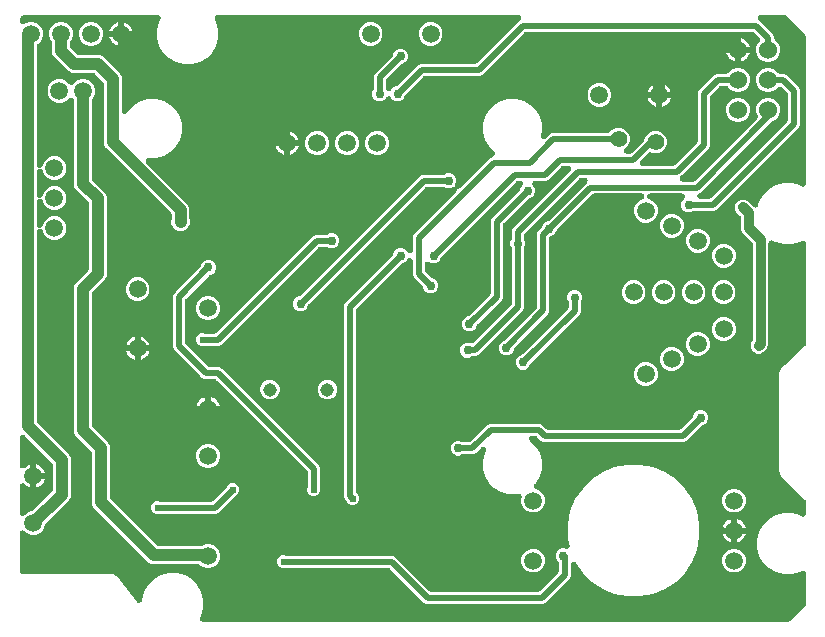
<source format=gbr>
G04 EAGLE Gerber RS-274X export*
G75*
%MOMM*%
%FSLAX34Y34*%
%LPD*%
%INBottom Copper*%
%IPPOS*%
%AMOC8*
5,1,8,0,0,1.08239X$1,22.5*%
G01*
%ADD10C,1.138000*%
%ADD11C,1.524000*%
%ADD12C,1.508000*%
%ADD13C,1.408000*%
%ADD14C,1.275000*%
%ADD15C,1.016000*%
%ADD16C,0.508000*%
%ADD17C,0.756400*%
%ADD18C,0.609600*%
%ADD19C,0.812800*%
%ADD20C,1.006400*%
%ADD21C,0.806400*%
%ADD22C,1.056400*%

G36*
X660476Y10141D02*
X660476Y10141D01*
X660624Y10145D01*
X660700Y10161D01*
X660777Y10168D01*
X660920Y10207D01*
X661065Y10237D01*
X661136Y10266D01*
X661211Y10286D01*
X661344Y10350D01*
X661482Y10405D01*
X661548Y10446D01*
X661618Y10480D01*
X661738Y10566D01*
X661864Y10645D01*
X661940Y10710D01*
X661984Y10742D01*
X662022Y10781D01*
X662100Y10849D01*
X675105Y23524D01*
X675223Y23661D01*
X675346Y23794D01*
X675370Y23832D01*
X675399Y23866D01*
X675490Y24021D01*
X675587Y24174D01*
X675604Y24215D01*
X675627Y24254D01*
X675690Y24423D01*
X675758Y24590D01*
X675768Y24634D01*
X675783Y24676D01*
X675815Y24854D01*
X675837Y24955D01*
X675844Y24983D01*
X675844Y24988D01*
X675853Y25030D01*
X675856Y25085D01*
X675862Y25119D01*
X675862Y25182D01*
X675872Y25342D01*
X675872Y50712D01*
X675870Y50735D01*
X675872Y50758D01*
X675850Y50958D01*
X675832Y51160D01*
X675826Y51183D01*
X675824Y51206D01*
X675767Y51400D01*
X675714Y51595D01*
X675704Y51615D01*
X675697Y51638D01*
X675607Y51820D01*
X675520Y52001D01*
X675507Y52020D01*
X675497Y52041D01*
X675375Y52204D01*
X675258Y52367D01*
X675242Y52383D01*
X675228Y52402D01*
X675080Y52541D01*
X674936Y52681D01*
X674916Y52694D01*
X674900Y52710D01*
X674730Y52821D01*
X674563Y52933D01*
X674541Y52943D01*
X674522Y52955D01*
X674336Y53034D01*
X674151Y53116D01*
X674128Y53121D01*
X674107Y53130D01*
X673910Y53174D01*
X673713Y53222D01*
X673690Y53224D01*
X673668Y53229D01*
X673466Y53238D01*
X673264Y53250D01*
X673241Y53247D01*
X673218Y53248D01*
X673019Y53222D01*
X672817Y53198D01*
X672794Y53191D01*
X672772Y53188D01*
X672580Y53126D01*
X672386Y53068D01*
X672365Y53057D01*
X672343Y53050D01*
X672063Y52911D01*
X670436Y51971D01*
X663823Y50199D01*
X656977Y50199D01*
X650364Y51971D01*
X644435Y55394D01*
X639594Y60235D01*
X636171Y66164D01*
X634399Y72777D01*
X634399Y79623D01*
X636171Y86236D01*
X639594Y92165D01*
X644435Y97006D01*
X650364Y100429D01*
X656977Y102201D01*
X663823Y102201D01*
X670436Y100429D01*
X672063Y99489D01*
X672084Y99479D01*
X672103Y99467D01*
X672288Y99385D01*
X672472Y99300D01*
X672494Y99294D01*
X672515Y99284D01*
X672712Y99236D01*
X672907Y99185D01*
X672930Y99183D01*
X672953Y99178D01*
X673154Y99165D01*
X673356Y99149D01*
X673379Y99151D01*
X673402Y99150D01*
X673603Y99173D01*
X673804Y99193D01*
X673826Y99199D01*
X673849Y99202D01*
X674044Y99261D01*
X674237Y99316D01*
X674258Y99326D01*
X674280Y99332D01*
X674461Y99424D01*
X674642Y99513D01*
X674661Y99526D01*
X674682Y99537D01*
X674843Y99659D01*
X675006Y99778D01*
X675022Y99795D01*
X675040Y99809D01*
X675178Y99958D01*
X675317Y100104D01*
X675330Y100123D01*
X675346Y100140D01*
X675455Y100311D01*
X675566Y100479D01*
X675575Y100500D01*
X675587Y100520D01*
X675664Y100707D01*
X675744Y100892D01*
X675750Y100915D01*
X675758Y100936D01*
X675801Y101134D01*
X675847Y101331D01*
X675848Y101354D01*
X675853Y101376D01*
X675872Y101688D01*
X675872Y111695D01*
X675867Y111751D01*
X675868Y111767D01*
X675858Y111852D01*
X675857Y111868D01*
X675848Y112043D01*
X675837Y112092D01*
X675832Y112143D01*
X675818Y112194D01*
X675816Y112214D01*
X675786Y112315D01*
X675747Y112481D01*
X675727Y112528D01*
X675714Y112578D01*
X675693Y112621D01*
X675686Y112645D01*
X675634Y112748D01*
X675570Y112895D01*
X675542Y112938D01*
X675520Y112984D01*
X675495Y113020D01*
X675481Y113046D01*
X675405Y113147D01*
X675323Y113272D01*
X675281Y113319D01*
X675258Y113350D01*
X675230Y113377D01*
X675209Y113405D01*
X675175Y113437D01*
X675114Y113504D01*
X657594Y130751D01*
X657511Y130819D01*
X657435Y130895D01*
X657394Y130923D01*
X655815Y132502D01*
X655809Y132507D01*
X655801Y132516D01*
X654370Y133925D01*
X653602Y135778D01*
X653598Y135786D01*
X653595Y135797D01*
X652812Y137644D01*
X652812Y139650D01*
X652812Y139658D01*
X652812Y139670D01*
X652795Y141884D01*
X652804Y142030D01*
X652811Y142092D01*
X652809Y142121D01*
X652812Y142168D01*
X652812Y216141D01*
X652806Y216215D01*
X652808Y216289D01*
X652786Y216439D01*
X652772Y216589D01*
X652753Y216661D01*
X652748Y216694D01*
X652811Y218567D01*
X652809Y218600D01*
X652812Y218653D01*
X652812Y220539D01*
X652838Y220621D01*
X652847Y220695D01*
X652856Y220728D01*
X653631Y222434D01*
X653642Y222465D01*
X653665Y222512D01*
X654386Y224255D01*
X654442Y224321D01*
X654479Y224385D01*
X654499Y224413D01*
X655868Y225693D01*
X655890Y225717D01*
X655929Y225752D01*
X657263Y227085D01*
X657339Y227125D01*
X657398Y227171D01*
X657462Y227209D01*
X657680Y227389D01*
X657695Y227401D01*
X657698Y227404D01*
X657703Y227408D01*
X675067Y243643D01*
X675206Y243798D01*
X675346Y243950D01*
X675355Y243965D01*
X675368Y243979D01*
X675476Y244155D01*
X675587Y244329D01*
X675594Y244346D01*
X675604Y244362D01*
X675680Y244555D01*
X675758Y244746D01*
X675762Y244764D01*
X675769Y244781D01*
X675810Y244984D01*
X675853Y245186D01*
X675854Y245208D01*
X675857Y245222D01*
X675858Y245270D01*
X675872Y245498D01*
X675872Y330112D01*
X675871Y330130D01*
X675871Y330142D01*
X675871Y330145D01*
X675872Y330158D01*
X675850Y330358D01*
X675832Y330560D01*
X675826Y330583D01*
X675824Y330606D01*
X675767Y330800D01*
X675714Y330995D01*
X675704Y331015D01*
X675697Y331038D01*
X675607Y331220D01*
X675520Y331401D01*
X675507Y331420D01*
X675497Y331441D01*
X675375Y331604D01*
X675258Y331767D01*
X675242Y331783D01*
X675228Y331802D01*
X675080Y331941D01*
X674936Y332081D01*
X674916Y332094D01*
X674900Y332110D01*
X674730Y332221D01*
X674563Y332333D01*
X674541Y332343D01*
X674522Y332355D01*
X674336Y332434D01*
X674151Y332516D01*
X674128Y332521D01*
X674107Y332530D01*
X673910Y332574D01*
X673713Y332622D01*
X673690Y332624D01*
X673668Y332629D01*
X673466Y332638D01*
X673264Y332650D01*
X673241Y332647D01*
X673218Y332648D01*
X673019Y332622D01*
X672817Y332598D01*
X672794Y332591D01*
X672772Y332588D01*
X672580Y332526D01*
X672386Y332468D01*
X672365Y332457D01*
X672343Y332450D01*
X672063Y332311D01*
X670436Y331371D01*
X663823Y329599D01*
X656977Y329599D01*
X650364Y331371D01*
X647914Y332786D01*
X647893Y332796D01*
X647874Y332809D01*
X647688Y332891D01*
X647505Y332976D01*
X647483Y332982D01*
X647462Y332991D01*
X647265Y333039D01*
X647070Y333090D01*
X647047Y333092D01*
X647024Y333098D01*
X646823Y333110D01*
X646621Y333126D01*
X646598Y333124D01*
X646575Y333125D01*
X646374Y333102D01*
X646173Y333082D01*
X646151Y333076D01*
X646128Y333073D01*
X645933Y333014D01*
X645740Y332960D01*
X645719Y332950D01*
X645697Y332943D01*
X645516Y332851D01*
X645335Y332763D01*
X645316Y332749D01*
X645295Y332738D01*
X645135Y332616D01*
X644971Y332497D01*
X644955Y332480D01*
X644937Y332466D01*
X644799Y332317D01*
X644660Y332172D01*
X644647Y332152D01*
X644631Y332135D01*
X644523Y331965D01*
X644411Y331796D01*
X644402Y331775D01*
X644390Y331756D01*
X644313Y331568D01*
X644233Y331383D01*
X644227Y331360D01*
X644219Y331339D01*
X644176Y331141D01*
X644130Y330945D01*
X644129Y330922D01*
X644124Y330899D01*
X644105Y330587D01*
X644105Y244778D01*
X644105Y244284D01*
X643105Y241871D01*
X640941Y239707D01*
X639509Y238275D01*
X637096Y237275D01*
X634484Y237275D01*
X632071Y238275D01*
X630225Y240121D01*
X629225Y242534D01*
X629225Y245146D01*
X630225Y247559D01*
X630232Y247565D01*
X630337Y247692D01*
X630448Y247813D01*
X630481Y247864D01*
X630520Y247911D01*
X630602Y248053D01*
X630690Y248192D01*
X630714Y248249D01*
X630744Y248302D01*
X630799Y248457D01*
X630861Y248609D01*
X630874Y248668D01*
X630895Y248726D01*
X630921Y248888D01*
X630956Y249049D01*
X630961Y249126D01*
X630968Y249170D01*
X630967Y249231D01*
X630975Y249361D01*
X630975Y329878D01*
X630961Y330042D01*
X630954Y330206D01*
X630941Y330266D01*
X630935Y330327D01*
X630892Y330485D01*
X630856Y330646D01*
X630833Y330702D01*
X630817Y330761D01*
X630746Y330909D01*
X630683Y331061D01*
X630650Y331113D01*
X630623Y331168D01*
X630528Y331301D01*
X630438Y331439D01*
X630387Y331497D01*
X630361Y331534D01*
X630318Y331576D01*
X630232Y331674D01*
X622069Y339836D01*
X621069Y342249D01*
X621069Y352089D01*
X621055Y352253D01*
X621048Y352417D01*
X621035Y352477D01*
X621029Y352538D01*
X620986Y352697D01*
X620950Y352857D01*
X620927Y352913D01*
X620911Y352972D01*
X620840Y353121D01*
X620777Y353272D01*
X620744Y353324D01*
X620717Y353379D01*
X620622Y353512D01*
X620532Y353651D01*
X620481Y353708D01*
X620455Y353745D01*
X620412Y353788D01*
X620326Y353885D01*
X616989Y357222D01*
X615989Y359634D01*
X615989Y362246D01*
X616989Y364659D01*
X618835Y366506D01*
X621248Y367505D01*
X623860Y367505D01*
X626273Y366506D01*
X630995Y361783D01*
X630996Y361783D01*
X631153Y361625D01*
X631171Y361610D01*
X631186Y361593D01*
X631344Y361465D01*
X631498Y361336D01*
X631519Y361325D01*
X631537Y361310D01*
X631714Y361213D01*
X631889Y361113D01*
X631911Y361105D01*
X631932Y361094D01*
X632123Y361030D01*
X632314Y360962D01*
X632336Y360958D01*
X632359Y360951D01*
X632559Y360921D01*
X632758Y360888D01*
X632781Y360889D01*
X632804Y360885D01*
X633006Y360892D01*
X633208Y360894D01*
X633231Y360899D01*
X633254Y360900D01*
X633452Y360942D01*
X633650Y360980D01*
X633672Y360988D01*
X633694Y360993D01*
X633882Y361070D01*
X634070Y361142D01*
X634090Y361154D01*
X634111Y361163D01*
X634283Y361272D01*
X634455Y361376D01*
X634472Y361391D01*
X634492Y361404D01*
X634642Y361541D01*
X634792Y361674D01*
X634807Y361692D01*
X634824Y361708D01*
X634947Y361869D01*
X635072Y362027D01*
X635083Y362048D01*
X635097Y362066D01*
X635189Y362246D01*
X635284Y362424D01*
X635292Y362446D01*
X635302Y362467D01*
X635401Y362763D01*
X636171Y365636D01*
X639594Y371565D01*
X644435Y376406D01*
X650364Y379829D01*
X656977Y381601D01*
X663823Y381601D01*
X670436Y379829D01*
X672063Y378889D01*
X672084Y378879D01*
X672103Y378867D01*
X672288Y378785D01*
X672472Y378700D01*
X672494Y378694D01*
X672515Y378684D01*
X672712Y378636D01*
X672907Y378585D01*
X672930Y378583D01*
X672953Y378578D01*
X673154Y378565D01*
X673356Y378549D01*
X673379Y378551D01*
X673402Y378550D01*
X673603Y378573D01*
X673804Y378593D01*
X673826Y378599D01*
X673849Y378602D01*
X674044Y378661D01*
X674237Y378716D01*
X674258Y378726D01*
X674280Y378732D01*
X674461Y378824D01*
X674642Y378913D01*
X674661Y378926D01*
X674682Y378937D01*
X674843Y379059D01*
X675006Y379178D01*
X675022Y379195D01*
X675040Y379209D01*
X675178Y379358D01*
X675317Y379504D01*
X675330Y379523D01*
X675346Y379540D01*
X675455Y379711D01*
X675566Y379879D01*
X675575Y379900D01*
X675587Y379920D01*
X675664Y380107D01*
X675744Y380292D01*
X675750Y380315D01*
X675758Y380336D01*
X675801Y380534D01*
X675847Y380731D01*
X675848Y380754D01*
X675853Y380776D01*
X675872Y381088D01*
X675872Y504910D01*
X675860Y505047D01*
X675857Y505185D01*
X675840Y505271D01*
X675832Y505359D01*
X675796Y505492D01*
X675769Y505626D01*
X675737Y505708D01*
X675714Y505793D01*
X675655Y505917D01*
X675604Y506045D01*
X675558Y506121D01*
X675520Y506200D01*
X675440Y506312D01*
X675368Y506429D01*
X675292Y506518D01*
X675258Y506566D01*
X675223Y506600D01*
X675166Y506667D01*
X659428Y523090D01*
X659284Y523216D01*
X659143Y523346D01*
X659114Y523364D01*
X659089Y523386D01*
X658925Y523484D01*
X658763Y523587D01*
X658732Y523600D01*
X658703Y523618D01*
X658523Y523686D01*
X658347Y523758D01*
X658314Y523765D01*
X658282Y523778D01*
X658094Y523813D01*
X657906Y523853D01*
X657865Y523856D01*
X657839Y523860D01*
X657779Y523861D01*
X657595Y523872D01*
X637695Y523872D01*
X637519Y523857D01*
X637341Y523847D01*
X637294Y523837D01*
X637247Y523832D01*
X637075Y523786D01*
X636902Y523745D01*
X636859Y523726D01*
X636812Y523714D01*
X636652Y523638D01*
X636489Y523567D01*
X636449Y523541D01*
X636406Y523520D01*
X636261Y523417D01*
X636113Y523319D01*
X636079Y523286D01*
X636040Y523258D01*
X635915Y523131D01*
X635787Y523008D01*
X635759Y522970D01*
X635726Y522936D01*
X635626Y522788D01*
X635521Y522645D01*
X635500Y522602D01*
X635474Y522563D01*
X635402Y522400D01*
X635324Y522240D01*
X635311Y522195D01*
X635291Y522151D01*
X635249Y521978D01*
X635201Y521807D01*
X635196Y521760D01*
X635185Y521713D01*
X635174Y521536D01*
X635156Y521359D01*
X635160Y521312D01*
X635157Y521264D01*
X635178Y521087D01*
X635192Y520910D01*
X635204Y520864D01*
X635209Y520817D01*
X635261Y520646D01*
X635306Y520475D01*
X635326Y520432D01*
X635339Y520386D01*
X635420Y520227D01*
X635495Y520066D01*
X635522Y520027D01*
X635544Y519984D01*
X635651Y519843D01*
X635753Y519697D01*
X635787Y519664D01*
X635816Y519626D01*
X635946Y519505D01*
X636073Y519380D01*
X636112Y519353D01*
X636147Y519321D01*
X636297Y519225D01*
X636443Y519124D01*
X636485Y519103D01*
X648093Y507495D01*
X648861Y505643D01*
X648861Y504804D01*
X648875Y504640D01*
X648882Y504476D01*
X648895Y504416D01*
X648901Y504355D01*
X648944Y504197D01*
X648980Y504036D01*
X649003Y503980D01*
X649019Y503921D01*
X649090Y503773D01*
X649153Y503621D01*
X649186Y503569D01*
X649213Y503514D01*
X649308Y503381D01*
X649398Y503243D01*
X649449Y503185D01*
X649475Y503148D01*
X649518Y503106D01*
X649604Y503008D01*
X652400Y500213D01*
X653941Y496493D01*
X653941Y492467D01*
X652400Y488747D01*
X649553Y485900D01*
X645833Y484359D01*
X641807Y484359D01*
X638087Y485900D01*
X635240Y488747D01*
X633699Y492467D01*
X633699Y496493D01*
X635240Y500213D01*
X636384Y501357D01*
X636406Y501383D01*
X636432Y501406D01*
X636550Y501556D01*
X636673Y501702D01*
X636690Y501732D01*
X636711Y501759D01*
X636801Y501927D01*
X636896Y502093D01*
X636908Y502126D01*
X636924Y502156D01*
X636983Y502337D01*
X637047Y502517D01*
X637052Y502551D01*
X637063Y502584D01*
X637089Y502773D01*
X637120Y502961D01*
X637120Y502996D01*
X637125Y503030D01*
X637117Y503221D01*
X637114Y503412D01*
X637108Y503446D01*
X637106Y503480D01*
X637065Y503666D01*
X637029Y503854D01*
X637016Y503886D01*
X637009Y503920D01*
X636935Y504096D01*
X636866Y504274D01*
X636848Y504303D01*
X636835Y504335D01*
X636732Y504495D01*
X636632Y504658D01*
X636609Y504684D01*
X636591Y504713D01*
X636384Y504948D01*
X632316Y509016D01*
X632190Y509121D01*
X632069Y509233D01*
X632017Y509265D01*
X631970Y509304D01*
X631828Y509386D01*
X631689Y509474D01*
X631632Y509498D01*
X631579Y509528D01*
X631425Y509583D01*
X631272Y509645D01*
X631213Y509658D01*
X631155Y509679D01*
X630993Y509705D01*
X630832Y509740D01*
X630755Y509745D01*
X630711Y509752D01*
X630650Y509751D01*
X630520Y509759D01*
X439200Y509759D01*
X439036Y509745D01*
X438872Y509738D01*
X438812Y509725D01*
X438751Y509719D01*
X438592Y509676D01*
X438432Y509640D01*
X438376Y509617D01*
X438317Y509601D01*
X438169Y509530D01*
X438017Y509467D01*
X437965Y509434D01*
X437910Y509407D01*
X437777Y509312D01*
X437638Y509222D01*
X437581Y509171D01*
X437544Y509145D01*
X437502Y509102D01*
X437404Y509016D01*
X401635Y473247D01*
X399783Y472479D01*
X353660Y472479D01*
X353496Y472465D01*
X353332Y472458D01*
X353272Y472445D01*
X353211Y472439D01*
X353052Y472396D01*
X352892Y472360D01*
X352836Y472337D01*
X352777Y472321D01*
X352629Y472250D01*
X352477Y472187D01*
X352425Y472154D01*
X352370Y472127D01*
X352237Y472032D01*
X352098Y471942D01*
X352041Y471891D01*
X352004Y471865D01*
X351962Y471822D01*
X351864Y471736D01*
X337125Y456997D01*
X337050Y456907D01*
X336968Y456824D01*
X336906Y456735D01*
X336836Y456651D01*
X336779Y456550D01*
X336712Y456454D01*
X336644Y456315D01*
X336613Y456260D01*
X336601Y456226D01*
X336575Y456173D01*
X335526Y453641D01*
X333759Y451874D01*
X331450Y450917D01*
X328950Y450917D01*
X326641Y451874D01*
X324852Y453663D01*
X324814Y453750D01*
X324762Y453830D01*
X324717Y453914D01*
X324638Y454017D01*
X324566Y454126D01*
X324500Y454195D01*
X324442Y454270D01*
X324345Y454357D01*
X324255Y454451D01*
X324178Y454508D01*
X324107Y454572D01*
X323997Y454641D01*
X323892Y454717D01*
X323806Y454759D01*
X323725Y454810D01*
X323604Y454858D01*
X323487Y454915D01*
X323396Y454941D01*
X323307Y454976D01*
X323179Y455002D01*
X323054Y455038D01*
X322959Y455047D01*
X322866Y455066D01*
X322736Y455070D01*
X322606Y455082D01*
X322511Y455075D01*
X322416Y455077D01*
X322287Y455057D01*
X322157Y455047D01*
X322065Y455023D01*
X321971Y455008D01*
X321847Y454966D01*
X321722Y454933D01*
X321635Y454893D01*
X321545Y454862D01*
X321431Y454799D01*
X321313Y454744D01*
X321235Y454689D01*
X321152Y454643D01*
X321051Y454560D01*
X320944Y454486D01*
X320877Y454418D01*
X320803Y454357D01*
X320719Y454258D01*
X320627Y454166D01*
X320573Y454088D01*
X320511Y454015D01*
X320445Y453903D01*
X320371Y453796D01*
X320314Y453679D01*
X320300Y453655D01*
X318519Y451874D01*
X316210Y450917D01*
X313710Y450917D01*
X311401Y451874D01*
X309634Y453641D01*
X308677Y455950D01*
X308677Y458450D01*
X309726Y460982D01*
X309761Y461093D01*
X309805Y461201D01*
X309828Y461307D01*
X309861Y461411D01*
X309875Y461527D01*
X309900Y461641D01*
X309910Y461795D01*
X309917Y461858D01*
X309916Y461894D01*
X309919Y461953D01*
X309919Y472361D01*
X310687Y474213D01*
X325815Y489341D01*
X325890Y489431D01*
X325972Y489514D01*
X326034Y489603D01*
X326104Y489687D01*
X326161Y489788D01*
X326228Y489884D01*
X326296Y490023D01*
X326327Y490078D01*
X326339Y490112D01*
X326365Y490165D01*
X327414Y492697D01*
X329181Y494464D01*
X331490Y495421D01*
X333990Y495421D01*
X336299Y494464D01*
X338066Y492697D01*
X339023Y490388D01*
X339023Y487888D01*
X338066Y485579D01*
X336299Y483812D01*
X333767Y482763D01*
X333664Y482709D01*
X333556Y482664D01*
X333464Y482605D01*
X333368Y482555D01*
X333276Y482483D01*
X333177Y482420D01*
X333062Y482318D01*
X333012Y482279D01*
X332988Y482252D01*
X332943Y482213D01*
X320744Y470014D01*
X320639Y469887D01*
X320527Y469767D01*
X320495Y469715D01*
X320456Y469668D01*
X320374Y469526D01*
X320286Y469387D01*
X320262Y469330D01*
X320232Y469277D01*
X320177Y469123D01*
X320115Y468970D01*
X320102Y468911D01*
X320081Y468853D01*
X320055Y468691D01*
X320020Y468530D01*
X320015Y468453D01*
X320008Y468409D01*
X320009Y468348D01*
X320001Y468218D01*
X320001Y461953D01*
X320011Y461837D01*
X320011Y461721D01*
X320031Y461613D01*
X320041Y461505D01*
X320071Y461392D01*
X320092Y461278D01*
X320143Y461131D01*
X320159Y461070D01*
X320175Y461038D01*
X320194Y460982D01*
X320234Y460885D01*
X320294Y460770D01*
X320346Y460650D01*
X320398Y460571D01*
X320442Y460486D01*
X320522Y460383D01*
X320594Y460275D01*
X320659Y460206D01*
X320718Y460130D01*
X320815Y460043D01*
X320904Y459949D01*
X320981Y459892D01*
X321052Y459828D01*
X321163Y459760D01*
X321268Y459683D01*
X321353Y459641D01*
X321434Y459591D01*
X321555Y459542D01*
X321672Y459485D01*
X321764Y459459D01*
X321853Y459424D01*
X321980Y459398D01*
X322106Y459362D01*
X322200Y459353D01*
X322294Y459334D01*
X322424Y459330D01*
X322554Y459318D01*
X322649Y459325D01*
X322744Y459323D01*
X322873Y459343D01*
X323002Y459353D01*
X323095Y459377D01*
X323189Y459391D01*
X323312Y459434D01*
X323438Y459467D01*
X323525Y459507D01*
X323615Y459538D01*
X323729Y459601D01*
X323847Y459656D01*
X323925Y459711D01*
X324008Y459757D01*
X324109Y459839D01*
X324215Y459914D01*
X324283Y459982D01*
X324356Y460042D01*
X324441Y460141D01*
X324533Y460234D01*
X324587Y460312D01*
X324649Y460384D01*
X324715Y460497D01*
X324789Y460604D01*
X324846Y460721D01*
X324860Y460745D01*
X326641Y462526D01*
X329173Y463575D01*
X329276Y463629D01*
X329384Y463674D01*
X329476Y463733D01*
X329572Y463783D01*
X329664Y463855D01*
X329763Y463918D01*
X329878Y464020D01*
X329928Y464059D01*
X329952Y464086D01*
X329997Y464125D01*
X345890Y480018D01*
X347665Y481793D01*
X349517Y482561D01*
X395640Y482561D01*
X395804Y482575D01*
X395968Y482582D01*
X396028Y482595D01*
X396089Y482601D01*
X396248Y482644D01*
X396408Y482680D01*
X396464Y482703D01*
X396523Y482719D01*
X396671Y482790D01*
X396823Y482853D01*
X396875Y482886D01*
X396930Y482913D01*
X397063Y483008D01*
X397202Y483098D01*
X397259Y483149D01*
X397296Y483175D01*
X397338Y483218D01*
X397436Y483304D01*
X433243Y519112D01*
X433314Y519146D01*
X433353Y519173D01*
X433395Y519195D01*
X433536Y519304D01*
X433680Y519408D01*
X433714Y519442D01*
X433751Y519471D01*
X433870Y519603D01*
X433994Y519730D01*
X434021Y519770D01*
X434053Y519805D01*
X434147Y519956D01*
X434246Y520103D01*
X434266Y520147D01*
X434291Y520188D01*
X434357Y520353D01*
X434429Y520515D01*
X434440Y520562D01*
X434458Y520606D01*
X434493Y520780D01*
X434535Y520953D01*
X434538Y521000D01*
X434548Y521047D01*
X434552Y521225D01*
X434563Y521402D01*
X434557Y521450D01*
X434559Y521497D01*
X434531Y521673D01*
X434511Y521849D01*
X434497Y521895D01*
X434490Y521942D01*
X434432Y522110D01*
X434381Y522280D01*
X434359Y522323D01*
X434343Y522368D01*
X434257Y522523D01*
X434176Y522682D01*
X434147Y522720D01*
X434124Y522761D01*
X434012Y522899D01*
X433904Y523040D01*
X433869Y523073D01*
X433839Y523110D01*
X433704Y523225D01*
X433573Y523346D01*
X433533Y523371D01*
X433497Y523402D01*
X433343Y523492D01*
X433193Y523587D01*
X433149Y523605D01*
X433108Y523630D01*
X432941Y523691D01*
X432777Y523758D01*
X432730Y523768D01*
X432685Y523785D01*
X432511Y523816D01*
X432337Y523853D01*
X432277Y523857D01*
X432242Y523863D01*
X432179Y523863D01*
X432025Y523872D01*
X177657Y523872D01*
X177634Y523870D01*
X177611Y523872D01*
X177410Y523850D01*
X177209Y523832D01*
X177186Y523826D01*
X177164Y523824D01*
X176969Y523767D01*
X176774Y523714D01*
X176754Y523704D01*
X176731Y523697D01*
X176549Y523607D01*
X176368Y523520D01*
X176349Y523507D01*
X176328Y523497D01*
X176166Y523376D01*
X176002Y523258D01*
X175986Y523242D01*
X175967Y523228D01*
X175829Y523081D01*
X175688Y522936D01*
X175675Y522916D01*
X175659Y522900D01*
X175549Y522731D01*
X175436Y522563D01*
X175426Y522541D01*
X175414Y522522D01*
X175335Y522336D01*
X175253Y522151D01*
X175248Y522128D01*
X175239Y522107D01*
X175195Y521909D01*
X175147Y521713D01*
X175145Y521690D01*
X175140Y521668D01*
X175131Y521466D01*
X175119Y521264D01*
X175122Y521241D01*
X175121Y521218D01*
X175148Y521018D01*
X175171Y520817D01*
X175178Y520795D01*
X175181Y520772D01*
X175243Y520579D01*
X175301Y520386D01*
X175312Y520365D01*
X175319Y520343D01*
X175458Y520063D01*
X176629Y518036D01*
X178401Y511423D01*
X178401Y504577D01*
X176629Y497964D01*
X173206Y492035D01*
X168365Y487194D01*
X162436Y483771D01*
X155823Y481999D01*
X148977Y481999D01*
X142364Y483771D01*
X136435Y487194D01*
X131594Y492035D01*
X128171Y497964D01*
X126399Y504577D01*
X126399Y511423D01*
X128171Y518036D01*
X129342Y520063D01*
X129351Y520084D01*
X129364Y520103D01*
X129446Y520289D01*
X129531Y520472D01*
X129537Y520494D01*
X129547Y520515D01*
X129595Y520712D01*
X129646Y520907D01*
X129648Y520930D01*
X129653Y520953D01*
X129666Y521154D01*
X129682Y521356D01*
X129680Y521379D01*
X129681Y521402D01*
X129658Y521603D01*
X129638Y521804D01*
X129632Y521826D01*
X129629Y521849D01*
X129570Y522044D01*
X129515Y522237D01*
X129505Y522258D01*
X129499Y522280D01*
X129407Y522461D01*
X129318Y522642D01*
X129305Y522661D01*
X129294Y522682D01*
X129172Y522843D01*
X129053Y523006D01*
X129036Y523022D01*
X129022Y523040D01*
X128874Y523177D01*
X128727Y523317D01*
X128708Y523330D01*
X128691Y523346D01*
X128520Y523454D01*
X128352Y523566D01*
X128331Y523575D01*
X128311Y523587D01*
X128124Y523664D01*
X127939Y523744D01*
X127916Y523750D01*
X127895Y523758D01*
X127696Y523801D01*
X127500Y523847D01*
X127477Y523848D01*
X127455Y523853D01*
X127143Y523872D01*
X17262Y523872D01*
X17195Y523866D01*
X17128Y523869D01*
X16971Y523846D01*
X16813Y523832D01*
X16748Y523815D01*
X16682Y523805D01*
X16661Y523799D01*
X14851Y523870D01*
X14813Y523868D01*
X14751Y523872D01*
X14288Y523872D01*
X14245Y523868D01*
X14172Y523870D01*
X14075Y523865D01*
X13908Y523843D01*
X13741Y523828D01*
X13671Y523810D01*
X13629Y523805D01*
X13570Y523786D01*
X13437Y523753D01*
X12846Y523569D01*
X12799Y523550D01*
X12749Y523537D01*
X12590Y523464D01*
X12429Y523398D01*
X12386Y523371D01*
X12340Y523349D01*
X12079Y523178D01*
X11583Y522807D01*
X11545Y522773D01*
X11502Y522744D01*
X11377Y522623D01*
X11247Y522506D01*
X11216Y522466D01*
X11179Y522430D01*
X10990Y522182D01*
X10647Y521666D01*
X10623Y521621D01*
X10592Y521580D01*
X10568Y521532D01*
X10538Y521488D01*
X10489Y521377D01*
X10431Y521271D01*
X10415Y521222D01*
X10393Y521176D01*
X10372Y521113D01*
X10356Y521076D01*
X10341Y521015D01*
X10298Y520879D01*
X10205Y520509D01*
X10180Y520354D01*
X10147Y520201D01*
X10142Y520113D01*
X10134Y520065D01*
X10135Y520006D01*
X10128Y519889D01*
X10128Y518754D01*
X10133Y518693D01*
X10136Y518615D01*
X10135Y518573D01*
X10138Y518554D01*
X10139Y518518D01*
X10140Y518500D01*
X10160Y518396D01*
X10168Y518306D01*
X10187Y518235D01*
X10204Y518128D01*
X10215Y518093D01*
X10222Y518057D01*
X10271Y517927D01*
X10286Y517872D01*
X10306Y517830D01*
X10350Y517702D01*
X10368Y517670D01*
X10381Y517636D01*
X10468Y517489D01*
X10480Y517465D01*
X10491Y517449D01*
X10569Y517309D01*
X10592Y517280D01*
X10611Y517249D01*
X10735Y517107D01*
X10855Y516960D01*
X10882Y516937D01*
X10906Y516909D01*
X11053Y516791D01*
X11197Y516668D01*
X11228Y516649D01*
X11257Y516627D01*
X11422Y516536D01*
X11586Y516440D01*
X11620Y516428D01*
X11652Y516410D01*
X11830Y516350D01*
X12008Y516285D01*
X12044Y516279D01*
X12079Y516267D01*
X12265Y516240D01*
X12452Y516207D01*
X12488Y516207D01*
X12524Y516202D01*
X12713Y516208D01*
X12902Y516209D01*
X12938Y516215D01*
X12974Y516216D01*
X13159Y516256D01*
X13345Y516290D01*
X13387Y516304D01*
X13415Y516310D01*
X13471Y516333D01*
X13640Y516391D01*
X17623Y518041D01*
X21617Y518041D01*
X25308Y516512D01*
X28132Y513688D01*
X29661Y509997D01*
X29661Y506003D01*
X28132Y502312D01*
X25404Y499585D01*
X25299Y499458D01*
X25187Y499338D01*
X25155Y499286D01*
X25116Y499239D01*
X25034Y499097D01*
X24946Y498958D01*
X24922Y498901D01*
X24892Y498848D01*
X24837Y498694D01*
X24775Y498541D01*
X24762Y498482D01*
X24741Y498424D01*
X24715Y498262D01*
X24680Y498101D01*
X24675Y498024D01*
X24668Y497980D01*
X24669Y497919D01*
X24661Y497789D01*
X24661Y397017D01*
X24676Y396840D01*
X24686Y396663D01*
X24696Y396616D01*
X24701Y396568D01*
X24747Y396397D01*
X24788Y396224D01*
X24807Y396180D01*
X24819Y396134D01*
X24895Y395974D01*
X24966Y395810D01*
X24992Y395770D01*
X25013Y395727D01*
X25116Y395583D01*
X25214Y395435D01*
X25247Y395400D01*
X25275Y395361D01*
X25402Y395237D01*
X25524Y395109D01*
X25563Y395081D01*
X25597Y395047D01*
X25745Y394948D01*
X25888Y394843D01*
X25931Y394822D01*
X25970Y394795D01*
X26133Y394723D01*
X26292Y394645D01*
X26338Y394632D01*
X26382Y394613D01*
X26555Y394571D01*
X26726Y394522D01*
X26773Y394517D01*
X26820Y394506D01*
X26997Y394495D01*
X27174Y394478D01*
X27221Y394481D01*
X27269Y394478D01*
X27446Y394499D01*
X27623Y394513D01*
X27669Y394525D01*
X27716Y394531D01*
X27887Y394582D01*
X28058Y394627D01*
X28101Y394647D01*
X28147Y394661D01*
X28306Y394742D01*
X28467Y394816D01*
X28506Y394844D01*
X28549Y394865D01*
X28690Y394972D01*
X28836Y395074D01*
X28869Y395108D01*
X28907Y395137D01*
X29028Y395268D01*
X29153Y395394D01*
X29180Y395433D01*
X29212Y395468D01*
X29308Y395618D01*
X29409Y395764D01*
X29435Y395818D01*
X29454Y395848D01*
X29478Y395906D01*
X29546Y396045D01*
X31088Y399768D01*
X33912Y402592D01*
X37603Y404121D01*
X41597Y404121D01*
X45288Y402592D01*
X48112Y399768D01*
X49641Y396077D01*
X49641Y392083D01*
X48112Y388392D01*
X45288Y385568D01*
X41597Y384039D01*
X37603Y384039D01*
X33912Y385568D01*
X31088Y388392D01*
X29546Y392115D01*
X29464Y392273D01*
X29387Y392433D01*
X29360Y392472D01*
X29337Y392514D01*
X29229Y392654D01*
X29125Y392799D01*
X29091Y392832D01*
X29062Y392870D01*
X28930Y392989D01*
X28803Y393113D01*
X28763Y393140D01*
X28727Y393172D01*
X28577Y393266D01*
X28430Y393365D01*
X28386Y393384D01*
X28345Y393410D01*
X28180Y393475D01*
X28018Y393547D01*
X27971Y393559D01*
X27927Y393576D01*
X27753Y393612D01*
X27580Y393654D01*
X27533Y393657D01*
X27486Y393666D01*
X27308Y393671D01*
X27131Y393682D01*
X27083Y393676D01*
X27036Y393677D01*
X26860Y393650D01*
X26684Y393629D01*
X26638Y393616D01*
X26591Y393608D01*
X26423Y393551D01*
X26253Y393499D01*
X26210Y393477D01*
X26165Y393462D01*
X26010Y393375D01*
X25851Y393295D01*
X25813Y393266D01*
X25772Y393243D01*
X25634Y393130D01*
X25493Y393023D01*
X25460Y392988D01*
X25423Y392957D01*
X25308Y392822D01*
X25187Y392692D01*
X25162Y392651D01*
X25131Y392615D01*
X25041Y392462D01*
X24946Y392312D01*
X24927Y392268D01*
X24903Y392226D01*
X24842Y392060D01*
X24775Y391895D01*
X24765Y391849D01*
X24748Y391804D01*
X24717Y391629D01*
X24680Y391455D01*
X24676Y391396D01*
X24670Y391360D01*
X24670Y391297D01*
X24661Y391143D01*
X24661Y371617D01*
X24676Y371440D01*
X24686Y371263D01*
X24696Y371216D01*
X24701Y371168D01*
X24747Y370997D01*
X24788Y370824D01*
X24807Y370780D01*
X24819Y370734D01*
X24895Y370574D01*
X24966Y370410D01*
X24992Y370370D01*
X25013Y370327D01*
X25116Y370183D01*
X25214Y370035D01*
X25247Y370000D01*
X25275Y369961D01*
X25402Y369837D01*
X25524Y369709D01*
X25563Y369681D01*
X25597Y369647D01*
X25745Y369548D01*
X25888Y369443D01*
X25931Y369422D01*
X25970Y369395D01*
X26133Y369323D01*
X26292Y369245D01*
X26338Y369232D01*
X26382Y369213D01*
X26555Y369171D01*
X26726Y369122D01*
X26773Y369117D01*
X26820Y369106D01*
X26997Y369095D01*
X27174Y369078D01*
X27221Y369081D01*
X27269Y369078D01*
X27446Y369099D01*
X27623Y369113D01*
X27669Y369125D01*
X27716Y369131D01*
X27887Y369182D01*
X28058Y369227D01*
X28101Y369247D01*
X28147Y369261D01*
X28306Y369342D01*
X28467Y369416D01*
X28506Y369444D01*
X28549Y369465D01*
X28690Y369572D01*
X28836Y369674D01*
X28869Y369708D01*
X28907Y369737D01*
X29028Y369868D01*
X29153Y369994D01*
X29180Y370033D01*
X29212Y370068D01*
X29308Y370218D01*
X29409Y370364D01*
X29435Y370418D01*
X29454Y370448D01*
X29478Y370506D01*
X29546Y370645D01*
X31088Y374368D01*
X33912Y377192D01*
X37603Y378721D01*
X41597Y378721D01*
X45288Y377192D01*
X48112Y374368D01*
X49641Y370677D01*
X49641Y366683D01*
X48112Y362992D01*
X45288Y360168D01*
X41597Y358639D01*
X37603Y358639D01*
X33912Y360168D01*
X31088Y362992D01*
X29546Y366715D01*
X29464Y366873D01*
X29387Y367033D01*
X29360Y367072D01*
X29337Y367114D01*
X29229Y367254D01*
X29125Y367399D01*
X29091Y367432D01*
X29062Y367470D01*
X28930Y367589D01*
X28803Y367713D01*
X28763Y367740D01*
X28727Y367772D01*
X28577Y367866D01*
X28430Y367965D01*
X28386Y367984D01*
X28345Y368010D01*
X28180Y368075D01*
X28018Y368147D01*
X27971Y368159D01*
X27927Y368176D01*
X27753Y368212D01*
X27580Y368254D01*
X27533Y368257D01*
X27486Y368266D01*
X27308Y368271D01*
X27131Y368282D01*
X27083Y368276D01*
X27036Y368277D01*
X26860Y368250D01*
X26684Y368229D01*
X26638Y368216D01*
X26591Y368208D01*
X26423Y368151D01*
X26253Y368099D01*
X26210Y368077D01*
X26165Y368062D01*
X26010Y367975D01*
X25851Y367895D01*
X25813Y367866D01*
X25772Y367843D01*
X25634Y367730D01*
X25493Y367623D01*
X25460Y367588D01*
X25423Y367557D01*
X25308Y367422D01*
X25187Y367292D01*
X25162Y367251D01*
X25131Y367215D01*
X25041Y367062D01*
X24946Y366912D01*
X24927Y366868D01*
X24903Y366826D01*
X24842Y366660D01*
X24775Y366495D01*
X24765Y366449D01*
X24748Y366404D01*
X24717Y366229D01*
X24680Y366055D01*
X24676Y365996D01*
X24670Y365960D01*
X24670Y365897D01*
X24661Y365743D01*
X24661Y346217D01*
X24676Y346040D01*
X24686Y345863D01*
X24696Y345816D01*
X24701Y345768D01*
X24747Y345597D01*
X24788Y345424D01*
X24807Y345380D01*
X24819Y345334D01*
X24895Y345174D01*
X24966Y345010D01*
X24992Y344970D01*
X25013Y344927D01*
X25116Y344783D01*
X25214Y344635D01*
X25247Y344600D01*
X25275Y344561D01*
X25402Y344437D01*
X25524Y344309D01*
X25563Y344281D01*
X25597Y344247D01*
X25745Y344148D01*
X25888Y344043D01*
X25931Y344022D01*
X25970Y343995D01*
X26133Y343923D01*
X26292Y343845D01*
X26338Y343832D01*
X26382Y343813D01*
X26555Y343771D01*
X26726Y343722D01*
X26773Y343717D01*
X26820Y343706D01*
X26997Y343695D01*
X27174Y343678D01*
X27221Y343681D01*
X27269Y343678D01*
X27446Y343699D01*
X27623Y343713D01*
X27669Y343725D01*
X27716Y343731D01*
X27887Y343782D01*
X28058Y343827D01*
X28101Y343847D01*
X28147Y343861D01*
X28306Y343942D01*
X28467Y344016D01*
X28506Y344044D01*
X28549Y344065D01*
X28690Y344172D01*
X28836Y344274D01*
X28869Y344308D01*
X28907Y344337D01*
X29028Y344468D01*
X29153Y344594D01*
X29180Y344633D01*
X29212Y344668D01*
X29308Y344818D01*
X29409Y344964D01*
X29435Y345018D01*
X29454Y345048D01*
X29478Y345106D01*
X29546Y345245D01*
X31088Y348968D01*
X33912Y351792D01*
X37603Y353321D01*
X41597Y353321D01*
X45288Y351792D01*
X48112Y348968D01*
X49641Y345277D01*
X49641Y341283D01*
X48112Y337592D01*
X45288Y334768D01*
X41597Y333239D01*
X37603Y333239D01*
X33912Y334768D01*
X31088Y337592D01*
X29546Y341315D01*
X29464Y341473D01*
X29387Y341633D01*
X29360Y341672D01*
X29337Y341714D01*
X29229Y341854D01*
X29125Y341999D01*
X29091Y342032D01*
X29062Y342070D01*
X28930Y342189D01*
X28803Y342313D01*
X28763Y342340D01*
X28727Y342372D01*
X28577Y342466D01*
X28430Y342565D01*
X28386Y342584D01*
X28345Y342610D01*
X28180Y342675D01*
X28018Y342747D01*
X27971Y342759D01*
X27927Y342776D01*
X27753Y342812D01*
X27580Y342854D01*
X27533Y342857D01*
X27486Y342866D01*
X27308Y342871D01*
X27131Y342882D01*
X27083Y342876D01*
X27036Y342877D01*
X26860Y342850D01*
X26684Y342829D01*
X26638Y342816D01*
X26591Y342808D01*
X26423Y342751D01*
X26253Y342699D01*
X26210Y342677D01*
X26165Y342662D01*
X26010Y342575D01*
X25851Y342495D01*
X25813Y342466D01*
X25772Y342443D01*
X25634Y342330D01*
X25493Y342223D01*
X25460Y342188D01*
X25423Y342157D01*
X25308Y342022D01*
X25187Y341892D01*
X25162Y341851D01*
X25131Y341815D01*
X25041Y341662D01*
X24946Y341512D01*
X24927Y341468D01*
X24903Y341426D01*
X24842Y341260D01*
X24775Y341095D01*
X24765Y341049D01*
X24748Y341004D01*
X24717Y340829D01*
X24680Y340655D01*
X24676Y340596D01*
X24670Y340560D01*
X24670Y340497D01*
X24661Y340343D01*
X24661Y180152D01*
X24675Y179988D01*
X24682Y179824D01*
X24695Y179764D01*
X24701Y179703D01*
X24744Y179544D01*
X24780Y179384D01*
X24803Y179328D01*
X24819Y179269D01*
X24890Y179121D01*
X24953Y178969D01*
X24986Y178917D01*
X25013Y178862D01*
X25108Y178729D01*
X25198Y178590D01*
X25249Y178533D01*
X25275Y178496D01*
X25318Y178454D01*
X25404Y178356D01*
X52147Y151614D01*
X53301Y148828D01*
X53301Y116192D01*
X52147Y113406D01*
X32484Y93744D01*
X32379Y93617D01*
X32267Y93497D01*
X32235Y93445D01*
X32196Y93398D01*
X32114Y93256D01*
X32026Y93117D01*
X32002Y93060D01*
X31972Y93007D01*
X31917Y92853D01*
X31855Y92700D01*
X31842Y92641D01*
X31821Y92583D01*
X31795Y92421D01*
X31760Y92260D01*
X31755Y92183D01*
X31748Y92139D01*
X31749Y92078D01*
X31741Y91948D01*
X31741Y91683D01*
X30212Y87992D01*
X27388Y85168D01*
X23697Y83639D01*
X19703Y83639D01*
X16012Y85168D01*
X14463Y86718D01*
X14363Y86801D01*
X14270Y86892D01*
X14190Y86945D01*
X14117Y87007D01*
X14004Y87071D01*
X13897Y87144D01*
X13809Y87183D01*
X13726Y87230D01*
X13604Y87274D01*
X13485Y87326D01*
X13392Y87349D01*
X13302Y87381D01*
X13174Y87402D01*
X13047Y87433D01*
X12952Y87439D01*
X12858Y87454D01*
X12728Y87453D01*
X12598Y87461D01*
X12503Y87450D01*
X12407Y87448D01*
X12280Y87424D01*
X12151Y87408D01*
X12059Y87381D01*
X11965Y87363D01*
X11844Y87316D01*
X11720Y87278D01*
X11634Y87235D01*
X11545Y87200D01*
X11434Y87133D01*
X11318Y87074D01*
X11242Y87016D01*
X11161Y86966D01*
X11063Y86880D01*
X10960Y86802D01*
X10895Y86732D01*
X10823Y86668D01*
X10743Y86566D01*
X10654Y86471D01*
X10603Y86390D01*
X10544Y86315D01*
X10482Y86201D01*
X10413Y86091D01*
X10376Y86003D01*
X10331Y85918D01*
X10291Y85795D01*
X10242Y85674D01*
X10222Y85581D01*
X10192Y85490D01*
X10174Y85361D01*
X10147Y85234D01*
X10139Y85105D01*
X10131Y85044D01*
X10132Y84999D01*
X10128Y84922D01*
X10128Y53340D01*
X10130Y53319D01*
X10128Y53303D01*
X10134Y53250D01*
X10136Y53141D01*
X10136Y53135D01*
X10156Y53018D01*
X10161Y52939D01*
X10165Y52923D01*
X10168Y52892D01*
X10172Y52877D01*
X10174Y52855D01*
X10202Y52747D01*
X10211Y52691D01*
X10228Y52643D01*
X10252Y52553D01*
X10255Y52543D01*
X10263Y52523D01*
X10268Y52502D01*
X10283Y52470D01*
X10286Y52457D01*
X10321Y52385D01*
X10324Y52378D01*
X10363Y52268D01*
X10388Y52225D01*
X10403Y52185D01*
X10414Y52167D01*
X10431Y52128D01*
X10443Y52110D01*
X10452Y52091D01*
X10620Y51827D01*
X10626Y51819D01*
X10633Y51811D01*
X10639Y51802D01*
X10661Y51777D01*
X10678Y51752D01*
X10783Y51640D01*
X10809Y51611D01*
X10879Y51526D01*
X10895Y51512D01*
X10923Y51480D01*
X10931Y51474D01*
X10939Y51466D01*
X10982Y51430D01*
X10987Y51424D01*
X11000Y51415D01*
X11179Y51266D01*
X11187Y51260D01*
X11206Y51249D01*
X11222Y51235D01*
X11252Y51218D01*
X11275Y51200D01*
X11326Y51172D01*
X11352Y51152D01*
X11441Y51107D01*
X11525Y51057D01*
X11531Y51053D01*
X11532Y51052D01*
X11573Y51028D01*
X11593Y51020D01*
X11612Y51009D01*
X11665Y50989D01*
X11671Y50985D01*
X11685Y50980D01*
X11714Y50969D01*
X11753Y50949D01*
X11801Y50935D01*
X11903Y50895D01*
X11913Y50892D01*
X11937Y50886D01*
X11948Y50882D01*
X11966Y50878D01*
X11994Y50867D01*
X12075Y50852D01*
X12098Y50844D01*
X12109Y50843D01*
X12185Y50820D01*
X12296Y50804D01*
X12352Y50791D01*
X12371Y50791D01*
X12388Y50787D01*
X12433Y50784D01*
X12436Y50784D01*
X12442Y50783D01*
X12494Y50776D01*
X12499Y50776D01*
X12561Y50776D01*
X12700Y50768D01*
X84763Y50768D01*
X84925Y50782D01*
X85086Y50788D01*
X85166Y50804D01*
X85212Y50808D01*
X85270Y50824D01*
X85393Y50847D01*
X85798Y50951D01*
X86901Y50793D01*
X86925Y50792D01*
X86948Y50787D01*
X87260Y50768D01*
X88375Y50768D01*
X88760Y50608D01*
X88915Y50559D01*
X89067Y50503D01*
X89146Y50487D01*
X89190Y50473D01*
X89250Y50466D01*
X89373Y50440D01*
X89787Y50381D01*
X90746Y49813D01*
X90767Y49803D01*
X90787Y49789D01*
X91068Y49652D01*
X92097Y49226D01*
X92392Y48931D01*
X92516Y48827D01*
X92635Y48717D01*
X92702Y48671D01*
X92737Y48642D01*
X92790Y48612D01*
X92894Y48541D01*
X93253Y48328D01*
X93922Y47437D01*
X93938Y47419D01*
X93951Y47399D01*
X94158Y47165D01*
X94946Y46377D01*
X95106Y45991D01*
X95181Y45848D01*
X95248Y45700D01*
X95293Y45633D01*
X95314Y45592D01*
X95351Y45545D01*
X95420Y45439D01*
X109129Y27161D01*
X109185Y27098D01*
X109235Y27029D01*
X109335Y26931D01*
X109430Y26827D01*
X109497Y26774D01*
X109557Y26715D01*
X109674Y26637D01*
X109785Y26550D01*
X109860Y26511D01*
X109930Y26463D01*
X110059Y26406D01*
X110184Y26341D01*
X110265Y26315D01*
X110342Y26281D01*
X110479Y26248D01*
X110613Y26205D01*
X110697Y26194D01*
X110780Y26174D01*
X110920Y26166D01*
X111060Y26148D01*
X111145Y26152D01*
X111229Y26147D01*
X111369Y26163D01*
X111509Y26170D01*
X111592Y26189D01*
X111676Y26199D01*
X111811Y26239D01*
X111948Y26271D01*
X112026Y26304D01*
X112107Y26329D01*
X112233Y26393D01*
X112362Y26448D01*
X112433Y26495D01*
X112509Y26533D01*
X112621Y26618D01*
X112738Y26696D01*
X112800Y26754D01*
X112867Y26805D01*
X112963Y26909D01*
X113065Y27006D01*
X113115Y27074D01*
X113173Y27136D01*
X113248Y27255D01*
X113331Y27369D01*
X113369Y27445D01*
X113414Y27516D01*
X113468Y27646D01*
X113530Y27773D01*
X113553Y27854D01*
X113585Y27933D01*
X113615Y28070D01*
X113654Y28206D01*
X113662Y28290D01*
X113680Y28373D01*
X113695Y28610D01*
X113699Y28654D01*
X113698Y28666D01*
X113699Y28685D01*
X113699Y28823D01*
X115471Y35436D01*
X118894Y41365D01*
X123735Y46206D01*
X129664Y49629D01*
X136277Y51401D01*
X143123Y51401D01*
X149736Y49629D01*
X155665Y46206D01*
X160506Y41365D01*
X163929Y35436D01*
X165701Y28823D01*
X165701Y21977D01*
X163929Y15364D01*
X163105Y13937D01*
X163095Y13916D01*
X163082Y13897D01*
X163000Y13712D01*
X162915Y13528D01*
X162909Y13506D01*
X162900Y13485D01*
X162852Y13289D01*
X162800Y13093D01*
X162799Y13070D01*
X162793Y13047D01*
X162781Y12846D01*
X162765Y12644D01*
X162767Y12621D01*
X162765Y12598D01*
X162789Y12397D01*
X162809Y12196D01*
X162815Y12174D01*
X162817Y12151D01*
X162876Y11957D01*
X162931Y11763D01*
X162941Y11742D01*
X162948Y11720D01*
X163040Y11539D01*
X163128Y11358D01*
X163142Y11339D01*
X163152Y11318D01*
X163274Y11157D01*
X163393Y10994D01*
X163410Y10978D01*
X163424Y10960D01*
X163573Y10822D01*
X163719Y10683D01*
X163738Y10670D01*
X163755Y10654D01*
X163927Y10545D01*
X164094Y10434D01*
X164115Y10425D01*
X164135Y10413D01*
X164323Y10336D01*
X164508Y10256D01*
X164530Y10250D01*
X164552Y10242D01*
X164750Y10199D01*
X164946Y10153D01*
X164969Y10152D01*
X164992Y10147D01*
X165304Y10128D01*
X660328Y10128D01*
X660476Y10141D01*
G37*
%LPC*%
G36*
X290996Y108751D02*
X290996Y108751D01*
X288957Y109596D01*
X287396Y111157D01*
X287081Y111917D01*
X287027Y112020D01*
X286982Y112128D01*
X286923Y112219D01*
X286873Y112316D01*
X286801Y112408D01*
X286738Y112506D01*
X286636Y112622D01*
X286597Y112672D01*
X286570Y112696D01*
X286531Y112740D01*
X285287Y113985D01*
X284519Y115837D01*
X284519Y277863D01*
X285287Y279715D01*
X287062Y281490D01*
X325815Y320243D01*
X325890Y320333D01*
X325972Y320416D01*
X326034Y320505D01*
X326104Y320589D01*
X326161Y320690D01*
X326228Y320786D01*
X326296Y320925D01*
X326327Y320980D01*
X326339Y321014D01*
X326365Y321067D01*
X327414Y323599D01*
X329181Y325366D01*
X331490Y326323D01*
X333990Y326323D01*
X336299Y325366D01*
X338073Y323592D01*
X338136Y323471D01*
X338213Y323310D01*
X338240Y323272D01*
X338262Y323229D01*
X338371Y323089D01*
X338475Y322944D01*
X338509Y322911D01*
X338538Y322873D01*
X338670Y322754D01*
X338797Y322630D01*
X338837Y322604D01*
X338872Y322572D01*
X339023Y322478D01*
X339170Y322378D01*
X339214Y322359D01*
X339255Y322334D01*
X339420Y322268D01*
X339582Y322196D01*
X339629Y322185D01*
X339673Y322167D01*
X339847Y322131D01*
X340020Y322089D01*
X340067Y322086D01*
X340114Y322077D01*
X340292Y322073D01*
X340469Y322062D01*
X340517Y322067D01*
X340564Y322066D01*
X340740Y322093D01*
X340916Y322114D01*
X340962Y322128D01*
X341009Y322135D01*
X341177Y322193D01*
X341347Y322244D01*
X341390Y322266D01*
X341435Y322281D01*
X341590Y322368D01*
X341749Y322448D01*
X341787Y322477D01*
X341828Y322501D01*
X341966Y322613D01*
X342107Y322720D01*
X342140Y322756D01*
X342177Y322786D01*
X342292Y322921D01*
X342413Y323052D01*
X342438Y323092D01*
X342469Y323128D01*
X342559Y323281D01*
X342654Y323431D01*
X342673Y323476D01*
X342697Y323517D01*
X342758Y323683D01*
X342825Y323848D01*
X342835Y323895D01*
X342852Y323939D01*
X342883Y324114D01*
X342920Y324288D01*
X342924Y324347D01*
X342930Y324383D01*
X342930Y324446D01*
X342939Y324600D01*
X342939Y336283D01*
X343707Y338135D01*
X379599Y374028D01*
X379690Y374136D01*
X379730Y374177D01*
X379744Y374198D01*
X379832Y374296D01*
X379858Y374337D01*
X379888Y374373D01*
X379976Y374528D01*
X380070Y374678D01*
X380088Y374723D01*
X380112Y374764D01*
X380171Y374932D01*
X380237Y375097D01*
X380246Y375144D01*
X380262Y375189D01*
X380291Y375364D01*
X380327Y375538D01*
X380328Y375586D01*
X380336Y375633D01*
X380333Y375811D01*
X380338Y375988D01*
X380330Y376035D01*
X380330Y376083D01*
X380296Y376258D01*
X380269Y376433D01*
X380253Y376478D01*
X380244Y376525D01*
X380180Y376691D01*
X380156Y376761D01*
X380189Y376745D01*
X380360Y376696D01*
X380529Y376641D01*
X380576Y376635D01*
X380622Y376622D01*
X380799Y376604D01*
X380975Y376580D01*
X381022Y376582D01*
X381070Y376577D01*
X381247Y376591D01*
X381425Y376598D01*
X381471Y376609D01*
X381519Y376612D01*
X381691Y376657D01*
X381864Y376696D01*
X381908Y376714D01*
X381955Y376726D01*
X382115Y376801D01*
X382280Y376869D01*
X382320Y376895D01*
X382363Y376915D01*
X382508Y377017D01*
X382658Y377114D01*
X382702Y377153D01*
X382732Y377174D01*
X382776Y377218D01*
X382892Y377321D01*
X408625Y403053D01*
X410902Y403997D01*
X410975Y404035D01*
X411052Y404064D01*
X411174Y404139D01*
X411301Y404205D01*
X411366Y404256D01*
X411436Y404298D01*
X411544Y404393D01*
X411657Y404481D01*
X411712Y404542D01*
X411774Y404597D01*
X411863Y404709D01*
X411959Y404815D01*
X412002Y404885D01*
X412053Y404950D01*
X412121Y405076D01*
X412196Y405197D01*
X412227Y405274D01*
X412266Y405346D01*
X412310Y405483D01*
X412363Y405616D01*
X412380Y405696D01*
X412405Y405775D01*
X412425Y405916D01*
X412453Y406057D01*
X412455Y406139D01*
X412466Y406221D01*
X412461Y406364D01*
X412464Y406507D01*
X412451Y406588D01*
X412448Y406671D01*
X412417Y406810D01*
X412395Y406952D01*
X412368Y407030D01*
X412350Y407110D01*
X412295Y407242D01*
X412249Y407378D01*
X412209Y407450D01*
X412177Y407526D01*
X412099Y407646D01*
X412029Y407771D01*
X411977Y407835D01*
X411933Y407904D01*
X411769Y408089D01*
X411744Y408119D01*
X411736Y408126D01*
X411726Y408138D01*
X407134Y412729D01*
X403843Y418430D01*
X402139Y424789D01*
X402139Y431371D01*
X403843Y437730D01*
X407134Y443431D01*
X411789Y448086D01*
X417490Y451377D01*
X423849Y453081D01*
X430431Y453081D01*
X436790Y451377D01*
X442491Y448086D01*
X447146Y443431D01*
X450437Y437730D01*
X452141Y431371D01*
X452141Y424789D01*
X451409Y422059D01*
X451407Y422048D01*
X451403Y422037D01*
X451378Y421883D01*
X451374Y421867D01*
X451373Y421854D01*
X451368Y421825D01*
X451332Y421615D01*
X451332Y421604D01*
X451330Y421592D01*
X451333Y421380D01*
X451334Y421165D01*
X451336Y421154D01*
X451336Y421142D01*
X451377Y420933D01*
X451415Y420722D01*
X451419Y420712D01*
X451422Y420700D01*
X451499Y420499D01*
X451574Y420301D01*
X451580Y420291D01*
X451584Y420280D01*
X451695Y420097D01*
X451804Y419914D01*
X451812Y419905D01*
X451818Y419895D01*
X451960Y419735D01*
X452099Y419574D01*
X452108Y419567D01*
X452116Y419558D01*
X452284Y419425D01*
X452450Y419291D01*
X452460Y419286D01*
X452469Y419279D01*
X452657Y419178D01*
X452845Y419075D01*
X452856Y419072D01*
X452866Y419066D01*
X453069Y419000D01*
X453272Y418932D01*
X453283Y418930D01*
X453294Y418927D01*
X453506Y418898D01*
X453717Y418867D01*
X453729Y418867D01*
X453740Y418865D01*
X453954Y418874D01*
X454167Y418881D01*
X454179Y418883D01*
X454190Y418884D01*
X454399Y418930D01*
X454608Y418975D01*
X454619Y418979D01*
X454630Y418981D01*
X454826Y419063D01*
X455025Y419144D01*
X455035Y419151D01*
X455045Y419155D01*
X455223Y419270D01*
X455405Y419385D01*
X455414Y419393D01*
X455423Y419399D01*
X455658Y419606D01*
X459171Y423119D01*
X461023Y423887D01*
X507640Y423887D01*
X507804Y423901D01*
X507968Y423908D01*
X508028Y423921D01*
X508089Y423927D01*
X508248Y423970D01*
X508408Y424006D01*
X508464Y424029D01*
X508523Y424045D01*
X508672Y424116D01*
X508823Y424179D01*
X508875Y424212D01*
X508930Y424239D01*
X509063Y424334D01*
X509202Y424424D01*
X509259Y424475D01*
X509296Y424501D01*
X509339Y424544D01*
X509436Y424630D01*
X511740Y426934D01*
X515246Y428387D01*
X519042Y428387D01*
X522548Y426934D01*
X525232Y424250D01*
X526685Y420744D01*
X526685Y416948D01*
X525232Y413442D01*
X522486Y410696D01*
X522403Y410596D01*
X522312Y410503D01*
X522258Y410423D01*
X522197Y410350D01*
X522133Y410237D01*
X522060Y410130D01*
X522021Y410042D01*
X521974Y409959D01*
X521930Y409837D01*
X521878Y409718D01*
X521855Y409625D01*
X521823Y409535D01*
X521802Y409407D01*
X521771Y409280D01*
X521765Y409185D01*
X521750Y409091D01*
X521751Y408961D01*
X521743Y408831D01*
X521754Y408736D01*
X521756Y408640D01*
X521780Y408513D01*
X521795Y408384D01*
X521823Y408292D01*
X521841Y408198D01*
X521888Y408077D01*
X521926Y407953D01*
X521969Y407867D01*
X522004Y407778D01*
X522071Y407667D01*
X522130Y407551D01*
X522188Y407475D01*
X522237Y407394D01*
X522324Y407296D01*
X522402Y407193D01*
X522472Y407128D01*
X522536Y407056D01*
X522638Y406976D01*
X522733Y406887D01*
X522814Y406836D01*
X522889Y406777D01*
X523003Y406716D01*
X523113Y406646D01*
X523201Y406609D01*
X523286Y406564D01*
X523409Y406524D01*
X523530Y406475D01*
X523623Y406455D01*
X523714Y406425D01*
X523843Y406407D01*
X523970Y406380D01*
X524099Y406372D01*
X524160Y406364D01*
X524205Y406365D01*
X524282Y406361D01*
X526450Y406361D01*
X526614Y406375D01*
X526778Y406382D01*
X526838Y406395D01*
X526899Y406401D01*
X527058Y406444D01*
X527218Y406480D01*
X527274Y406503D01*
X527333Y406519D01*
X527481Y406590D01*
X527633Y406653D01*
X527685Y406686D01*
X527740Y406713D01*
X527873Y406808D01*
X528012Y406898D01*
X528069Y406949D01*
X528106Y406975D01*
X528148Y407018D01*
X528246Y407104D01*
X538568Y417427D01*
X538643Y417517D01*
X538726Y417600D01*
X538787Y417689D01*
X538857Y417772D01*
X538915Y417874D01*
X538982Y417970D01*
X539049Y418109D01*
X539081Y418163D01*
X539093Y418197D01*
X539119Y418251D01*
X540552Y421710D01*
X543236Y424394D01*
X546742Y425847D01*
X550538Y425847D01*
X554044Y424394D01*
X556728Y421710D01*
X558181Y418204D01*
X558181Y414408D01*
X556728Y410902D01*
X554044Y408218D01*
X550538Y406765D01*
X546742Y406765D01*
X545072Y407457D01*
X544870Y407521D01*
X544669Y407586D01*
X544656Y407588D01*
X544643Y407592D01*
X544431Y407619D01*
X544222Y407647D01*
X544209Y407647D01*
X544196Y407648D01*
X543986Y407638D01*
X543773Y407629D01*
X543760Y407626D01*
X543746Y407625D01*
X543541Y407578D01*
X543333Y407531D01*
X543321Y407526D01*
X543308Y407523D01*
X543114Y407440D01*
X542918Y407358D01*
X542906Y407351D01*
X542894Y407345D01*
X542718Y407229D01*
X542539Y407113D01*
X542528Y407103D01*
X542519Y407097D01*
X542490Y407070D01*
X542305Y406907D01*
X535934Y400536D01*
X535851Y400436D01*
X535760Y400343D01*
X535707Y400263D01*
X535645Y400190D01*
X535581Y400077D01*
X535508Y399970D01*
X535469Y399882D01*
X535422Y399799D01*
X535378Y399677D01*
X535326Y399558D01*
X535303Y399465D01*
X535271Y399375D01*
X535250Y399246D01*
X535219Y399120D01*
X535213Y399025D01*
X535198Y398931D01*
X535199Y398800D01*
X535191Y398671D01*
X535202Y398576D01*
X535204Y398480D01*
X535228Y398353D01*
X535243Y398224D01*
X535271Y398132D01*
X535289Y398038D01*
X535336Y397917D01*
X535374Y397793D01*
X535417Y397708D01*
X535452Y397618D01*
X535519Y397507D01*
X535578Y397391D01*
X535636Y397315D01*
X535685Y397234D01*
X535772Y397136D01*
X535850Y397033D01*
X535920Y396968D01*
X535984Y396896D01*
X536085Y396816D01*
X536181Y396727D01*
X536262Y396676D01*
X536337Y396617D01*
X536451Y396556D01*
X536561Y396486D01*
X536649Y396449D01*
X536734Y396404D01*
X536857Y396364D01*
X536978Y396315D01*
X537071Y396295D01*
X537162Y396265D01*
X537291Y396247D01*
X537418Y396220D01*
X537548Y396212D01*
X537608Y396204D01*
X537653Y396205D01*
X537730Y396201D01*
X563280Y396201D01*
X563444Y396215D01*
X563608Y396222D01*
X563668Y396235D01*
X563729Y396241D01*
X563888Y396284D01*
X564048Y396320D01*
X564104Y396343D01*
X564163Y396359D01*
X564311Y396430D01*
X564463Y396493D01*
X564515Y396526D01*
X564570Y396553D01*
X564703Y396648D01*
X564842Y396738D01*
X564899Y396789D01*
X564936Y396815D01*
X564978Y396858D01*
X565076Y396944D01*
X583496Y415364D01*
X583601Y415491D01*
X583713Y415611D01*
X583745Y415663D01*
X583784Y415710D01*
X583866Y415852D01*
X583954Y415991D01*
X583978Y416048D01*
X584008Y416101D01*
X584063Y416255D01*
X584125Y416408D01*
X584138Y416467D01*
X584159Y416525D01*
X584185Y416687D01*
X584220Y416848D01*
X584225Y416925D01*
X584232Y416969D01*
X584231Y417030D01*
X584239Y417160D01*
X584239Y458203D01*
X585007Y460055D01*
X598305Y473353D01*
X600157Y474121D01*
X608096Y474121D01*
X608260Y474135D01*
X608424Y474142D01*
X608484Y474155D01*
X608545Y474161D01*
X608703Y474204D01*
X608864Y474240D01*
X608920Y474263D01*
X608979Y474279D01*
X609127Y474350D01*
X609279Y474413D01*
X609331Y474446D01*
X609386Y474473D01*
X609519Y474568D01*
X609657Y474658D01*
X609715Y474709D01*
X609752Y474735D01*
X609794Y474778D01*
X609892Y474864D01*
X612687Y477660D01*
X616407Y479201D01*
X620433Y479201D01*
X624153Y477660D01*
X627000Y474813D01*
X628541Y471093D01*
X628541Y467067D01*
X627000Y463347D01*
X624153Y460500D01*
X620433Y458959D01*
X616407Y458959D01*
X612687Y460500D01*
X609892Y463296D01*
X609766Y463401D01*
X609645Y463513D01*
X609593Y463545D01*
X609546Y463584D01*
X609404Y463666D01*
X609265Y463754D01*
X609208Y463778D01*
X609155Y463808D01*
X609000Y463863D01*
X608848Y463925D01*
X608789Y463938D01*
X608731Y463959D01*
X608569Y463985D01*
X608408Y464020D01*
X608331Y464025D01*
X608287Y464032D01*
X608226Y464031D01*
X608096Y464039D01*
X604300Y464039D01*
X604136Y464025D01*
X603972Y464018D01*
X603912Y464005D01*
X603851Y463999D01*
X603692Y463956D01*
X603532Y463920D01*
X603476Y463897D01*
X603417Y463881D01*
X603269Y463810D01*
X603117Y463747D01*
X603065Y463714D01*
X603010Y463687D01*
X602877Y463592D01*
X602738Y463502D01*
X602681Y463451D01*
X602644Y463425D01*
X602602Y463382D01*
X602504Y463296D01*
X595064Y455856D01*
X594959Y455729D01*
X594847Y455609D01*
X594815Y455557D01*
X594776Y455510D01*
X594694Y455368D01*
X594606Y455229D01*
X594582Y455172D01*
X594552Y455119D01*
X594497Y454965D01*
X594435Y454812D01*
X594422Y454753D01*
X594401Y454695D01*
X594375Y454533D01*
X594340Y454372D01*
X594335Y454295D01*
X594328Y454251D01*
X594329Y454190D01*
X594321Y454060D01*
X594321Y413017D01*
X593553Y411165D01*
X571050Y388662D01*
X569589Y387201D01*
X569506Y387101D01*
X569415Y387008D01*
X569362Y386928D01*
X569300Y386855D01*
X569236Y386742D01*
X569163Y386635D01*
X569124Y386547D01*
X569077Y386464D01*
X569033Y386342D01*
X568981Y386223D01*
X568958Y386130D01*
X568926Y386040D01*
X568905Y385912D01*
X568874Y385785D01*
X568868Y385690D01*
X568853Y385596D01*
X568854Y385466D01*
X568846Y385336D01*
X568857Y385241D01*
X568859Y385145D01*
X568883Y385018D01*
X568898Y384889D01*
X568926Y384797D01*
X568944Y384703D01*
X568991Y384582D01*
X569029Y384458D01*
X569072Y384372D01*
X569107Y384283D01*
X569174Y384172D01*
X569233Y384056D01*
X569291Y383980D01*
X569340Y383899D01*
X569427Y383801D01*
X569505Y383698D01*
X569575Y383633D01*
X569639Y383561D01*
X569741Y383481D01*
X569836Y383392D01*
X569917Y383341D01*
X569992Y383282D01*
X570106Y383220D01*
X570216Y383151D01*
X570304Y383114D01*
X570389Y383069D01*
X570512Y383029D01*
X570633Y382980D01*
X570726Y382960D01*
X570817Y382930D01*
X570945Y382912D01*
X571073Y382885D01*
X571203Y382877D01*
X571263Y382869D01*
X571308Y382870D01*
X571385Y382866D01*
X580425Y382866D01*
X580589Y382880D01*
X580753Y382887D01*
X580813Y382900D01*
X580874Y382906D01*
X581033Y382949D01*
X581193Y382985D01*
X581249Y383008D01*
X581308Y383024D01*
X581456Y383095D01*
X581608Y383158D01*
X581660Y383191D01*
X581715Y383218D01*
X581848Y383313D01*
X581987Y383403D01*
X582044Y383454D01*
X582081Y383480D01*
X582123Y383523D01*
X582221Y383609D01*
X634426Y435815D01*
X634563Y435978D01*
X634700Y436139D01*
X634707Y436150D01*
X634715Y436161D01*
X634819Y436341D01*
X634928Y436528D01*
X634932Y436540D01*
X634939Y436551D01*
X635009Y436750D01*
X635083Y436950D01*
X635085Y436963D01*
X635090Y436976D01*
X635124Y437185D01*
X635161Y437394D01*
X635161Y437407D01*
X635163Y437420D01*
X635160Y437634D01*
X635159Y437844D01*
X635157Y437857D01*
X635157Y437870D01*
X635116Y438079D01*
X635079Y438287D01*
X635073Y438302D01*
X635071Y438312D01*
X635057Y438349D01*
X634977Y438582D01*
X633699Y441667D01*
X633699Y445693D01*
X635240Y449413D01*
X638087Y452260D01*
X641807Y453801D01*
X645833Y453801D01*
X649553Y452260D01*
X652400Y449413D01*
X653941Y445693D01*
X653941Y441667D01*
X652400Y437947D01*
X649553Y435100D01*
X647315Y434173D01*
X647212Y434119D01*
X647104Y434074D01*
X647012Y434015D01*
X646916Y433965D01*
X646824Y433893D01*
X646726Y433830D01*
X646610Y433727D01*
X646560Y433689D01*
X646536Y433662D01*
X646491Y433623D01*
X586420Y373552D01*
X585441Y373146D01*
X585283Y373064D01*
X585123Y372987D01*
X585084Y372960D01*
X585042Y372937D01*
X584901Y372829D01*
X584757Y372725D01*
X584724Y372691D01*
X584686Y372662D01*
X584567Y372530D01*
X584443Y372403D01*
X584416Y372363D01*
X584384Y372327D01*
X584290Y372177D01*
X584191Y372030D01*
X584172Y371986D01*
X584146Y371945D01*
X584080Y371780D01*
X584009Y371618D01*
X583997Y371571D01*
X583980Y371527D01*
X583944Y371353D01*
X583902Y371180D01*
X583899Y371133D01*
X583889Y371086D01*
X583885Y370908D01*
X583874Y370731D01*
X583880Y370683D01*
X583879Y370636D01*
X583906Y370460D01*
X583926Y370284D01*
X583940Y370238D01*
X583947Y370191D01*
X584005Y370023D01*
X584057Y369853D01*
X584078Y369810D01*
X584094Y369765D01*
X584181Y369609D01*
X584261Y369451D01*
X584290Y369413D01*
X584313Y369372D01*
X584426Y369234D01*
X584533Y369093D01*
X584568Y369060D01*
X584598Y369023D01*
X584733Y368908D01*
X584864Y368787D01*
X584905Y368762D01*
X584941Y368731D01*
X585094Y368641D01*
X585244Y368546D01*
X585288Y368527D01*
X585329Y368503D01*
X585496Y368442D01*
X585660Y368375D01*
X585707Y368365D01*
X585752Y368348D01*
X585927Y368317D01*
X586101Y368280D01*
X586160Y368276D01*
X586196Y368270D01*
X586259Y368270D01*
X586413Y368261D01*
X593760Y368261D01*
X593924Y368275D01*
X594088Y368282D01*
X594148Y368295D01*
X594209Y368301D01*
X594368Y368344D01*
X594528Y368380D01*
X594584Y368403D01*
X594643Y368419D01*
X594791Y368490D01*
X594943Y368553D01*
X594995Y368586D01*
X595050Y368613D01*
X595183Y368708D01*
X595322Y368798D01*
X595379Y368849D01*
X595416Y368875D01*
X595458Y368918D01*
X595556Y369004D01*
X659696Y433144D01*
X659801Y433271D01*
X659913Y433391D01*
X659945Y433443D01*
X659984Y433490D01*
X660066Y433632D01*
X660154Y433771D01*
X660178Y433828D01*
X660208Y433881D01*
X660263Y434035D01*
X660325Y434188D01*
X660338Y434247D01*
X660359Y434305D01*
X660385Y434467D01*
X660420Y434628D01*
X660425Y434705D01*
X660432Y434749D01*
X660431Y434810D01*
X660439Y434940D01*
X660439Y456600D01*
X660425Y456764D01*
X660418Y456928D01*
X660405Y456988D01*
X660399Y457049D01*
X660356Y457208D01*
X660320Y457368D01*
X660297Y457424D01*
X660281Y457483D01*
X660210Y457631D01*
X660147Y457783D01*
X660114Y457835D01*
X660087Y457890D01*
X659992Y458023D01*
X659902Y458162D01*
X659851Y458219D01*
X659825Y458256D01*
X659782Y458298D01*
X659696Y458396D01*
X655368Y462724D01*
X655341Y462746D01*
X655318Y462772D01*
X655168Y462891D01*
X655022Y463013D01*
X654992Y463030D01*
X654965Y463051D01*
X654796Y463142D01*
X654631Y463236D01*
X654599Y463248D01*
X654568Y463264D01*
X654387Y463323D01*
X654207Y463387D01*
X654173Y463392D01*
X654140Y463403D01*
X653951Y463429D01*
X653763Y463460D01*
X653728Y463460D01*
X653694Y463465D01*
X653503Y463457D01*
X653313Y463454D01*
X653279Y463448D01*
X653244Y463446D01*
X653058Y463405D01*
X652871Y463369D01*
X652838Y463356D01*
X652804Y463349D01*
X652629Y463275D01*
X652450Y463206D01*
X652421Y463188D01*
X652389Y463175D01*
X652229Y463072D01*
X652066Y462972D01*
X652040Y462949D01*
X652011Y462931D01*
X651777Y462724D01*
X649553Y460500D01*
X645833Y458959D01*
X641807Y458959D01*
X638087Y460500D01*
X635240Y463347D01*
X633699Y467067D01*
X633699Y471093D01*
X635240Y474813D01*
X638087Y477660D01*
X641807Y479201D01*
X645833Y479201D01*
X649553Y477660D01*
X652348Y474864D01*
X652474Y474759D01*
X652595Y474647D01*
X652647Y474615D01*
X652694Y474576D01*
X652836Y474494D01*
X652975Y474406D01*
X653032Y474382D01*
X653085Y474352D01*
X653240Y474297D01*
X653392Y474235D01*
X653451Y474222D01*
X653509Y474201D01*
X653671Y474175D01*
X653832Y474140D01*
X653909Y474135D01*
X653953Y474128D01*
X654014Y474129D01*
X654144Y474121D01*
X657143Y474121D01*
X658995Y473353D01*
X669753Y462595D01*
X670521Y460743D01*
X670521Y430797D01*
X669753Y428945D01*
X599755Y358947D01*
X597903Y358179D01*
X581333Y358179D01*
X581217Y358169D01*
X581100Y358169D01*
X580993Y358149D01*
X580885Y358139D01*
X580772Y358109D01*
X580657Y358088D01*
X580511Y358037D01*
X580450Y358021D01*
X580418Y358005D01*
X580362Y357986D01*
X577830Y356937D01*
X575330Y356937D01*
X573021Y357894D01*
X571254Y359661D01*
X570297Y361970D01*
X570297Y364470D01*
X571254Y366779D01*
X572924Y368449D01*
X573008Y368549D01*
X573098Y368642D01*
X573152Y368722D01*
X573213Y368795D01*
X573278Y368908D01*
X573351Y369015D01*
X573389Y369103D01*
X573437Y369186D01*
X573480Y369308D01*
X573533Y369427D01*
X573555Y369520D01*
X573587Y369610D01*
X573609Y369738D01*
X573639Y369865D01*
X573645Y369960D01*
X573661Y370054D01*
X573659Y370184D01*
X573667Y370314D01*
X573656Y370409D01*
X573655Y370505D01*
X573630Y370632D01*
X573615Y370761D01*
X573587Y370853D01*
X573569Y370947D01*
X573522Y371068D01*
X573485Y371192D01*
X573441Y371278D01*
X573407Y371367D01*
X573339Y371478D01*
X573280Y371594D01*
X573223Y371670D01*
X573173Y371751D01*
X573087Y371849D01*
X573008Y371952D01*
X572938Y372017D01*
X572875Y372089D01*
X572773Y372169D01*
X572677Y372258D01*
X572597Y372309D01*
X572522Y372368D01*
X572407Y372430D01*
X572298Y372499D01*
X572209Y372536D01*
X572125Y372581D01*
X572001Y372621D01*
X571881Y372670D01*
X571788Y372690D01*
X571697Y372720D01*
X571568Y372738D01*
X571441Y372765D01*
X571311Y372773D01*
X571251Y372781D01*
X571206Y372780D01*
X571129Y372784D01*
X543948Y372784D01*
X543771Y372769D01*
X543593Y372759D01*
X543547Y372749D01*
X543499Y372744D01*
X543328Y372698D01*
X543155Y372657D01*
X543111Y372638D01*
X543065Y372626D01*
X542905Y372550D01*
X542741Y372479D01*
X542701Y372453D01*
X542658Y372432D01*
X542514Y372329D01*
X542366Y372231D01*
X542331Y372198D01*
X542292Y372170D01*
X542168Y372043D01*
X542040Y371921D01*
X542011Y371882D01*
X541978Y371848D01*
X541879Y371701D01*
X541774Y371557D01*
X541753Y371514D01*
X541726Y371475D01*
X541654Y371312D01*
X541576Y371153D01*
X541563Y371107D01*
X541544Y371063D01*
X541502Y370890D01*
X541453Y370719D01*
X541448Y370672D01*
X541437Y370625D01*
X541426Y370448D01*
X541409Y370271D01*
X541412Y370224D01*
X541409Y370176D01*
X541430Y369999D01*
X541444Y369822D01*
X541456Y369776D01*
X541462Y369729D01*
X541513Y369558D01*
X541558Y369387D01*
X541578Y369344D01*
X541592Y369298D01*
X541673Y369139D01*
X541747Y368978D01*
X541775Y368939D01*
X541796Y368896D01*
X541903Y368755D01*
X542005Y368609D01*
X542039Y368576D01*
X542068Y368538D01*
X542199Y368417D01*
X542325Y368292D01*
X542364Y368265D01*
X542399Y368233D01*
X542549Y368137D01*
X542695Y368036D01*
X542749Y368010D01*
X542779Y367991D01*
X542837Y367967D01*
X542976Y367899D01*
X545914Y366682D01*
X548739Y363858D01*
X550267Y360167D01*
X550267Y356173D01*
X548739Y352482D01*
X545914Y349658D01*
X542224Y348129D01*
X538229Y348129D01*
X534539Y349658D01*
X531714Y352482D01*
X530186Y356173D01*
X530186Y360167D01*
X531714Y363858D01*
X534539Y366682D01*
X537477Y367899D01*
X537635Y367982D01*
X537795Y368058D01*
X537833Y368085D01*
X537876Y368108D01*
X538017Y368217D01*
X538161Y368320D01*
X538194Y368354D01*
X538232Y368383D01*
X538351Y368515D01*
X538475Y368642D01*
X538502Y368682D01*
X538533Y368718D01*
X538627Y368868D01*
X538727Y369015D01*
X538746Y369059D01*
X538771Y369100D01*
X538837Y369265D01*
X538909Y369427D01*
X538920Y369474D01*
X538938Y369518D01*
X538974Y369692D01*
X539016Y369865D01*
X539019Y369912D01*
X539028Y369959D01*
X539032Y370137D01*
X539043Y370314D01*
X539038Y370362D01*
X539039Y370409D01*
X539012Y370585D01*
X538991Y370761D01*
X538977Y370807D01*
X538970Y370854D01*
X538912Y371022D01*
X538861Y371192D01*
X538839Y371235D01*
X538824Y371280D01*
X538737Y371435D01*
X538657Y371594D01*
X538628Y371632D01*
X538604Y371673D01*
X538492Y371811D01*
X538385Y371952D01*
X538349Y371985D01*
X538319Y372022D01*
X538184Y372137D01*
X538053Y372258D01*
X538013Y372283D01*
X537977Y372314D01*
X537824Y372404D01*
X537674Y372499D01*
X537629Y372518D01*
X537588Y372542D01*
X537422Y372603D01*
X537257Y372670D01*
X537210Y372680D01*
X537165Y372697D01*
X536991Y372728D01*
X536817Y372765D01*
X536758Y372769D01*
X536722Y372775D01*
X536659Y372775D01*
X536505Y372784D01*
X496535Y372784D01*
X496371Y372770D01*
X496207Y372763D01*
X496147Y372750D01*
X496086Y372744D01*
X495927Y372701D01*
X495767Y372665D01*
X495711Y372642D01*
X495652Y372626D01*
X495504Y372555D01*
X495352Y372492D01*
X495300Y372459D01*
X495245Y372432D01*
X495112Y372337D01*
X494973Y372247D01*
X494916Y372196D01*
X494879Y372170D01*
X494837Y372127D01*
X494739Y372041D01*
X465395Y342697D01*
X465320Y342607D01*
X465238Y342524D01*
X465176Y342435D01*
X465106Y342351D01*
X465049Y342250D01*
X464982Y342154D01*
X464914Y342015D01*
X464883Y341960D01*
X464871Y341926D01*
X464845Y341873D01*
X463796Y339341D01*
X462029Y337574D01*
X459998Y336733D01*
X459811Y336635D01*
X459621Y336538D01*
X459611Y336530D01*
X459599Y336524D01*
X459432Y336394D01*
X459263Y336266D01*
X459254Y336256D01*
X459243Y336248D01*
X459101Y336091D01*
X458957Y335935D01*
X458950Y335924D01*
X458942Y335914D01*
X458830Y335734D01*
X458716Y335555D01*
X458711Y335543D01*
X458704Y335532D01*
X458625Y335335D01*
X458545Y335139D01*
X458542Y335126D01*
X458537Y335114D01*
X458494Y334904D01*
X458450Y334699D01*
X458449Y334683D01*
X458447Y334672D01*
X458446Y334633D01*
X458431Y334387D01*
X458431Y272809D01*
X457663Y270957D01*
X429301Y242595D01*
X429196Y242468D01*
X429084Y242348D01*
X429052Y242296D01*
X429013Y242249D01*
X428931Y242107D01*
X428843Y241968D01*
X428819Y241911D01*
X428789Y241858D01*
X428734Y241704D01*
X428672Y241551D01*
X428659Y241492D01*
X428638Y241434D01*
X428612Y241272D01*
X428577Y241111D01*
X428572Y241034D01*
X428565Y240990D01*
X428566Y240929D01*
X428558Y240799D01*
X428558Y240685D01*
X427601Y238376D01*
X425834Y236609D01*
X423525Y235652D01*
X421025Y235652D01*
X418716Y236609D01*
X416949Y238376D01*
X415992Y240685D01*
X415992Y243185D01*
X416949Y245494D01*
X418716Y247261D01*
X419947Y247771D01*
X420050Y247825D01*
X420159Y247870D01*
X420250Y247929D01*
X420346Y247980D01*
X420439Y248051D01*
X420537Y248115D01*
X420652Y248217D01*
X420702Y248255D01*
X420726Y248282D01*
X420771Y248322D01*
X447606Y275156D01*
X447711Y275283D01*
X447823Y275403D01*
X447855Y275455D01*
X447894Y275502D01*
X447976Y275644D01*
X448064Y275783D01*
X448088Y275840D01*
X448118Y275893D01*
X448173Y276047D01*
X448235Y276200D01*
X448248Y276259D01*
X448269Y276317D01*
X448295Y276479D01*
X448330Y276640D01*
X448335Y276717D01*
X448342Y276761D01*
X448341Y276822D01*
X448349Y276952D01*
X448349Y338823D01*
X449117Y340675D01*
X450892Y342450D01*
X450892Y342451D01*
X451545Y343103D01*
X451619Y343193D01*
X451702Y343276D01*
X451764Y343365D01*
X451833Y343449D01*
X451891Y343550D01*
X451958Y343646D01*
X452026Y343785D01*
X452057Y343840D01*
X452069Y343874D01*
X452095Y343927D01*
X453144Y346459D01*
X454911Y348226D01*
X457443Y349275D01*
X457546Y349329D01*
X457654Y349374D01*
X457746Y349433D01*
X457842Y349483D01*
X457934Y349555D01*
X458033Y349618D01*
X458148Y349720D01*
X458198Y349759D01*
X458222Y349786D01*
X458267Y349825D01*
X488765Y380323D01*
X490226Y381784D01*
X490309Y381884D01*
X490400Y381977D01*
X490453Y382057D01*
X490515Y382130D01*
X490579Y382243D01*
X490652Y382350D01*
X490691Y382438D01*
X490738Y382521D01*
X490782Y382643D01*
X490834Y382762D01*
X490857Y382855D01*
X490889Y382945D01*
X490910Y383073D01*
X490941Y383200D01*
X490947Y383295D01*
X490962Y383389D01*
X490961Y383519D01*
X490969Y383649D01*
X490958Y383744D01*
X490956Y383840D01*
X490932Y383967D01*
X490917Y384096D01*
X490889Y384188D01*
X490871Y384282D01*
X490824Y384403D01*
X490786Y384527D01*
X490743Y384613D01*
X490708Y384702D01*
X490641Y384813D01*
X490582Y384929D01*
X490524Y385005D01*
X490475Y385086D01*
X490388Y385184D01*
X490310Y385287D01*
X490240Y385352D01*
X490176Y385424D01*
X490074Y385504D01*
X489979Y385593D01*
X489898Y385644D01*
X489823Y385703D01*
X489709Y385765D01*
X489599Y385834D01*
X489511Y385871D01*
X489426Y385916D01*
X489303Y385956D01*
X489182Y386005D01*
X489089Y386025D01*
X488998Y386055D01*
X488870Y386073D01*
X488742Y386100D01*
X488612Y386108D01*
X488552Y386116D01*
X488507Y386115D01*
X488430Y386119D01*
X485740Y386119D01*
X485576Y386105D01*
X485412Y386098D01*
X485352Y386085D01*
X485291Y386079D01*
X485132Y386036D01*
X484972Y386000D01*
X484916Y385977D01*
X484857Y385961D01*
X484709Y385890D01*
X484557Y385827D01*
X484505Y385794D01*
X484450Y385767D01*
X484317Y385672D01*
X484178Y385582D01*
X484121Y385531D01*
X484084Y385505D01*
X484042Y385462D01*
X483944Y385376D01*
X437584Y339016D01*
X437479Y338889D01*
X437367Y338769D01*
X437335Y338717D01*
X437296Y338670D01*
X437214Y338528D01*
X437126Y338389D01*
X437102Y338332D01*
X437072Y338279D01*
X437017Y338125D01*
X436955Y337972D01*
X436942Y337913D01*
X436921Y337855D01*
X436895Y337693D01*
X436860Y337532D01*
X436855Y337455D01*
X436848Y337411D01*
X436849Y337350D01*
X436841Y337220D01*
X436841Y334953D01*
X436851Y334837D01*
X436851Y334720D01*
X436871Y334613D01*
X436881Y334505D01*
X436911Y334392D01*
X436932Y334277D01*
X436983Y334131D01*
X436999Y334070D01*
X437015Y334038D01*
X437034Y333982D01*
X438083Y331450D01*
X438083Y328950D01*
X437034Y326418D01*
X436999Y326307D01*
X436955Y326199D01*
X436932Y326093D01*
X436899Y325989D01*
X436885Y325873D01*
X436860Y325759D01*
X436850Y325605D01*
X436843Y325542D01*
X436844Y325506D01*
X436841Y325447D01*
X436841Y275603D01*
X436073Y273751D01*
X398079Y235757D01*
X396227Y234989D01*
X394135Y234989D01*
X394019Y234979D01*
X393902Y234979D01*
X393795Y234959D01*
X393687Y234949D01*
X393574Y234919D01*
X393459Y234898D01*
X393313Y234847D01*
X393252Y234831D01*
X393220Y234815D01*
X393164Y234796D01*
X390632Y233747D01*
X388132Y233747D01*
X385823Y234704D01*
X384056Y236471D01*
X383099Y238780D01*
X383099Y241280D01*
X384056Y243589D01*
X385823Y245356D01*
X388132Y246313D01*
X390632Y246313D01*
X391713Y245865D01*
X391917Y245801D01*
X392117Y245736D01*
X392130Y245734D01*
X392143Y245730D01*
X392354Y245703D01*
X392563Y245674D01*
X392576Y245675D01*
X392590Y245673D01*
X392800Y245684D01*
X393013Y245693D01*
X393026Y245696D01*
X393039Y245696D01*
X393245Y245744D01*
X393453Y245790D01*
X393465Y245795D01*
X393478Y245798D01*
X393671Y245882D01*
X393868Y245964D01*
X393879Y245971D01*
X393891Y245976D01*
X394067Y246092D01*
X394246Y246208D01*
X394258Y246219D01*
X394267Y246225D01*
X394295Y246252D01*
X394481Y246415D01*
X426016Y277950D01*
X426121Y278077D01*
X426233Y278197D01*
X426265Y278249D01*
X426304Y278296D01*
X426386Y278438D01*
X426474Y278577D01*
X426498Y278634D01*
X426528Y278687D01*
X426583Y278841D01*
X426645Y278994D01*
X426658Y279053D01*
X426679Y279111D01*
X426705Y279273D01*
X426740Y279434D01*
X426745Y279511D01*
X426752Y279555D01*
X426751Y279616D01*
X426759Y279746D01*
X426759Y325447D01*
X426749Y325563D01*
X426749Y325680D01*
X426729Y325787D01*
X426719Y325895D01*
X426689Y326008D01*
X426668Y326123D01*
X426617Y326269D01*
X426601Y326330D01*
X426585Y326362D01*
X426566Y326418D01*
X425517Y328950D01*
X425517Y331450D01*
X426566Y333982D01*
X426601Y334093D01*
X426645Y334201D01*
X426668Y334307D01*
X426701Y334411D01*
X426715Y334527D01*
X426740Y334641D01*
X426750Y334795D01*
X426757Y334858D01*
X426756Y334894D01*
X426759Y334953D01*
X426759Y341363D01*
X427527Y343215D01*
X429302Y344990D01*
X476256Y391944D01*
X476339Y392044D01*
X476430Y392137D01*
X476483Y392217D01*
X476545Y392290D01*
X476609Y392403D01*
X476682Y392510D01*
X476721Y392598D01*
X476768Y392681D01*
X476812Y392803D01*
X476864Y392922D01*
X476887Y393015D01*
X476919Y393105D01*
X476940Y393234D01*
X476971Y393360D01*
X476977Y393455D01*
X476992Y393549D01*
X476991Y393680D01*
X476999Y393809D01*
X476988Y393904D01*
X476986Y394000D01*
X476962Y394127D01*
X476947Y394256D01*
X476919Y394348D01*
X476901Y394442D01*
X476854Y394563D01*
X476816Y394687D01*
X476773Y394772D01*
X476738Y394862D01*
X476671Y394973D01*
X476612Y395089D01*
X476554Y395165D01*
X476505Y395246D01*
X476418Y395344D01*
X476340Y395447D01*
X476270Y395512D01*
X476206Y395584D01*
X476105Y395664D01*
X476009Y395753D01*
X475928Y395804D01*
X475853Y395863D01*
X475739Y395924D01*
X475629Y395994D01*
X475541Y396031D01*
X475456Y396076D01*
X475333Y396116D01*
X475212Y396165D01*
X475119Y396185D01*
X475028Y396215D01*
X474899Y396233D01*
X474772Y396260D01*
X474642Y396268D01*
X474582Y396276D01*
X474537Y396275D01*
X474460Y396279D01*
X470500Y396279D01*
X470336Y396265D01*
X470172Y396258D01*
X470112Y396245D01*
X470051Y396239D01*
X469892Y396196D01*
X469732Y396160D01*
X469676Y396137D01*
X469617Y396121D01*
X469469Y396050D01*
X469317Y395987D01*
X469265Y395954D01*
X469210Y395927D01*
X469077Y395832D01*
X468938Y395742D01*
X468881Y395691D01*
X468844Y395665D01*
X468802Y395622D01*
X468704Y395536D01*
X457515Y384347D01*
X455663Y383579D01*
X446776Y383579D01*
X446646Y383568D01*
X446517Y383566D01*
X446423Y383548D01*
X446328Y383539D01*
X446202Y383505D01*
X446075Y383480D01*
X445985Y383446D01*
X445893Y383421D01*
X445776Y383365D01*
X445655Y383318D01*
X445573Y383268D01*
X445487Y383227D01*
X445381Y383152D01*
X445270Y383084D01*
X445198Y383021D01*
X445121Y382965D01*
X445030Y382872D01*
X444932Y382786D01*
X444873Y382711D01*
X444807Y382643D01*
X444734Y382535D01*
X444653Y382433D01*
X444608Y382349D01*
X444554Y382270D01*
X444502Y382151D01*
X444440Y382036D01*
X444411Y381945D01*
X444372Y381858D01*
X444341Y381731D01*
X444301Y381608D01*
X444288Y381513D01*
X444266Y381420D01*
X444258Y381291D01*
X444240Y381162D01*
X444244Y381066D01*
X444238Y380971D01*
X444253Y380842D01*
X444258Y380712D01*
X444279Y380619D01*
X444290Y380524D01*
X444328Y380399D01*
X444356Y380272D01*
X444393Y380184D01*
X444420Y380093D01*
X444479Y379977D01*
X444529Y379857D01*
X444581Y379777D01*
X444625Y379691D01*
X444703Y379588D01*
X444774Y379479D01*
X444860Y379381D01*
X444897Y379333D01*
X444929Y379302D01*
X444981Y379244D01*
X445578Y378647D01*
X446535Y376338D01*
X446535Y373838D01*
X445578Y371529D01*
X443811Y369762D01*
X441279Y368713D01*
X441176Y368659D01*
X441068Y368614D01*
X440976Y368555D01*
X440880Y368505D01*
X440788Y368433D01*
X440689Y368370D01*
X440574Y368268D01*
X440524Y368229D01*
X440500Y368202D01*
X440455Y368163D01*
X419804Y347512D01*
X419699Y347386D01*
X419587Y347265D01*
X419555Y347213D01*
X419516Y347166D01*
X419434Y347024D01*
X419346Y346885D01*
X419322Y346828D01*
X419292Y346775D01*
X419237Y346621D01*
X419175Y346468D01*
X419162Y346409D01*
X419141Y346351D01*
X419115Y346189D01*
X419080Y346028D01*
X419075Y345951D01*
X419068Y345907D01*
X419069Y345846D01*
X419061Y345716D01*
X419061Y284493D01*
X418293Y282641D01*
X397831Y262179D01*
X397756Y262089D01*
X397674Y262006D01*
X397612Y261917D01*
X397542Y261833D01*
X397485Y261732D01*
X397418Y261636D01*
X397350Y261497D01*
X397319Y261442D01*
X397307Y261408D01*
X397281Y261355D01*
X396232Y258823D01*
X394465Y257056D01*
X392156Y256099D01*
X389656Y256099D01*
X387347Y257056D01*
X385580Y258823D01*
X384623Y261132D01*
X384623Y263632D01*
X385580Y265941D01*
X387347Y267708D01*
X389879Y268757D01*
X389982Y268811D01*
X390090Y268856D01*
X390182Y268915D01*
X390278Y268965D01*
X390370Y269037D01*
X390469Y269100D01*
X390584Y269202D01*
X390634Y269241D01*
X390658Y269268D01*
X390703Y269307D01*
X408236Y286840D01*
X408341Y286967D01*
X408453Y287087D01*
X408485Y287139D01*
X408524Y287186D01*
X408606Y287328D01*
X408694Y287467D01*
X408718Y287524D01*
X408748Y287577D01*
X408803Y287731D01*
X408865Y287884D01*
X408878Y287943D01*
X408899Y288001D01*
X408925Y288163D01*
X408960Y288324D01*
X408965Y288401D01*
X408972Y288445D01*
X408971Y288506D01*
X408979Y288636D01*
X408979Y349859D01*
X409747Y351711D01*
X433327Y375291D01*
X433402Y375381D01*
X433484Y375464D01*
X433546Y375553D01*
X433616Y375637D01*
X433673Y375738D01*
X433740Y375834D01*
X433808Y375973D01*
X433839Y376028D01*
X433851Y376062D01*
X433877Y376115D01*
X434926Y378647D01*
X435523Y379244D01*
X435607Y379344D01*
X435697Y379437D01*
X435751Y379517D01*
X435812Y379590D01*
X435877Y379703D01*
X435950Y379810D01*
X435988Y379898D01*
X436036Y379981D01*
X436079Y380103D01*
X436132Y380222D01*
X436154Y380315D01*
X436186Y380405D01*
X436208Y380533D01*
X436238Y380660D01*
X436244Y380755D01*
X436260Y380849D01*
X436258Y380979D01*
X436266Y381109D01*
X436255Y381204D01*
X436254Y381299D01*
X436229Y381427D01*
X436214Y381556D01*
X436186Y381648D01*
X436168Y381742D01*
X436121Y381863D01*
X436084Y381987D01*
X436040Y382073D01*
X436006Y382162D01*
X435938Y382273D01*
X435879Y382389D01*
X435822Y382465D01*
X435772Y382546D01*
X435686Y382644D01*
X435607Y382747D01*
X435537Y382812D01*
X435474Y382884D01*
X435372Y382964D01*
X435276Y383053D01*
X435196Y383104D01*
X435121Y383163D01*
X435006Y383225D01*
X434896Y383294D01*
X434808Y383331D01*
X434724Y383376D01*
X434600Y383416D01*
X434480Y383465D01*
X434386Y383485D01*
X434296Y383515D01*
X434167Y383533D01*
X434040Y383560D01*
X433910Y383568D01*
X433850Y383576D01*
X433805Y383575D01*
X433728Y383579D01*
X432400Y383579D01*
X432236Y383565D01*
X432072Y383558D01*
X432012Y383545D01*
X431951Y383539D01*
X431792Y383496D01*
X431632Y383460D01*
X431576Y383437D01*
X431517Y383421D01*
X431369Y383350D01*
X431217Y383287D01*
X431165Y383254D01*
X431110Y383227D01*
X430977Y383132D01*
X430838Y383042D01*
X430781Y382991D01*
X430744Y382965D01*
X430702Y382922D01*
X430604Y382836D01*
X367605Y319837D01*
X367530Y319747D01*
X367448Y319664D01*
X367386Y319575D01*
X367316Y319491D01*
X367259Y319390D01*
X367192Y319294D01*
X367124Y319155D01*
X367093Y319100D01*
X367081Y319066D01*
X367055Y319013D01*
X366006Y316481D01*
X364239Y314714D01*
X361930Y313757D01*
X359430Y313757D01*
X357031Y314751D01*
X357010Y314768D01*
X356897Y314833D01*
X356790Y314906D01*
X356702Y314944D01*
X356619Y314992D01*
X356497Y315035D01*
X356378Y315088D01*
X356285Y315110D01*
X356195Y315142D01*
X356067Y315164D01*
X355940Y315194D01*
X355845Y315200D01*
X355751Y315216D01*
X355621Y315214D01*
X355491Y315222D01*
X355396Y315211D01*
X355301Y315210D01*
X355173Y315185D01*
X355044Y315170D01*
X354952Y315142D01*
X354859Y315124D01*
X354737Y315078D01*
X354613Y315040D01*
X354528Y314996D01*
X354439Y314962D01*
X354328Y314895D01*
X354211Y314835D01*
X354135Y314778D01*
X354054Y314728D01*
X353956Y314642D01*
X353853Y314563D01*
X353788Y314493D01*
X353717Y314430D01*
X353636Y314328D01*
X353547Y314232D01*
X353496Y314152D01*
X353437Y314077D01*
X353376Y313962D01*
X353306Y313853D01*
X353269Y313764D01*
X353224Y313680D01*
X353184Y313556D01*
X353135Y313436D01*
X353115Y313343D01*
X353085Y313252D01*
X353067Y313123D01*
X353040Y312996D01*
X353032Y312866D01*
X353024Y312806D01*
X353025Y312761D01*
X353021Y312684D01*
X353021Y307940D01*
X353035Y307776D01*
X353042Y307612D01*
X353055Y307552D01*
X353061Y307491D01*
X353104Y307332D01*
X353140Y307172D01*
X353163Y307116D01*
X353179Y307057D01*
X353250Y306909D01*
X353313Y306757D01*
X353346Y306705D01*
X353373Y306650D01*
X353468Y306517D01*
X353558Y306378D01*
X353609Y306321D01*
X353635Y306284D01*
X353678Y306242D01*
X353764Y306144D01*
X358343Y301565D01*
X358433Y301491D01*
X358516Y301408D01*
X358606Y301346D01*
X358689Y301276D01*
X358790Y301219D01*
X358886Y301152D01*
X359025Y301084D01*
X359080Y301053D01*
X359114Y301041D01*
X359167Y301015D01*
X361699Y299966D01*
X363466Y298199D01*
X364423Y295890D01*
X364423Y293390D01*
X363466Y291081D01*
X361699Y289314D01*
X359390Y288357D01*
X356890Y288357D01*
X354581Y289314D01*
X352814Y291081D01*
X351765Y293613D01*
X351711Y293717D01*
X351666Y293824D01*
X351607Y293916D01*
X351557Y294012D01*
X351485Y294104D01*
X351422Y294203D01*
X351320Y294318D01*
X351281Y294368D01*
X351254Y294392D01*
X351215Y294437D01*
X345482Y300170D01*
X343707Y301945D01*
X342939Y303797D01*
X342939Y315480D01*
X342924Y315657D01*
X342914Y315834D01*
X342904Y315881D01*
X342899Y315929D01*
X342853Y316100D01*
X342812Y316273D01*
X342793Y316317D01*
X342781Y316363D01*
X342705Y316523D01*
X342634Y316687D01*
X342608Y316727D01*
X342587Y316770D01*
X342484Y316914D01*
X342386Y317062D01*
X342353Y317097D01*
X342325Y317136D01*
X342198Y317259D01*
X342075Y317388D01*
X342037Y317416D01*
X342003Y317450D01*
X341855Y317549D01*
X341712Y317654D01*
X341669Y317675D01*
X341630Y317702D01*
X341467Y317774D01*
X341307Y317852D01*
X341261Y317865D01*
X341218Y317884D01*
X341045Y317926D01*
X340874Y317975D01*
X340827Y317979D01*
X340780Y317991D01*
X340603Y318002D01*
X340426Y318019D01*
X340379Y318015D01*
X340331Y318018D01*
X340154Y317998D01*
X339977Y317984D01*
X339931Y317972D01*
X339884Y317966D01*
X339713Y317915D01*
X339542Y317870D01*
X339498Y317850D01*
X339453Y317836D01*
X339294Y317755D01*
X339133Y317681D01*
X339094Y317653D01*
X339051Y317632D01*
X338910Y317524D01*
X338764Y317422D01*
X338731Y317388D01*
X338693Y317360D01*
X338572Y317229D01*
X338447Y317103D01*
X338420Y317064D01*
X338388Y317028D01*
X338292Y316878D01*
X338191Y316732D01*
X338165Y316679D01*
X338146Y316649D01*
X338122Y316590D01*
X338070Y316485D01*
X336299Y314714D01*
X333767Y313665D01*
X333664Y313611D01*
X333556Y313566D01*
X333464Y313507D01*
X333368Y313457D01*
X333276Y313385D01*
X333177Y313322D01*
X333062Y313220D01*
X333012Y313181D01*
X332988Y313154D01*
X332943Y313115D01*
X295344Y275516D01*
X295239Y275389D01*
X295127Y275269D01*
X295095Y275217D01*
X295056Y275170D01*
X294974Y275028D01*
X294886Y274889D01*
X294862Y274832D01*
X294832Y274779D01*
X294777Y274625D01*
X294715Y274472D01*
X294702Y274413D01*
X294681Y274355D01*
X294655Y274193D01*
X294620Y274032D01*
X294615Y273955D01*
X294608Y273911D01*
X294609Y273850D01*
X294601Y273720D01*
X294601Y120698D01*
X294615Y120534D01*
X294622Y120370D01*
X294635Y120311D01*
X294641Y120250D01*
X294684Y120091D01*
X294720Y119930D01*
X294743Y119874D01*
X294759Y119815D01*
X294830Y119667D01*
X294893Y119515D01*
X294926Y119464D01*
X294953Y119409D01*
X295048Y119275D01*
X295138Y119137D01*
X295189Y119079D01*
X295215Y119043D01*
X295258Y119000D01*
X295344Y118903D01*
X296804Y117443D01*
X297649Y115404D01*
X297649Y113196D01*
X296804Y111157D01*
X295243Y109596D01*
X293204Y108751D01*
X290996Y108751D01*
G37*
%LPD*%
%LPC*%
G36*
X354597Y25439D02*
X354597Y25439D01*
X352745Y26207D01*
X323776Y55176D01*
X323649Y55281D01*
X323529Y55393D01*
X323477Y55425D01*
X323430Y55464D01*
X323288Y55546D01*
X323149Y55634D01*
X323092Y55658D01*
X323039Y55688D01*
X322885Y55743D01*
X322732Y55805D01*
X322673Y55818D01*
X322615Y55839D01*
X322453Y55865D01*
X322292Y55900D01*
X322215Y55905D01*
X322171Y55912D01*
X322110Y55911D01*
X321980Y55919D01*
X236515Y55919D01*
X236399Y55909D01*
X236282Y55909D01*
X236175Y55889D01*
X236067Y55879D01*
X235954Y55849D01*
X235839Y55828D01*
X235693Y55777D01*
X235632Y55761D01*
X235600Y55745D01*
X235543Y55726D01*
X234784Y55411D01*
X232576Y55411D01*
X230537Y56256D01*
X228976Y57817D01*
X228131Y59856D01*
X228131Y62064D01*
X228976Y64103D01*
X230537Y65664D01*
X232576Y66509D01*
X234784Y66509D01*
X235543Y66194D01*
X235655Y66159D01*
X235763Y66115D01*
X235869Y66092D01*
X235973Y66059D01*
X236089Y66045D01*
X236203Y66020D01*
X236357Y66010D01*
X236420Y66003D01*
X236456Y66004D01*
X236515Y66001D01*
X326123Y66001D01*
X327975Y65233D01*
X356944Y36264D01*
X357071Y36159D01*
X357191Y36047D01*
X357243Y36015D01*
X357290Y35976D01*
X357432Y35894D01*
X357571Y35806D01*
X357628Y35782D01*
X357681Y35752D01*
X357835Y35697D01*
X357988Y35635D01*
X358047Y35622D01*
X358105Y35601D01*
X358267Y35575D01*
X358428Y35540D01*
X358505Y35535D01*
X358549Y35528D01*
X358610Y35529D01*
X358740Y35521D01*
X448980Y35521D01*
X449144Y35535D01*
X449308Y35542D01*
X449368Y35555D01*
X449429Y35561D01*
X449588Y35604D01*
X449748Y35640D01*
X449804Y35663D01*
X449863Y35679D01*
X450011Y35750D01*
X450163Y35813D01*
X450215Y35846D01*
X450270Y35873D01*
X450403Y35968D01*
X450542Y36058D01*
X450599Y36109D01*
X450636Y36135D01*
X450678Y36178D01*
X450776Y36264D01*
X465956Y51444D01*
X466061Y51571D01*
X466173Y51691D01*
X466205Y51743D01*
X466244Y51790D01*
X466326Y51932D01*
X466414Y52071D01*
X466438Y52128D01*
X466468Y52181D01*
X466523Y52335D01*
X466585Y52488D01*
X466598Y52547D01*
X466619Y52605D01*
X466645Y52767D01*
X466680Y52928D01*
X466685Y53005D01*
X466692Y53049D01*
X466691Y53110D01*
X466699Y53240D01*
X466699Y59902D01*
X466685Y60065D01*
X466678Y60230D01*
X466665Y60289D01*
X466659Y60350D01*
X466616Y60509D01*
X466580Y60670D01*
X466557Y60726D01*
X466541Y60785D01*
X466470Y60933D01*
X466407Y61085D01*
X466374Y61136D01*
X466347Y61191D01*
X466252Y61325D01*
X466162Y61463D01*
X466111Y61521D01*
X466085Y61557D01*
X466042Y61600D01*
X465956Y61697D01*
X465172Y62481D01*
X464215Y64790D01*
X464215Y67290D01*
X465172Y69599D01*
X466939Y71366D01*
X469248Y72323D01*
X471748Y72323D01*
X472192Y72139D01*
X472293Y72107D01*
X472391Y72066D01*
X472508Y72040D01*
X472622Y72004D01*
X472727Y71991D01*
X472831Y71967D01*
X472950Y71962D01*
X473068Y71947D01*
X473174Y71953D01*
X473280Y71948D01*
X473399Y71964D01*
X473518Y71970D01*
X473621Y71994D01*
X473727Y72009D01*
X473840Y72045D01*
X473956Y72072D01*
X474054Y72114D01*
X474155Y72147D01*
X474260Y72203D01*
X474370Y72250D01*
X474459Y72309D01*
X474552Y72359D01*
X474646Y72433D01*
X474746Y72498D01*
X474823Y72572D01*
X474906Y72638D01*
X474985Y72727D01*
X475072Y72809D01*
X475135Y72895D01*
X475205Y72974D01*
X475267Y73076D01*
X475338Y73172D01*
X475384Y73268D01*
X475440Y73359D01*
X475483Y73470D01*
X475535Y73577D01*
X475564Y73679D01*
X475603Y73778D01*
X475626Y73896D01*
X475658Y74010D01*
X475669Y74116D01*
X475689Y74220D01*
X475691Y74339D01*
X475703Y74458D01*
X475694Y74564D01*
X475696Y74670D01*
X475672Y74846D01*
X475668Y74907D01*
X475660Y74935D01*
X475654Y74980D01*
X474279Y81892D01*
X474279Y92868D01*
X476421Y103633D01*
X480621Y113774D01*
X486719Y122900D01*
X494480Y130661D01*
X503606Y136759D01*
X513747Y140959D01*
X524512Y143101D01*
X535488Y143101D01*
X546253Y140959D01*
X556394Y136759D01*
X565520Y130661D01*
X573281Y122900D01*
X579379Y113774D01*
X583579Y103633D01*
X585721Y92868D01*
X585721Y81892D01*
X583579Y71127D01*
X579379Y60986D01*
X573281Y51860D01*
X565520Y44099D01*
X556394Y38001D01*
X546253Y33801D01*
X535488Y31659D01*
X524512Y31659D01*
X513747Y33801D01*
X503606Y38001D01*
X494480Y44099D01*
X486719Y51860D01*
X481431Y59774D01*
X481335Y59893D01*
X481245Y60018D01*
X481194Y60069D01*
X481149Y60124D01*
X481033Y60225D01*
X480923Y60332D01*
X480863Y60373D01*
X480809Y60420D01*
X480677Y60499D01*
X480550Y60585D01*
X480484Y60614D01*
X480422Y60650D01*
X480279Y60704D01*
X480138Y60767D01*
X480068Y60784D01*
X480001Y60809D01*
X479850Y60837D01*
X479700Y60873D01*
X479629Y60878D01*
X479558Y60891D01*
X479405Y60892D01*
X479251Y60901D01*
X479180Y60893D01*
X479108Y60893D01*
X478957Y60867D01*
X478804Y60849D01*
X478735Y60828D01*
X478664Y60816D01*
X478520Y60763D01*
X478373Y60719D01*
X478309Y60686D01*
X478241Y60662D01*
X478108Y60584D01*
X477971Y60514D01*
X477914Y60471D01*
X477852Y60435D01*
X477735Y60335D01*
X477613Y60242D01*
X477564Y60190D01*
X477509Y60143D01*
X477412Y60024D01*
X477307Y59911D01*
X477269Y59851D01*
X477223Y59795D01*
X477148Y59661D01*
X477066Y59532D01*
X477038Y59465D01*
X477003Y59403D01*
X476953Y59257D01*
X476895Y59115D01*
X476880Y59045D01*
X476856Y58977D01*
X476832Y58825D01*
X476800Y58675D01*
X476794Y58583D01*
X476786Y58532D01*
X476788Y58475D01*
X476781Y58363D01*
X476781Y49097D01*
X476013Y47245D01*
X454975Y26207D01*
X453123Y25439D01*
X354597Y25439D01*
G37*
%LPD*%
%LPC*%
G36*
X167703Y55639D02*
X167703Y55639D01*
X164012Y57168D01*
X162985Y58196D01*
X162859Y58301D01*
X162738Y58413D01*
X162686Y58445D01*
X162639Y58484D01*
X162497Y58566D01*
X162358Y58654D01*
X162301Y58678D01*
X162248Y58708D01*
X162093Y58763D01*
X161941Y58825D01*
X161882Y58838D01*
X161824Y58859D01*
X161662Y58885D01*
X161501Y58920D01*
X161424Y58925D01*
X161380Y58932D01*
X161319Y58931D01*
X161189Y58939D01*
X122472Y58939D01*
X119686Y60093D01*
X72313Y107466D01*
X71159Y110252D01*
X71159Y153288D01*
X71145Y153452D01*
X71138Y153616D01*
X71125Y153676D01*
X71119Y153737D01*
X71076Y153896D01*
X71040Y154056D01*
X71017Y154112D01*
X71001Y154171D01*
X70930Y154319D01*
X70867Y154471D01*
X70834Y154523D01*
X70807Y154578D01*
X70712Y154711D01*
X70622Y154850D01*
X70571Y154907D01*
X70545Y154944D01*
X70502Y154986D01*
X70416Y155084D01*
X57353Y168146D01*
X56199Y170932D01*
X56199Y293608D01*
X57353Y296394D01*
X67876Y306916D01*
X67981Y307043D01*
X68093Y307163D01*
X68125Y307215D01*
X68164Y307262D01*
X68246Y307404D01*
X68334Y307543D01*
X68358Y307600D01*
X68388Y307653D01*
X68443Y307807D01*
X68505Y307960D01*
X68518Y308019D01*
X68539Y308077D01*
X68565Y308239D01*
X68600Y308400D01*
X68605Y308477D01*
X68612Y308521D01*
X68611Y308582D01*
X68619Y308712D01*
X68619Y364388D01*
X68605Y364552D01*
X68598Y364716D01*
X68585Y364776D01*
X68579Y364837D01*
X68536Y364996D01*
X68500Y365156D01*
X68477Y365212D01*
X68461Y365271D01*
X68390Y365419D01*
X68327Y365571D01*
X68294Y365623D01*
X68267Y365678D01*
X68172Y365811D01*
X68082Y365950D01*
X68031Y366007D01*
X68005Y366044D01*
X67962Y366086D01*
X67876Y366184D01*
X57353Y376706D01*
X56199Y379492D01*
X56199Y451509D01*
X56188Y451639D01*
X56186Y451769D01*
X56168Y451862D01*
X56159Y451958D01*
X56125Y452083D01*
X56100Y452211D01*
X56066Y452300D01*
X56041Y452392D01*
X55985Y452509D01*
X55938Y452631D01*
X55888Y452713D01*
X55847Y452799D01*
X55772Y452904D01*
X55704Y453016D01*
X55641Y453087D01*
X55585Y453165D01*
X55492Y453256D01*
X55406Y453353D01*
X55331Y453412D01*
X55263Y453479D01*
X55155Y453552D01*
X55053Y453632D01*
X54969Y453678D01*
X54890Y453731D01*
X54771Y453784D01*
X54656Y453845D01*
X54565Y453875D01*
X54478Y453913D01*
X54351Y453944D01*
X54228Y453984D01*
X54133Y453997D01*
X54040Y454020D01*
X53911Y454028D01*
X53782Y454046D01*
X53686Y454042D01*
X53591Y454048D01*
X53462Y454033D01*
X53332Y454027D01*
X53239Y454007D01*
X53144Y453995D01*
X53019Y453958D01*
X52892Y453930D01*
X52804Y453893D01*
X52713Y453865D01*
X52597Y453806D01*
X52477Y453756D01*
X52397Y453704D01*
X52311Y453661D01*
X52208Y453582D01*
X52099Y453512D01*
X52001Y453426D01*
X51953Y453389D01*
X51922Y453356D01*
X51864Y453305D01*
X49468Y450908D01*
X45777Y449379D01*
X41783Y449379D01*
X38092Y450908D01*
X35268Y453732D01*
X33739Y457423D01*
X33739Y461417D01*
X35268Y465108D01*
X38092Y467932D01*
X41783Y469461D01*
X45777Y469461D01*
X49468Y467932D01*
X51984Y465415D01*
X52011Y465393D01*
X52034Y465367D01*
X52183Y465249D01*
X52330Y465126D01*
X52360Y465109D01*
X52387Y465088D01*
X52555Y464998D01*
X52721Y464903D01*
X52753Y464891D01*
X52784Y464875D01*
X52965Y464816D01*
X53145Y464752D01*
X53179Y464747D01*
X53212Y464736D01*
X53401Y464710D01*
X53589Y464679D01*
X53624Y464679D01*
X53658Y464674D01*
X53849Y464682D01*
X54039Y464685D01*
X54074Y464691D01*
X54108Y464693D01*
X54294Y464734D01*
X54482Y464770D01*
X54514Y464783D01*
X54548Y464790D01*
X54724Y464864D01*
X54902Y464933D01*
X54931Y464951D01*
X54963Y464964D01*
X55124Y465068D01*
X55286Y465167D01*
X55312Y465190D01*
X55341Y465208D01*
X55576Y465415D01*
X58092Y467932D01*
X61783Y469461D01*
X65777Y469461D01*
X69468Y467932D01*
X72292Y465108D01*
X73821Y461417D01*
X73821Y457423D01*
X72292Y453732D01*
X72104Y453545D01*
X71999Y453418D01*
X71887Y453298D01*
X71855Y453246D01*
X71816Y453199D01*
X71734Y453057D01*
X71646Y452918D01*
X71622Y452861D01*
X71592Y452808D01*
X71537Y452654D01*
X71475Y452501D01*
X71462Y452442D01*
X71441Y452384D01*
X71415Y452222D01*
X71380Y452061D01*
X71375Y451984D01*
X71368Y451940D01*
X71369Y451879D01*
X71361Y451749D01*
X71361Y385192D01*
X71375Y385028D01*
X71382Y384864D01*
X71395Y384804D01*
X71401Y384743D01*
X71444Y384584D01*
X71480Y384424D01*
X71503Y384368D01*
X71519Y384309D01*
X71590Y384161D01*
X71653Y384009D01*
X71686Y383957D01*
X71713Y383902D01*
X71808Y383769D01*
X71898Y383630D01*
X71949Y383573D01*
X71975Y383536D01*
X72018Y383494D01*
X72104Y383396D01*
X82627Y372874D01*
X83781Y370088D01*
X83781Y303012D01*
X82627Y300226D01*
X72104Y289704D01*
X71999Y289577D01*
X71887Y289457D01*
X71855Y289405D01*
X71816Y289358D01*
X71734Y289216D01*
X71646Y289077D01*
X71622Y289020D01*
X71592Y288967D01*
X71537Y288813D01*
X71475Y288660D01*
X71462Y288601D01*
X71441Y288543D01*
X71415Y288381D01*
X71380Y288220D01*
X71375Y288143D01*
X71368Y288099D01*
X71369Y288038D01*
X71361Y287908D01*
X71361Y176632D01*
X71375Y176468D01*
X71382Y176304D01*
X71395Y176244D01*
X71401Y176183D01*
X71444Y176024D01*
X71480Y175864D01*
X71503Y175808D01*
X71519Y175749D01*
X71590Y175601D01*
X71653Y175449D01*
X71686Y175397D01*
X71713Y175342D01*
X71808Y175209D01*
X71898Y175070D01*
X71949Y175013D01*
X71975Y174976D01*
X72018Y174934D01*
X72104Y174836D01*
X85167Y161774D01*
X86321Y158988D01*
X86321Y115952D01*
X86335Y115788D01*
X86342Y115624D01*
X86355Y115564D01*
X86361Y115503D01*
X86404Y115344D01*
X86440Y115184D01*
X86463Y115128D01*
X86479Y115069D01*
X86550Y114921D01*
X86613Y114769D01*
X86646Y114717D01*
X86673Y114662D01*
X86768Y114529D01*
X86858Y114390D01*
X86909Y114333D01*
X86935Y114296D01*
X86978Y114254D01*
X87064Y114156D01*
X126376Y74844D01*
X126503Y74739D01*
X126623Y74627D01*
X126675Y74595D01*
X126722Y74556D01*
X126864Y74474D01*
X127003Y74386D01*
X127060Y74362D01*
X127113Y74332D01*
X127267Y74277D01*
X127420Y74215D01*
X127479Y74202D01*
X127537Y74181D01*
X127699Y74155D01*
X127860Y74120D01*
X127937Y74115D01*
X127981Y74108D01*
X128042Y74109D01*
X128172Y74101D01*
X163287Y74101D01*
X163403Y74111D01*
X163520Y74111D01*
X163627Y74131D01*
X163735Y74141D01*
X163848Y74171D01*
X163963Y74192D01*
X164109Y74243D01*
X164170Y74259D01*
X164202Y74275D01*
X164258Y74294D01*
X167703Y75721D01*
X171697Y75721D01*
X175388Y74192D01*
X178212Y71368D01*
X179741Y67677D01*
X179741Y63683D01*
X178212Y59992D01*
X175388Y57168D01*
X171697Y55639D01*
X167703Y55639D01*
G37*
%LPD*%
%LPC*%
G36*
X144792Y340715D02*
X144792Y340715D01*
X141931Y341900D01*
X139742Y344090D01*
X138557Y346950D01*
X138557Y350046D01*
X138566Y350067D01*
X138601Y350179D01*
X138645Y350287D01*
X138668Y350393D01*
X138701Y350497D01*
X138715Y350613D01*
X138740Y350727D01*
X138750Y350881D01*
X138757Y350944D01*
X138756Y350980D01*
X138759Y351039D01*
X138759Y354928D01*
X138745Y355092D01*
X138738Y355256D01*
X138725Y355316D01*
X138719Y355377D01*
X138676Y355536D01*
X138640Y355696D01*
X138617Y355752D01*
X138601Y355811D01*
X138530Y355959D01*
X138467Y356111D01*
X138434Y356163D01*
X138407Y356218D01*
X138312Y356351D01*
X138222Y356490D01*
X138171Y356547D01*
X138145Y356584D01*
X138102Y356626D01*
X138016Y356724D01*
X82473Y412266D01*
X81319Y415052D01*
X81319Y465708D01*
X81305Y465872D01*
X81298Y466036D01*
X81285Y466096D01*
X81279Y466157D01*
X81236Y466315D01*
X81200Y466476D01*
X81177Y466532D01*
X81161Y466591D01*
X81090Y466739D01*
X81027Y466891D01*
X80994Y466943D01*
X80967Y466998D01*
X80872Y467131D01*
X80782Y467270D01*
X80731Y467327D01*
X80705Y467364D01*
X80662Y467406D01*
X80576Y467504D01*
X73804Y474276D01*
X73677Y474381D01*
X73557Y474493D01*
X73505Y474525D01*
X73458Y474564D01*
X73316Y474646D01*
X73177Y474734D01*
X73120Y474758D01*
X73067Y474788D01*
X72913Y474843D01*
X72760Y474905D01*
X72701Y474918D01*
X72643Y474939D01*
X72481Y474965D01*
X72320Y475000D01*
X72243Y475005D01*
X72199Y475012D01*
X72138Y475011D01*
X72008Y475019D01*
X54372Y475019D01*
X51586Y476173D01*
X38593Y489166D01*
X37439Y491952D01*
X37439Y500329D01*
X37425Y500493D01*
X37418Y500657D01*
X37405Y500717D01*
X37399Y500778D01*
X37356Y500937D01*
X37320Y501097D01*
X37297Y501153D01*
X37281Y501212D01*
X37210Y501360D01*
X37147Y501512D01*
X37114Y501564D01*
X37087Y501619D01*
X36992Y501752D01*
X36902Y501891D01*
X36851Y501948D01*
X36825Y501985D01*
X36782Y502027D01*
X36696Y502125D01*
X36508Y502312D01*
X34979Y506003D01*
X34979Y509997D01*
X36508Y513688D01*
X39332Y516512D01*
X43023Y518041D01*
X47017Y518041D01*
X50708Y516512D01*
X53532Y513688D01*
X55061Y509997D01*
X55061Y506003D01*
X53532Y502312D01*
X53344Y502125D01*
X53239Y501998D01*
X53127Y501878D01*
X53095Y501826D01*
X53056Y501779D01*
X52974Y501637D01*
X52886Y501498D01*
X52862Y501441D01*
X52832Y501388D01*
X52777Y501234D01*
X52715Y501081D01*
X52702Y501022D01*
X52681Y500964D01*
X52655Y500802D01*
X52620Y500641D01*
X52615Y500564D01*
X52608Y500520D01*
X52609Y500459D01*
X52601Y500329D01*
X52601Y497652D01*
X52603Y497622D01*
X52602Y497595D01*
X52616Y497472D01*
X52622Y497324D01*
X52635Y497264D01*
X52641Y497203D01*
X52652Y497161D01*
X52654Y497147D01*
X52676Y497075D01*
X52684Y497044D01*
X52720Y496884D01*
X52743Y496828D01*
X52759Y496769D01*
X52784Y496717D01*
X52784Y496716D01*
X52786Y496713D01*
X52830Y496621D01*
X52893Y496469D01*
X52926Y496417D01*
X52953Y496362D01*
X53048Y496229D01*
X53138Y496090D01*
X53189Y496033D01*
X53215Y495996D01*
X53258Y495954D01*
X53344Y495856D01*
X58276Y490924D01*
X58403Y490819D01*
X58523Y490707D01*
X58575Y490675D01*
X58622Y490636D01*
X58764Y490554D01*
X58903Y490466D01*
X58960Y490442D01*
X59013Y490412D01*
X59167Y490357D01*
X59320Y490295D01*
X59379Y490282D01*
X59437Y490261D01*
X59599Y490235D01*
X59760Y490200D01*
X59837Y490195D01*
X59881Y490188D01*
X59942Y490189D01*
X60072Y490181D01*
X77708Y490181D01*
X80494Y489027D01*
X95327Y474194D01*
X96481Y471408D01*
X96481Y442768D01*
X96482Y442757D01*
X96481Y442745D01*
X96502Y442533D01*
X96521Y442320D01*
X96524Y442309D01*
X96525Y442297D01*
X96583Y442091D01*
X96639Y441886D01*
X96644Y441875D01*
X96647Y441864D01*
X96742Y441670D01*
X96833Y441479D01*
X96839Y441470D01*
X96844Y441459D01*
X96970Y441287D01*
X97095Y441113D01*
X97103Y441105D01*
X97110Y441095D01*
X97263Y440949D01*
X97417Y440799D01*
X97427Y440792D01*
X97435Y440784D01*
X97613Y440667D01*
X97790Y440547D01*
X97801Y440542D01*
X97811Y440536D01*
X98006Y440451D01*
X98202Y440365D01*
X98213Y440362D01*
X98224Y440357D01*
X98433Y440308D01*
X98640Y440258D01*
X98651Y440257D01*
X98662Y440255D01*
X98878Y440243D01*
X99089Y440230D01*
X99100Y440232D01*
X99112Y440231D01*
X99324Y440258D01*
X99536Y440282D01*
X99547Y440286D01*
X99559Y440287D01*
X99761Y440350D01*
X99967Y440413D01*
X99978Y440418D01*
X99989Y440421D01*
X100178Y440520D01*
X100369Y440617D01*
X100378Y440624D01*
X100388Y440629D01*
X100557Y440760D01*
X100727Y440889D01*
X100735Y440897D01*
X100744Y440905D01*
X100887Y441062D01*
X101032Y441220D01*
X101039Y441230D01*
X101046Y441238D01*
X101219Y441499D01*
X102334Y443431D01*
X106989Y448086D01*
X112690Y451377D01*
X119049Y453081D01*
X125631Y453081D01*
X131990Y451377D01*
X137691Y448086D01*
X142346Y443431D01*
X145637Y437730D01*
X147341Y431371D01*
X147341Y424789D01*
X145637Y418430D01*
X142346Y412729D01*
X137691Y408074D01*
X131990Y404783D01*
X125631Y403079D01*
X119232Y403079D01*
X119102Y403068D01*
X118972Y403066D01*
X118878Y403048D01*
X118783Y403039D01*
X118658Y403005D01*
X118530Y402980D01*
X118441Y402946D01*
X118349Y402921D01*
X118232Y402865D01*
X118110Y402818D01*
X118028Y402768D01*
X117942Y402727D01*
X117837Y402652D01*
X117725Y402584D01*
X117654Y402521D01*
X117576Y402465D01*
X117485Y402372D01*
X117388Y402286D01*
X117329Y402211D01*
X117262Y402143D01*
X117189Y402035D01*
X117109Y401933D01*
X117064Y401849D01*
X117010Y401770D01*
X116957Y401651D01*
X116896Y401536D01*
X116866Y401445D01*
X116828Y401358D01*
X116797Y401231D01*
X116757Y401108D01*
X116744Y401013D01*
X116721Y400920D01*
X116713Y400790D01*
X116695Y400662D01*
X116699Y400566D01*
X116693Y400471D01*
X116708Y400342D01*
X116714Y400212D01*
X116734Y400119D01*
X116746Y400024D01*
X116783Y399899D01*
X116811Y399772D01*
X116848Y399684D01*
X116876Y399593D01*
X116935Y399477D01*
X116985Y399357D01*
X117037Y399276D01*
X117080Y399191D01*
X117159Y399088D01*
X117229Y398979D01*
X117315Y398881D01*
X117352Y398833D01*
X117385Y398802D01*
X117436Y398744D01*
X152767Y363414D01*
X153921Y360628D01*
X153921Y351039D01*
X153931Y350922D01*
X153931Y350806D01*
X153951Y350699D01*
X153961Y350590D01*
X153991Y350478D01*
X154012Y350363D01*
X154063Y350217D01*
X154079Y350156D01*
X154095Y350123D01*
X154114Y350067D01*
X154123Y350046D01*
X154123Y346950D01*
X152938Y344090D01*
X150749Y341900D01*
X147888Y340715D01*
X144792Y340715D01*
G37*
%LPD*%
%LPC*%
G36*
X443003Y102739D02*
X443003Y102739D01*
X439312Y104268D01*
X436488Y107092D01*
X434959Y110783D01*
X434959Y114777D01*
X435093Y115099D01*
X435149Y115279D01*
X435211Y115458D01*
X435216Y115494D01*
X435227Y115529D01*
X435251Y115716D01*
X435280Y115903D01*
X435280Y115939D01*
X435284Y115975D01*
X435274Y116164D01*
X435270Y116353D01*
X435263Y116389D01*
X435261Y116425D01*
X435218Y116610D01*
X435181Y116795D01*
X435167Y116828D01*
X435159Y116864D01*
X435084Y117037D01*
X435014Y117213D01*
X434995Y117244D01*
X434981Y117277D01*
X434877Y117435D01*
X434777Y117596D01*
X434753Y117623D01*
X434733Y117653D01*
X434602Y117790D01*
X434476Y117930D01*
X434447Y117953D01*
X434422Y117979D01*
X434270Y118090D01*
X434120Y118206D01*
X434088Y118223D01*
X434059Y118245D01*
X433889Y118328D01*
X433721Y118416D01*
X433687Y118426D01*
X433654Y118442D01*
X433472Y118494D01*
X433292Y118551D01*
X433256Y118555D01*
X433221Y118565D01*
X433033Y118584D01*
X432845Y118608D01*
X432809Y118606D01*
X432773Y118610D01*
X432585Y118595D01*
X432396Y118586D01*
X432352Y118577D01*
X432324Y118575D01*
X432265Y118559D01*
X432089Y118524D01*
X430431Y118079D01*
X423849Y118079D01*
X417490Y119783D01*
X411789Y123074D01*
X407134Y127729D01*
X403843Y133430D01*
X402139Y139789D01*
X402139Y146371D01*
X403843Y152730D01*
X404806Y154397D01*
X404856Y154505D01*
X404914Y154608D01*
X404950Y154709D01*
X404995Y154806D01*
X405026Y154920D01*
X405065Y155032D01*
X405083Y155138D01*
X405110Y155241D01*
X405119Y155359D01*
X405139Y155476D01*
X405137Y155583D01*
X405146Y155690D01*
X405134Y155808D01*
X405133Y155926D01*
X405112Y156032D01*
X405102Y156138D01*
X405070Y156252D01*
X405047Y156369D01*
X405008Y156468D01*
X404979Y156571D01*
X404928Y156678D01*
X404885Y156789D01*
X404829Y156880D01*
X404782Y156976D01*
X404713Y157072D01*
X404651Y157173D01*
X404580Y157253D01*
X404517Y157340D01*
X404431Y157422D01*
X404353Y157511D01*
X404269Y157577D01*
X404191Y157651D01*
X404092Y157717D01*
X404000Y157790D01*
X403905Y157841D01*
X403816Y157900D01*
X403707Y157947D01*
X403603Y158003D01*
X403501Y158036D01*
X403403Y158078D01*
X403287Y158105D01*
X403174Y158142D01*
X403068Y158156D01*
X402964Y158181D01*
X402846Y158187D01*
X402728Y158203D01*
X402621Y158199D01*
X402515Y158205D01*
X402397Y158190D01*
X402279Y158185D01*
X402174Y158162D01*
X402068Y158148D01*
X401955Y158113D01*
X401839Y158087D01*
X401740Y158046D01*
X401638Y158014D01*
X401533Y157959D01*
X401424Y157914D01*
X401334Y157856D01*
X401239Y157806D01*
X401145Y157734D01*
X401045Y157669D01*
X400932Y157570D01*
X400882Y157531D01*
X400857Y157503D01*
X400811Y157462D01*
X396301Y152953D01*
X394449Y152185D01*
X386007Y152185D01*
X385891Y152175D01*
X385774Y152175D01*
X385667Y152155D01*
X385559Y152145D01*
X385446Y152115D01*
X385331Y152094D01*
X385185Y152043D01*
X385124Y152027D01*
X385092Y152011D01*
X385036Y151992D01*
X382504Y150943D01*
X380004Y150943D01*
X377695Y151900D01*
X375928Y153667D01*
X374971Y155976D01*
X374971Y158476D01*
X375928Y160785D01*
X377695Y162552D01*
X380004Y163509D01*
X382504Y163509D01*
X385036Y162460D01*
X385147Y162425D01*
X385255Y162381D01*
X385361Y162358D01*
X385465Y162325D01*
X385581Y162311D01*
X385695Y162286D01*
X385849Y162276D01*
X385912Y162269D01*
X385948Y162270D01*
X386007Y162267D01*
X390306Y162267D01*
X390470Y162281D01*
X390634Y162288D01*
X390694Y162301D01*
X390755Y162307D01*
X390914Y162350D01*
X391074Y162386D01*
X391130Y162409D01*
X391189Y162425D01*
X391337Y162496D01*
X391489Y162559D01*
X391541Y162592D01*
X391596Y162619D01*
X391729Y162714D01*
X391868Y162804D01*
X391925Y162855D01*
X391962Y162881D01*
X392004Y162924D01*
X392102Y163010D01*
X404310Y175218D01*
X406085Y176993D01*
X407937Y177761D01*
X450583Y177761D01*
X452435Y176993D01*
X454210Y175218D01*
X454211Y175218D01*
X456004Y173424D01*
X456130Y173319D01*
X456251Y173207D01*
X456303Y173175D01*
X456350Y173136D01*
X456492Y173054D01*
X456631Y172966D01*
X456688Y172942D01*
X456741Y172912D01*
X456896Y172857D01*
X457048Y172795D01*
X457107Y172782D01*
X457165Y172761D01*
X457327Y172735D01*
X457488Y172700D01*
X457565Y172695D01*
X457609Y172688D01*
X457670Y172689D01*
X457800Y172681D01*
X568360Y172681D01*
X568524Y172695D01*
X568688Y172702D01*
X568748Y172715D01*
X568809Y172721D01*
X568968Y172764D01*
X569128Y172800D01*
X569184Y172823D01*
X569243Y172839D01*
X569391Y172910D01*
X569543Y172973D01*
X569595Y173006D01*
X569650Y173033D01*
X569783Y173128D01*
X569922Y173218D01*
X569979Y173269D01*
X570016Y173295D01*
X570058Y173338D01*
X570156Y173424D01*
X579815Y183083D01*
X579890Y183173D01*
X579972Y183256D01*
X580034Y183345D01*
X580104Y183429D01*
X580162Y183530D01*
X580228Y183626D01*
X580296Y183765D01*
X580327Y183820D01*
X580339Y183854D01*
X580365Y183907D01*
X581414Y186439D01*
X583181Y188206D01*
X585490Y189163D01*
X587990Y189163D01*
X590299Y188206D01*
X592066Y186439D01*
X593023Y184130D01*
X593023Y181630D01*
X592066Y179321D01*
X590299Y177554D01*
X587767Y176505D01*
X587664Y176451D01*
X587556Y176406D01*
X587464Y176347D01*
X587368Y176297D01*
X587276Y176225D01*
X587177Y176162D01*
X587062Y176060D01*
X587012Y176021D01*
X586988Y175994D01*
X586943Y175955D01*
X576130Y165142D01*
X574355Y163367D01*
X572503Y162599D01*
X453657Y162599D01*
X451805Y163367D01*
X450029Y165142D01*
X448236Y166936D01*
X448110Y167041D01*
X447989Y167153D01*
X447937Y167185D01*
X447890Y167224D01*
X447748Y167306D01*
X447609Y167394D01*
X447552Y167418D01*
X447499Y167448D01*
X447344Y167503D01*
X447192Y167565D01*
X447133Y167578D01*
X447075Y167599D01*
X446913Y167625D01*
X446752Y167660D01*
X446675Y167665D01*
X446631Y167672D01*
X446570Y167671D01*
X446440Y167679D01*
X444011Y167679D01*
X443998Y167678D01*
X443986Y167679D01*
X443775Y167658D01*
X443562Y167639D01*
X443550Y167636D01*
X443538Y167635D01*
X443333Y167577D01*
X443128Y167521D01*
X443117Y167515D01*
X443105Y167512D01*
X442911Y167418D01*
X442721Y167327D01*
X442711Y167320D01*
X442700Y167315D01*
X442528Y167189D01*
X442355Y167065D01*
X442347Y167056D01*
X442336Y167049D01*
X442190Y166895D01*
X442041Y166743D01*
X442034Y166732D01*
X442026Y166723D01*
X441909Y166546D01*
X441789Y166370D01*
X441784Y166358D01*
X441777Y166348D01*
X441693Y166153D01*
X441607Y165958D01*
X441604Y165946D01*
X441599Y165934D01*
X441551Y165727D01*
X441500Y165520D01*
X441499Y165508D01*
X441497Y165496D01*
X441486Y165283D01*
X441473Y165071D01*
X441474Y165058D01*
X441473Y165046D01*
X441500Y164837D01*
X441525Y164624D01*
X441528Y164612D01*
X441530Y164599D01*
X441594Y164396D01*
X441655Y164193D01*
X441661Y164182D01*
X441664Y164170D01*
X441763Y163980D01*
X441859Y163791D01*
X441867Y163782D01*
X441873Y163770D01*
X442004Y163601D01*
X442131Y163433D01*
X442140Y163424D01*
X442148Y163414D01*
X442293Y163284D01*
X447146Y158431D01*
X450437Y152730D01*
X452141Y146371D01*
X452141Y139789D01*
X450437Y133430D01*
X447146Y127729D01*
X446319Y126902D01*
X446266Y126839D01*
X446206Y126782D01*
X446122Y126667D01*
X446030Y126557D01*
X445989Y126485D01*
X445940Y126419D01*
X445877Y126290D01*
X445806Y126166D01*
X445779Y126088D01*
X445742Y126014D01*
X445703Y125876D01*
X445655Y125742D01*
X445642Y125660D01*
X445619Y125581D01*
X445605Y125438D01*
X445582Y125297D01*
X445583Y125215D01*
X445575Y125133D01*
X445586Y124990D01*
X445588Y124847D01*
X445604Y124766D01*
X445610Y124684D01*
X445646Y124546D01*
X445674Y124405D01*
X445703Y124328D01*
X445724Y124248D01*
X445784Y124119D01*
X445836Y123985D01*
X445879Y123915D01*
X445913Y123840D01*
X445996Y123722D01*
X446070Y123600D01*
X446124Y123539D01*
X446172Y123471D01*
X446273Y123370D01*
X446368Y123263D01*
X446433Y123212D01*
X446491Y123154D01*
X446609Y123072D01*
X446721Y122984D01*
X446794Y122945D01*
X446861Y122898D01*
X447083Y122789D01*
X447118Y122771D01*
X447128Y122768D01*
X447142Y122761D01*
X450688Y121292D01*
X453512Y118468D01*
X455041Y114777D01*
X455041Y110783D01*
X453512Y107092D01*
X450688Y104268D01*
X446997Y102739D01*
X443003Y102739D01*
G37*
%LPD*%
%LPC*%
G36*
X257976Y116371D02*
X257976Y116371D01*
X255937Y117216D01*
X254376Y118777D01*
X253531Y120816D01*
X253531Y123024D01*
X253846Y123783D01*
X253881Y123895D01*
X253925Y124003D01*
X253948Y124109D01*
X253981Y124213D01*
X253995Y124329D01*
X254020Y124443D01*
X254030Y124597D01*
X254037Y124660D01*
X254036Y124696D01*
X254039Y124755D01*
X254039Y136560D01*
X254025Y136724D01*
X254018Y136888D01*
X254005Y136948D01*
X253999Y137009D01*
X253956Y137168D01*
X253920Y137328D01*
X253897Y137384D01*
X253881Y137443D01*
X253810Y137591D01*
X253747Y137743D01*
X253714Y137795D01*
X253687Y137850D01*
X253592Y137983D01*
X253502Y138122D01*
X253451Y138179D01*
X253425Y138216D01*
X253382Y138258D01*
X253296Y138356D01*
X176456Y215196D01*
X176329Y215301D01*
X176209Y215413D01*
X176157Y215445D01*
X176110Y215484D01*
X175968Y215566D01*
X175829Y215654D01*
X175772Y215678D01*
X175719Y215708D01*
X175565Y215763D01*
X175412Y215825D01*
X175353Y215838D01*
X175295Y215859D01*
X175133Y215885D01*
X174972Y215920D01*
X174895Y215925D01*
X174851Y215932D01*
X174790Y215931D01*
X174660Y215939D01*
X166637Y215939D01*
X164785Y216707D01*
X163010Y218482D01*
X140507Y240985D01*
X139739Y242837D01*
X139739Y285991D01*
X140507Y287843D01*
X142282Y289618D01*
X163001Y310337D01*
X163076Y310427D01*
X163158Y310510D01*
X163220Y310599D01*
X163290Y310683D01*
X163347Y310784D01*
X163414Y310880D01*
X163482Y311019D01*
X163513Y311074D01*
X163525Y311108D01*
X163551Y311161D01*
X164600Y313693D01*
X166367Y315460D01*
X168676Y316417D01*
X171176Y316417D01*
X173485Y315460D01*
X175252Y313693D01*
X176209Y311384D01*
X176209Y308884D01*
X175252Y306575D01*
X173485Y304808D01*
X170953Y303759D01*
X170850Y303705D01*
X170742Y303660D01*
X170650Y303601D01*
X170554Y303551D01*
X170462Y303479D01*
X170363Y303416D01*
X170248Y303314D01*
X170198Y303275D01*
X170174Y303248D01*
X170129Y303209D01*
X150564Y283644D01*
X150459Y283517D01*
X150347Y283397D01*
X150315Y283345D01*
X150276Y283298D01*
X150194Y283156D01*
X150106Y283017D01*
X150082Y282960D01*
X150052Y282907D01*
X149997Y282753D01*
X149935Y282600D01*
X149922Y282541D01*
X149901Y282483D01*
X149875Y282321D01*
X149856Y282237D01*
X149849Y282208D01*
X149849Y282202D01*
X149840Y282160D01*
X149835Y282083D01*
X149828Y282039D01*
X149829Y281978D01*
X149821Y281848D01*
X149821Y246980D01*
X149835Y246816D01*
X149842Y246652D01*
X149855Y246592D01*
X149861Y246531D01*
X149904Y246372D01*
X149940Y246212D01*
X149963Y246156D01*
X149979Y246097D01*
X150050Y245949D01*
X150113Y245797D01*
X150146Y245745D01*
X150173Y245690D01*
X150268Y245557D01*
X150358Y245418D01*
X150409Y245361D01*
X150435Y245324D01*
X150478Y245282D01*
X150564Y245184D01*
X168984Y226764D01*
X169111Y226659D01*
X169231Y226547D01*
X169283Y226515D01*
X169330Y226476D01*
X169472Y226394D01*
X169611Y226306D01*
X169668Y226282D01*
X169721Y226252D01*
X169875Y226197D01*
X170028Y226135D01*
X170087Y226122D01*
X170145Y226101D01*
X170307Y226075D01*
X170468Y226040D01*
X170545Y226035D01*
X170589Y226028D01*
X170650Y226029D01*
X170780Y226021D01*
X178803Y226021D01*
X180655Y225253D01*
X263353Y142555D01*
X264121Y140703D01*
X264121Y124755D01*
X264131Y124639D01*
X264131Y124522D01*
X264151Y124415D01*
X264161Y124307D01*
X264191Y124194D01*
X264212Y124079D01*
X264263Y123933D01*
X264279Y123872D01*
X264295Y123840D01*
X264314Y123783D01*
X264629Y123024D01*
X264629Y120816D01*
X263784Y118777D01*
X262223Y117216D01*
X260184Y116371D01*
X257976Y116371D01*
G37*
%LPD*%
%LPC*%
G36*
X246654Y273117D02*
X246654Y273117D01*
X244345Y274074D01*
X242578Y275841D01*
X241621Y278150D01*
X241621Y280650D01*
X242578Y282959D01*
X244345Y284726D01*
X246877Y285775D01*
X246980Y285829D01*
X247088Y285874D01*
X247180Y285933D01*
X247276Y285983D01*
X247368Y286055D01*
X247467Y286118D01*
X247582Y286220D01*
X247632Y286259D01*
X247656Y286286D01*
X247701Y286325D01*
X347414Y386038D01*
X349189Y387813D01*
X351041Y388581D01*
X368627Y388581D01*
X368743Y388591D01*
X368860Y388591D01*
X368967Y388611D01*
X369075Y388621D01*
X369188Y388651D01*
X369303Y388672D01*
X369449Y388723D01*
X369510Y388739D01*
X369542Y388755D01*
X369598Y388774D01*
X372130Y389823D01*
X374630Y389823D01*
X376939Y388866D01*
X378706Y387099D01*
X379663Y384790D01*
X379663Y382290D01*
X378750Y380088D01*
X378697Y379919D01*
X378638Y379751D01*
X378630Y379704D01*
X378616Y379658D01*
X378593Y379482D01*
X378564Y379307D01*
X378565Y379259D01*
X378559Y379212D01*
X378568Y379035D01*
X378570Y378857D01*
X378580Y378810D01*
X378582Y378762D01*
X378622Y378590D01*
X378656Y378415D01*
X378673Y378370D01*
X378684Y378323D01*
X378747Y378176D01*
X378631Y378214D01*
X378464Y378275D01*
X378417Y378284D01*
X378372Y378299D01*
X378196Y378323D01*
X378021Y378354D01*
X377973Y378353D01*
X377926Y378360D01*
X377748Y378353D01*
X377571Y378352D01*
X377524Y378344D01*
X377476Y378342D01*
X377302Y378303D01*
X377128Y378271D01*
X377071Y378252D01*
X377036Y378244D01*
X376978Y378220D01*
X376832Y378170D01*
X374630Y377257D01*
X372130Y377257D01*
X369598Y378306D01*
X369487Y378341D01*
X369379Y378385D01*
X369273Y378408D01*
X369169Y378441D01*
X369053Y378455D01*
X368939Y378480D01*
X368785Y378490D01*
X368722Y378497D01*
X368686Y378496D01*
X368627Y378499D01*
X355184Y378499D01*
X355020Y378485D01*
X354856Y378478D01*
X354796Y378465D01*
X354735Y378459D01*
X354576Y378416D01*
X354416Y378380D01*
X354360Y378357D01*
X354301Y378341D01*
X354153Y378270D01*
X354001Y378207D01*
X353949Y378174D01*
X353894Y378147D01*
X353761Y378052D01*
X353622Y377962D01*
X353565Y377911D01*
X353528Y377885D01*
X353486Y377842D01*
X353388Y377756D01*
X254829Y279197D01*
X254754Y279107D01*
X254672Y279024D01*
X254610Y278935D01*
X254540Y278851D01*
X254483Y278750D01*
X254416Y278654D01*
X254348Y278515D01*
X254317Y278460D01*
X254305Y278426D01*
X254279Y278373D01*
X253230Y275841D01*
X251463Y274074D01*
X249154Y273117D01*
X246654Y273117D01*
G37*
%LPD*%
%LPC*%
G36*
X163996Y243371D02*
X163996Y243371D01*
X161957Y244216D01*
X160396Y245777D01*
X159551Y247816D01*
X159551Y250024D01*
X160396Y252063D01*
X161957Y253624D01*
X163996Y254469D01*
X166204Y254469D01*
X166963Y254154D01*
X167075Y254119D01*
X167183Y254075D01*
X167289Y254052D01*
X167393Y254019D01*
X167509Y254005D01*
X167623Y253980D01*
X167777Y253970D01*
X167840Y253963D01*
X167876Y253964D01*
X167935Y253961D01*
X174660Y253961D01*
X174824Y253975D01*
X174988Y253982D01*
X175048Y253995D01*
X175109Y254001D01*
X175268Y254044D01*
X175428Y254080D01*
X175484Y254103D01*
X175543Y254119D01*
X175691Y254190D01*
X175843Y254253D01*
X175895Y254286D01*
X175950Y254313D01*
X176083Y254408D01*
X176222Y254498D01*
X176279Y254549D01*
X176316Y254575D01*
X176358Y254618D01*
X176456Y254704D01*
X258765Y337013D01*
X260617Y337781D01*
X269567Y337781D01*
X269683Y337791D01*
X269800Y337791D01*
X269907Y337811D01*
X270015Y337821D01*
X270128Y337851D01*
X270243Y337872D01*
X270389Y337923D01*
X270450Y337939D01*
X270482Y337955D01*
X270538Y337974D01*
X273070Y339023D01*
X275570Y339023D01*
X277879Y338066D01*
X279646Y336299D01*
X280603Y333990D01*
X280603Y331490D01*
X279646Y329181D01*
X277879Y327414D01*
X275570Y326457D01*
X273070Y326457D01*
X270538Y327506D01*
X270427Y327541D01*
X270319Y327585D01*
X270213Y327608D01*
X270109Y327641D01*
X269993Y327655D01*
X269879Y327680D01*
X269725Y327690D01*
X269662Y327697D01*
X269626Y327696D01*
X269567Y327699D01*
X264760Y327699D01*
X264596Y327685D01*
X264432Y327678D01*
X264372Y327665D01*
X264311Y327659D01*
X264152Y327616D01*
X263992Y327580D01*
X263936Y327557D01*
X263877Y327541D01*
X263729Y327470D01*
X263577Y327407D01*
X263525Y327374D01*
X263470Y327347D01*
X263337Y327252D01*
X263198Y327162D01*
X263141Y327111D01*
X263104Y327085D01*
X263062Y327042D01*
X262964Y326956D01*
X180655Y244647D01*
X178803Y243879D01*
X167935Y243879D01*
X167819Y243869D01*
X167702Y243869D01*
X167595Y243849D01*
X167487Y243839D01*
X167374Y243809D01*
X167259Y243788D01*
X167113Y243737D01*
X167052Y243721D01*
X167020Y243705D01*
X166963Y243686D01*
X166204Y243371D01*
X163996Y243371D01*
G37*
%LPD*%
G36*
X12865Y99914D02*
X12865Y99914D01*
X12995Y99920D01*
X13088Y99940D01*
X13183Y99952D01*
X13308Y99989D01*
X13435Y100017D01*
X13523Y100054D01*
X13614Y100082D01*
X13730Y100141D01*
X13850Y100191D01*
X13930Y100243D01*
X14016Y100286D01*
X14119Y100365D01*
X14228Y100435D01*
X14326Y100521D01*
X14374Y100558D01*
X14405Y100591D01*
X14463Y100642D01*
X16012Y102192D01*
X19703Y103721D01*
X19968Y103721D01*
X20132Y103735D01*
X20296Y103742D01*
X20356Y103755D01*
X20417Y103761D01*
X20576Y103804D01*
X20736Y103840D01*
X20792Y103863D01*
X20851Y103879D01*
X20999Y103950D01*
X21151Y104013D01*
X21203Y104046D01*
X21258Y104073D01*
X21391Y104168D01*
X21530Y104258D01*
X21587Y104309D01*
X21624Y104335D01*
X21666Y104378D01*
X21764Y104464D01*
X37396Y120096D01*
X37485Y120203D01*
X37533Y120252D01*
X37544Y120269D01*
X37613Y120343D01*
X37645Y120395D01*
X37684Y120442D01*
X37766Y120584D01*
X37854Y120723D01*
X37878Y120780D01*
X37908Y120833D01*
X37963Y120987D01*
X38025Y121140D01*
X38038Y121199D01*
X38059Y121257D01*
X38085Y121419D01*
X38120Y121580D01*
X38125Y121657D01*
X38132Y121701D01*
X38131Y121762D01*
X38139Y121892D01*
X38139Y143128D01*
X38125Y143292D01*
X38118Y143456D01*
X38105Y143516D01*
X38099Y143577D01*
X38056Y143736D01*
X38020Y143896D01*
X37997Y143952D01*
X37981Y144011D01*
X37910Y144159D01*
X37847Y144311D01*
X37814Y144363D01*
X37787Y144418D01*
X37692Y144551D01*
X37602Y144690D01*
X37551Y144747D01*
X37525Y144784D01*
X37482Y144826D01*
X37396Y144924D01*
X14463Y167857D01*
X14363Y167940D01*
X14270Y168031D01*
X14190Y168084D01*
X14117Y168146D01*
X14004Y168210D01*
X13897Y168283D01*
X13809Y168322D01*
X13726Y168369D01*
X13604Y168413D01*
X13485Y168465D01*
X13392Y168488D01*
X13302Y168520D01*
X13173Y168541D01*
X13047Y168572D01*
X12952Y168578D01*
X12858Y168593D01*
X12727Y168592D01*
X12598Y168600D01*
X12503Y168589D01*
X12407Y168587D01*
X12280Y168562D01*
X12151Y168547D01*
X12059Y168520D01*
X11965Y168502D01*
X11844Y168455D01*
X11720Y168417D01*
X11635Y168374D01*
X11545Y168339D01*
X11434Y168272D01*
X11318Y168213D01*
X11242Y168155D01*
X11161Y168105D01*
X11063Y168019D01*
X10960Y167941D01*
X10895Y167870D01*
X10823Y167807D01*
X10743Y167705D01*
X10654Y167610D01*
X10603Y167529D01*
X10544Y167454D01*
X10483Y167340D01*
X10413Y167230D01*
X10376Y167141D01*
X10331Y167057D01*
X10291Y166934D01*
X10242Y166813D01*
X10222Y166720D01*
X10192Y166629D01*
X10174Y166500D01*
X10147Y166373D01*
X10139Y166243D01*
X10131Y166183D01*
X10132Y166138D01*
X10128Y166061D01*
X10128Y142494D01*
X10139Y142365D01*
X10141Y142235D01*
X10159Y142141D01*
X10168Y142046D01*
X10202Y141920D01*
X10227Y141793D01*
X10261Y141703D01*
X10286Y141611D01*
X10342Y141494D01*
X10389Y141373D01*
X10439Y141291D01*
X10480Y141205D01*
X10555Y141099D01*
X10623Y140988D01*
X10686Y140916D01*
X10742Y140839D01*
X10835Y140748D01*
X10921Y140651D01*
X10996Y140591D01*
X11064Y140525D01*
X11172Y140452D01*
X11274Y140371D01*
X11358Y140326D01*
X11437Y140273D01*
X11556Y140220D01*
X11671Y140159D01*
X11762Y140129D01*
X11849Y140090D01*
X11975Y140060D01*
X12099Y140019D01*
X12194Y140006D01*
X12287Y139984D01*
X12416Y139976D01*
X12545Y139958D01*
X12641Y139962D01*
X12736Y139956D01*
X12865Y139971D01*
X12995Y139976D01*
X13088Y139997D01*
X13183Y140008D01*
X13308Y140046D01*
X13435Y140074D01*
X13523Y140111D01*
X13614Y140138D01*
X13730Y140197D01*
X13850Y140248D01*
X13930Y140299D01*
X14016Y140343D01*
X14119Y140421D01*
X14228Y140492D01*
X14326Y140578D01*
X14374Y140615D01*
X14405Y140648D01*
X14463Y140699D01*
X15133Y141369D01*
X16417Y142302D01*
X17830Y143022D01*
X19161Y143454D01*
X19161Y133680D01*
X19161Y123906D01*
X17830Y124338D01*
X16417Y125058D01*
X15133Y125991D01*
X14463Y126661D01*
X14363Y126745D01*
X14270Y126835D01*
X14190Y126889D01*
X14117Y126950D01*
X14004Y127015D01*
X13897Y127087D01*
X13809Y127126D01*
X13726Y127173D01*
X13604Y127217D01*
X13485Y127270D01*
X13392Y127292D01*
X13302Y127324D01*
X13174Y127345D01*
X13047Y127376D01*
X12952Y127382D01*
X12858Y127398D01*
X12728Y127396D01*
X12598Y127404D01*
X12503Y127393D01*
X12408Y127392D01*
X12280Y127367D01*
X12151Y127352D01*
X12059Y127324D01*
X11965Y127306D01*
X11844Y127259D01*
X11720Y127222D01*
X11635Y127178D01*
X11545Y127144D01*
X11434Y127076D01*
X11318Y127017D01*
X11242Y126960D01*
X11161Y126910D01*
X11063Y126824D01*
X10960Y126745D01*
X10895Y126675D01*
X10823Y126612D01*
X10743Y126510D01*
X10654Y126414D01*
X10603Y126333D01*
X10544Y126259D01*
X10483Y126144D01*
X10413Y126034D01*
X10376Y125946D01*
X10331Y125862D01*
X10291Y125738D01*
X10242Y125618D01*
X10222Y125524D01*
X10192Y125434D01*
X10174Y125305D01*
X10147Y125178D01*
X10139Y125048D01*
X10131Y124988D01*
X10132Y124943D01*
X10128Y124866D01*
X10128Y102438D01*
X10139Y102308D01*
X10141Y102178D01*
X10159Y102085D01*
X10168Y101989D01*
X10202Y101864D01*
X10227Y101736D01*
X10261Y101647D01*
X10286Y101555D01*
X10342Y101438D01*
X10389Y101316D01*
X10439Y101234D01*
X10480Y101148D01*
X10555Y101043D01*
X10623Y100931D01*
X10686Y100860D01*
X10742Y100782D01*
X10835Y100691D01*
X10921Y100594D01*
X10996Y100535D01*
X11064Y100468D01*
X11172Y100395D01*
X11274Y100315D01*
X11358Y100269D01*
X11437Y100216D01*
X11556Y100163D01*
X11671Y100102D01*
X11762Y100072D01*
X11849Y100034D01*
X11976Y100003D01*
X12099Y99963D01*
X12194Y99950D01*
X12287Y99927D01*
X12416Y99919D01*
X12545Y99901D01*
X12641Y99905D01*
X12736Y99899D01*
X12865Y99914D01*
G37*
%LPC*%
G36*
X435122Y223597D02*
X435122Y223597D01*
X432813Y224554D01*
X431046Y226321D01*
X430089Y228630D01*
X430089Y231130D01*
X431046Y233439D01*
X432813Y235206D01*
X435345Y236255D01*
X435448Y236309D01*
X435556Y236354D01*
X435648Y236413D01*
X435744Y236463D01*
X435836Y236535D01*
X435935Y236598D01*
X436050Y236700D01*
X436100Y236739D01*
X436124Y236766D01*
X436169Y236805D01*
X474276Y274912D01*
X474381Y275039D01*
X474493Y275159D01*
X474525Y275211D01*
X474564Y275258D01*
X474646Y275400D01*
X474734Y275539D01*
X474758Y275596D01*
X474788Y275649D01*
X474843Y275803D01*
X474905Y275956D01*
X474918Y276015D01*
X474939Y276073D01*
X474965Y276235D01*
X475000Y276396D01*
X475005Y276473D01*
X475012Y276517D01*
X475011Y276578D01*
X475019Y276708D01*
X475019Y279727D01*
X475009Y279843D01*
X475009Y279960D01*
X474989Y280067D01*
X474979Y280175D01*
X474949Y280288D01*
X474928Y280403D01*
X474877Y280549D01*
X474861Y280610D01*
X474845Y280642D01*
X474826Y280698D01*
X473777Y283230D01*
X473777Y285730D01*
X474734Y288039D01*
X476501Y289806D01*
X478810Y290763D01*
X481310Y290763D01*
X483619Y289806D01*
X485386Y288039D01*
X486343Y285730D01*
X486343Y283230D01*
X485294Y280698D01*
X485259Y280587D01*
X485215Y280479D01*
X485192Y280373D01*
X485159Y280269D01*
X485145Y280153D01*
X485120Y280039D01*
X485110Y279885D01*
X485103Y279822D01*
X485104Y279786D01*
X485101Y279727D01*
X485101Y272565D01*
X484333Y270713D01*
X443297Y229677D01*
X443222Y229587D01*
X443140Y229504D01*
X443078Y229415D01*
X443008Y229331D01*
X442951Y229230D01*
X442884Y229134D01*
X442816Y228995D01*
X442785Y228940D01*
X442773Y228906D01*
X442747Y228853D01*
X441698Y226321D01*
X439931Y224554D01*
X437622Y223597D01*
X435122Y223597D01*
G37*
%LPD*%
%LPC*%
G36*
X125896Y101131D02*
X125896Y101131D01*
X123857Y101976D01*
X122296Y103537D01*
X121451Y105576D01*
X121451Y107784D01*
X122296Y109823D01*
X123857Y111384D01*
X125896Y112229D01*
X128104Y112229D01*
X128863Y111914D01*
X128975Y111879D01*
X129083Y111835D01*
X129189Y111812D01*
X129293Y111779D01*
X129409Y111765D01*
X129523Y111740D01*
X129677Y111730D01*
X129740Y111723D01*
X129776Y111724D01*
X129835Y111721D01*
X172120Y111721D01*
X172284Y111735D01*
X172448Y111742D01*
X172508Y111755D01*
X172569Y111761D01*
X172728Y111804D01*
X172888Y111840D01*
X172944Y111863D01*
X173003Y111879D01*
X173151Y111950D01*
X173303Y112013D01*
X173355Y112046D01*
X173410Y112073D01*
X173543Y112168D01*
X173682Y112258D01*
X173739Y112309D01*
X173776Y112335D01*
X173818Y112378D01*
X173916Y112464D01*
X184931Y123480D01*
X185006Y123569D01*
X185088Y123652D01*
X185150Y123741D01*
X185220Y123825D01*
X185278Y123927D01*
X185344Y124023D01*
X185412Y124161D01*
X185443Y124216D01*
X185455Y124250D01*
X185481Y124303D01*
X185796Y125063D01*
X187357Y126624D01*
X189396Y127469D01*
X191604Y127469D01*
X193643Y126624D01*
X195204Y125063D01*
X196049Y123024D01*
X196049Y120816D01*
X195204Y118777D01*
X193643Y117216D01*
X192883Y116901D01*
X192780Y116847D01*
X192672Y116802D01*
X192581Y116743D01*
X192484Y116693D01*
X192392Y116621D01*
X192294Y116558D01*
X192178Y116456D01*
X192128Y116417D01*
X192104Y116390D01*
X192060Y116351D01*
X179890Y104182D01*
X178115Y102407D01*
X176263Y101639D01*
X129835Y101639D01*
X129719Y101629D01*
X129602Y101629D01*
X129495Y101609D01*
X129387Y101599D01*
X129274Y101569D01*
X129159Y101548D01*
X129013Y101497D01*
X128952Y101481D01*
X128920Y101465D01*
X128863Y101446D01*
X128104Y101131D01*
X125896Y101131D01*
G37*
%LPD*%
%LPC*%
G36*
X616407Y433559D02*
X616407Y433559D01*
X612687Y435100D01*
X609840Y437947D01*
X608299Y441667D01*
X608299Y445693D01*
X609840Y449413D01*
X612687Y452260D01*
X616407Y453801D01*
X620433Y453801D01*
X624153Y452260D01*
X627000Y449413D01*
X628541Y445693D01*
X628541Y441667D01*
X627000Y437947D01*
X624153Y435100D01*
X620433Y433559D01*
X616407Y433559D01*
G37*
%LPD*%
%LPC*%
G36*
X604220Y310029D02*
X604220Y310029D01*
X600530Y311558D01*
X597705Y314382D01*
X596177Y318073D01*
X596177Y322067D01*
X597705Y325758D01*
X600530Y328582D01*
X604220Y330111D01*
X608215Y330111D01*
X611905Y328582D01*
X614730Y325758D01*
X616258Y322067D01*
X616258Y318073D01*
X614730Y314382D01*
X611905Y311558D01*
X608215Y310029D01*
X604220Y310029D01*
G37*
%LPD*%
%LPC*%
G36*
X560226Y222475D02*
X560226Y222475D01*
X556536Y224004D01*
X553711Y226828D01*
X552183Y230519D01*
X552183Y234513D01*
X553711Y238204D01*
X556536Y241028D01*
X560226Y242557D01*
X564221Y242557D01*
X567911Y241028D01*
X570736Y238204D01*
X572264Y234513D01*
X572264Y230519D01*
X570736Y226828D01*
X567911Y224004D01*
X564221Y222475D01*
X560226Y222475D01*
G37*
%LPD*%
%LPC*%
G36*
X604220Y247875D02*
X604220Y247875D01*
X600530Y249404D01*
X597705Y252228D01*
X596177Y255919D01*
X596177Y259913D01*
X597705Y263604D01*
X600530Y266428D01*
X604220Y267957D01*
X608215Y267957D01*
X611905Y266428D01*
X614730Y263604D01*
X616258Y259913D01*
X616258Y255919D01*
X614730Y252228D01*
X611905Y249404D01*
X608215Y247875D01*
X604220Y247875D01*
G37*
%LPD*%
%LPC*%
G36*
X582223Y235175D02*
X582223Y235175D01*
X578533Y236704D01*
X575708Y239528D01*
X574180Y243219D01*
X574180Y247213D01*
X575708Y250904D01*
X578533Y253728D01*
X582223Y255257D01*
X586218Y255257D01*
X589908Y253728D01*
X592733Y250904D01*
X594261Y247213D01*
X594261Y243219D01*
X592733Y239528D01*
X589908Y236704D01*
X586218Y235175D01*
X582223Y235175D01*
G37*
%LPD*%
%LPC*%
G36*
X498943Y446019D02*
X498943Y446019D01*
X495252Y447548D01*
X492428Y450372D01*
X490899Y454063D01*
X490899Y458057D01*
X492428Y461748D01*
X495252Y464572D01*
X498943Y466101D01*
X502937Y466101D01*
X506628Y464572D01*
X509452Y461748D01*
X510981Y458057D01*
X510981Y454063D01*
X509452Y450372D01*
X506628Y447548D01*
X502937Y446019D01*
X498943Y446019D01*
G37*
%LPD*%
%LPC*%
G36*
X167703Y265639D02*
X167703Y265639D01*
X164012Y267168D01*
X161188Y269992D01*
X159659Y273683D01*
X159659Y277677D01*
X161188Y281368D01*
X164012Y284192D01*
X167703Y285721D01*
X171697Y285721D01*
X175388Y284192D01*
X178212Y281368D01*
X179741Y277677D01*
X179741Y273683D01*
X178212Y269992D01*
X175388Y267168D01*
X171697Y265639D01*
X167703Y265639D01*
G37*
%LPD*%
%LPC*%
G36*
X553303Y279079D02*
X553303Y279079D01*
X549612Y280608D01*
X546788Y283432D01*
X545259Y287123D01*
X545259Y291117D01*
X546788Y294808D01*
X549612Y297632D01*
X553303Y299161D01*
X557297Y299161D01*
X560988Y297632D01*
X563812Y294808D01*
X565341Y291117D01*
X565341Y287123D01*
X563812Y283432D01*
X560988Y280608D01*
X557297Y279079D01*
X553303Y279079D01*
G37*
%LPD*%
%LPC*%
G36*
X604103Y279079D02*
X604103Y279079D01*
X600412Y280608D01*
X597588Y283432D01*
X596059Y287123D01*
X596059Y291117D01*
X597588Y294808D01*
X600412Y297632D01*
X604103Y299161D01*
X608097Y299161D01*
X611788Y297632D01*
X614612Y294808D01*
X616141Y291117D01*
X616141Y287123D01*
X614612Y283432D01*
X611788Y280608D01*
X608097Y279079D01*
X604103Y279079D01*
G37*
%LPD*%
%LPC*%
G36*
X260043Y405339D02*
X260043Y405339D01*
X256352Y406868D01*
X253528Y409692D01*
X251999Y413383D01*
X251999Y417377D01*
X253528Y421068D01*
X256352Y423892D01*
X260043Y425421D01*
X264037Y425421D01*
X267728Y423892D01*
X270552Y421068D01*
X272081Y417377D01*
X272081Y413383D01*
X270552Y409692D01*
X267728Y406868D01*
X264037Y405339D01*
X260043Y405339D01*
G37*
%LPD*%
%LPC*%
G36*
X285443Y405339D02*
X285443Y405339D01*
X281752Y406868D01*
X278928Y409692D01*
X277399Y413383D01*
X277399Y417377D01*
X278928Y421068D01*
X281752Y423892D01*
X285443Y425421D01*
X289437Y425421D01*
X293128Y423892D01*
X295952Y421068D01*
X297481Y417377D01*
X297481Y413383D01*
X295952Y409692D01*
X293128Y406868D01*
X289437Y405339D01*
X285443Y405339D01*
G37*
%LPD*%
%LPC*%
G36*
X310843Y405339D02*
X310843Y405339D01*
X307152Y406868D01*
X304328Y409692D01*
X302799Y413383D01*
X302799Y417377D01*
X304328Y421068D01*
X307152Y423892D01*
X310843Y425421D01*
X314837Y425421D01*
X318528Y423892D01*
X321352Y421068D01*
X322881Y417377D01*
X322881Y413383D01*
X321352Y409692D01*
X318528Y406868D01*
X314837Y405339D01*
X310843Y405339D01*
G37*
%LPD*%
%LPC*%
G36*
X527903Y279079D02*
X527903Y279079D01*
X524212Y280608D01*
X521388Y283432D01*
X519859Y287123D01*
X519859Y291117D01*
X521388Y294808D01*
X524212Y297632D01*
X527903Y299161D01*
X531897Y299161D01*
X535588Y297632D01*
X538412Y294808D01*
X539941Y291117D01*
X539941Y287123D01*
X538412Y283432D01*
X535588Y280608D01*
X531897Y279079D01*
X527903Y279079D01*
G37*
%LPD*%
%LPC*%
G36*
X108003Y281659D02*
X108003Y281659D01*
X104312Y283188D01*
X101488Y286012D01*
X99959Y289703D01*
X99959Y293697D01*
X101488Y297388D01*
X104312Y300212D01*
X108003Y301741D01*
X111997Y301741D01*
X115688Y300212D01*
X118512Y297388D01*
X120041Y293697D01*
X120041Y289703D01*
X118512Y286012D01*
X115688Y283188D01*
X111997Y281659D01*
X108003Y281659D01*
G37*
%LPD*%
%LPC*%
G36*
X578703Y279079D02*
X578703Y279079D01*
X575012Y280608D01*
X572188Y283432D01*
X570659Y287123D01*
X570659Y291117D01*
X572188Y294808D01*
X575012Y297632D01*
X578703Y299161D01*
X582697Y299161D01*
X586388Y297632D01*
X589212Y294808D01*
X590741Y291117D01*
X590741Y287123D01*
X589212Y283432D01*
X586388Y280608D01*
X582697Y279079D01*
X578703Y279079D01*
G37*
%LPD*%
%LPC*%
G36*
X560226Y335429D02*
X560226Y335429D01*
X556536Y336958D01*
X553711Y339782D01*
X552183Y343473D01*
X552183Y347467D01*
X553711Y351158D01*
X556536Y353982D01*
X560226Y355511D01*
X564221Y355511D01*
X567911Y353982D01*
X570736Y351158D01*
X572264Y347467D01*
X572264Y343473D01*
X570736Y339782D01*
X567911Y336958D01*
X564221Y335429D01*
X560226Y335429D01*
G37*
%LPD*%
%LPC*%
G36*
X582223Y322729D02*
X582223Y322729D01*
X578533Y324258D01*
X575708Y327082D01*
X574180Y330773D01*
X574180Y334767D01*
X575708Y338458D01*
X578533Y341282D01*
X582223Y342811D01*
X586218Y342811D01*
X589908Y341282D01*
X592733Y338458D01*
X594261Y334767D01*
X594261Y330773D01*
X592733Y327082D01*
X589908Y324258D01*
X586218Y322729D01*
X582223Y322729D01*
G37*
%LPD*%
%LPC*%
G36*
X443003Y51939D02*
X443003Y51939D01*
X439312Y53468D01*
X436488Y56292D01*
X434959Y59983D01*
X434959Y63977D01*
X436488Y67668D01*
X439312Y70492D01*
X443003Y72021D01*
X446997Y72021D01*
X450688Y70492D01*
X453512Y67668D01*
X455041Y63977D01*
X455041Y59983D01*
X453512Y56292D01*
X450688Y53468D01*
X446997Y51939D01*
X443003Y51939D01*
G37*
%LPD*%
%LPC*%
G36*
X68423Y497959D02*
X68423Y497959D01*
X64732Y499488D01*
X61908Y502312D01*
X60379Y506003D01*
X60379Y509997D01*
X61908Y513688D01*
X64732Y516512D01*
X68423Y518041D01*
X72417Y518041D01*
X76108Y516512D01*
X78932Y513688D01*
X80461Y509997D01*
X80461Y506003D01*
X78932Y502312D01*
X76108Y499488D01*
X72417Y497959D01*
X68423Y497959D01*
G37*
%LPD*%
%LPC*%
G36*
X538229Y209775D02*
X538229Y209775D01*
X534539Y211304D01*
X531714Y214128D01*
X530186Y217819D01*
X530186Y221813D01*
X531714Y225504D01*
X534539Y228328D01*
X538229Y229857D01*
X542224Y229857D01*
X545914Y228328D01*
X548739Y225504D01*
X550267Y221813D01*
X550267Y217819D01*
X548739Y214128D01*
X545914Y211304D01*
X542224Y209775D01*
X538229Y209775D01*
G37*
%LPD*%
%LPC*%
G36*
X167703Y140639D02*
X167703Y140639D01*
X164012Y142168D01*
X161188Y144992D01*
X159659Y148683D01*
X159659Y152677D01*
X161188Y156368D01*
X164012Y159192D01*
X167703Y160721D01*
X171697Y160721D01*
X175388Y159192D01*
X178212Y156368D01*
X179741Y152677D01*
X179741Y148683D01*
X178212Y144992D01*
X175388Y142168D01*
X171697Y140639D01*
X167703Y140639D01*
G37*
%LPD*%
%LPC*%
G36*
X356083Y497959D02*
X356083Y497959D01*
X352392Y499488D01*
X349568Y502312D01*
X348039Y506003D01*
X348039Y509997D01*
X349568Y513688D01*
X352392Y516512D01*
X356083Y518041D01*
X360077Y518041D01*
X363768Y516512D01*
X366592Y513688D01*
X368121Y509997D01*
X368121Y506003D01*
X366592Y502312D01*
X363768Y499488D01*
X360077Y497959D01*
X356083Y497959D01*
G37*
%LPD*%
%LPC*%
G36*
X305283Y497959D02*
X305283Y497959D01*
X301592Y499488D01*
X298768Y502312D01*
X297239Y506003D01*
X297239Y509997D01*
X298768Y513688D01*
X301592Y516512D01*
X305283Y518041D01*
X309277Y518041D01*
X312968Y516512D01*
X315792Y513688D01*
X317321Y509997D01*
X317321Y506003D01*
X315792Y502312D01*
X312968Y499488D01*
X309277Y497959D01*
X305283Y497959D01*
G37*
%LPD*%
%LPC*%
G36*
X613003Y102739D02*
X613003Y102739D01*
X609312Y104268D01*
X606488Y107092D01*
X604959Y110783D01*
X604959Y114777D01*
X606488Y118468D01*
X609312Y121292D01*
X613003Y122821D01*
X616997Y122821D01*
X620688Y121292D01*
X623512Y118468D01*
X625041Y114777D01*
X625041Y110783D01*
X623512Y107092D01*
X620688Y104268D01*
X616997Y102739D01*
X613003Y102739D01*
G37*
%LPD*%
%LPC*%
G36*
X613003Y51939D02*
X613003Y51939D01*
X609312Y53468D01*
X606488Y56292D01*
X604959Y59983D01*
X604959Y63977D01*
X606488Y67668D01*
X609312Y70492D01*
X613003Y72021D01*
X616997Y72021D01*
X620688Y70492D01*
X623512Y67668D01*
X625041Y63977D01*
X625041Y59983D01*
X623512Y56292D01*
X620688Y53468D01*
X616997Y51939D01*
X613003Y51939D01*
G37*
%LPD*%
%LPC*%
G36*
X269111Y198589D02*
X269111Y198589D01*
X266100Y199836D01*
X263796Y202140D01*
X262549Y205151D01*
X262549Y208409D01*
X263796Y211420D01*
X266100Y213724D01*
X269111Y214971D01*
X272369Y214971D01*
X275380Y213724D01*
X277684Y211420D01*
X278931Y208409D01*
X278931Y205151D01*
X277684Y202140D01*
X275380Y199836D01*
X272369Y198589D01*
X269111Y198589D01*
G37*
%LPD*%
%LPC*%
G36*
X220311Y198589D02*
X220311Y198589D01*
X217300Y199836D01*
X214996Y202140D01*
X213749Y205151D01*
X213749Y208409D01*
X214996Y211420D01*
X217300Y213724D01*
X220311Y214971D01*
X223569Y214971D01*
X226580Y213724D01*
X228884Y211420D01*
X230131Y208409D01*
X230131Y205151D01*
X228884Y202140D01*
X226580Y199836D01*
X223569Y198589D01*
X220311Y198589D01*
G37*
%LPD*%
%LPC*%
G36*
X620959Y497019D02*
X620959Y497019D01*
X620959Y504339D01*
X622320Y503896D01*
X623745Y503170D01*
X625039Y502230D01*
X626170Y501099D01*
X627110Y499805D01*
X627836Y498380D01*
X628279Y497019D01*
X620959Y497019D01*
G37*
%LPD*%
%LPC*%
G36*
X608561Y497019D02*
X608561Y497019D01*
X609004Y498380D01*
X609730Y499805D01*
X610670Y501099D01*
X611801Y502230D01*
X613095Y503170D01*
X614520Y503896D01*
X615881Y504339D01*
X615881Y497019D01*
X608561Y497019D01*
G37*
%LPD*%
%LPC*%
G36*
X620959Y491941D02*
X620959Y491941D01*
X628279Y491941D01*
X627836Y490580D01*
X627110Y489155D01*
X626170Y487861D01*
X625039Y486730D01*
X623745Y485790D01*
X622320Y485064D01*
X620959Y484621D01*
X620959Y491941D01*
G37*
%LPD*%
%LPC*%
G36*
X614520Y485064D02*
X614520Y485064D01*
X613095Y485790D01*
X611801Y486730D01*
X610670Y487861D01*
X609730Y489155D01*
X609004Y490580D01*
X608561Y491941D01*
X615881Y491941D01*
X615881Y484621D01*
X614520Y485064D01*
G37*
%LPD*%
%LPC*%
G36*
X554279Y458599D02*
X554279Y458599D01*
X554279Y465834D01*
X555610Y465402D01*
X557023Y464682D01*
X558307Y463749D01*
X559429Y462627D01*
X560362Y461343D01*
X561082Y459930D01*
X561514Y458599D01*
X554279Y458599D01*
G37*
%LPD*%
%LPC*%
G36*
X24239Y136219D02*
X24239Y136219D01*
X24239Y143454D01*
X25570Y143022D01*
X26983Y142302D01*
X28267Y141369D01*
X29389Y140247D01*
X30322Y138963D01*
X31042Y137550D01*
X31474Y136219D01*
X24239Y136219D01*
G37*
%LPD*%
%LPC*%
G36*
X172239Y193219D02*
X172239Y193219D01*
X172239Y200454D01*
X173570Y200022D01*
X174983Y199302D01*
X176267Y198369D01*
X177389Y197247D01*
X178322Y195963D01*
X179042Y194550D01*
X179474Y193219D01*
X172239Y193219D01*
G37*
%LPD*%
%LPC*%
G36*
X112539Y244239D02*
X112539Y244239D01*
X112539Y251474D01*
X113870Y251042D01*
X115283Y250322D01*
X116567Y249389D01*
X117689Y248267D01*
X118622Y246983D01*
X119342Y245570D01*
X119774Y244239D01*
X112539Y244239D01*
G37*
%LPD*%
%LPC*%
G36*
X98359Y510539D02*
X98359Y510539D01*
X98359Y517774D01*
X99690Y517342D01*
X101103Y516622D01*
X102387Y515689D01*
X103509Y514567D01*
X104442Y513283D01*
X105162Y511870D01*
X105594Y510539D01*
X98359Y510539D01*
G37*
%LPD*%
%LPC*%
G36*
X617539Y89919D02*
X617539Y89919D01*
X617539Y97154D01*
X618870Y96722D01*
X620283Y96002D01*
X621567Y95069D01*
X622689Y93947D01*
X623622Y92663D01*
X624342Y91250D01*
X624774Y89919D01*
X617539Y89919D01*
G37*
%LPD*%
%LPC*%
G36*
X239179Y417919D02*
X239179Y417919D01*
X239179Y425154D01*
X240510Y424722D01*
X241923Y424002D01*
X243207Y423069D01*
X244329Y421947D01*
X245262Y420663D01*
X245982Y419250D01*
X246414Y417919D01*
X239179Y417919D01*
G37*
%LPD*%
%LPC*%
G36*
X554279Y453521D02*
X554279Y453521D01*
X561514Y453521D01*
X561082Y452190D01*
X560362Y450777D01*
X559429Y449493D01*
X558307Y448371D01*
X557023Y447438D01*
X555610Y446718D01*
X554279Y446286D01*
X554279Y453521D01*
G37*
%LPD*%
%LPC*%
G36*
X541966Y458599D02*
X541966Y458599D01*
X542398Y459930D01*
X543118Y461343D01*
X544051Y462627D01*
X545173Y463749D01*
X546457Y464682D01*
X547870Y465402D01*
X549201Y465834D01*
X549201Y458599D01*
X541966Y458599D01*
G37*
%LPD*%
%LPC*%
G36*
X98359Y505461D02*
X98359Y505461D01*
X105594Y505461D01*
X105162Y504130D01*
X104442Y502717D01*
X103509Y501433D01*
X102387Y500311D01*
X101103Y499378D01*
X99690Y498658D01*
X98359Y498226D01*
X98359Y505461D01*
G37*
%LPD*%
%LPC*%
G36*
X172239Y188141D02*
X172239Y188141D01*
X179474Y188141D01*
X179042Y186810D01*
X178322Y185397D01*
X177389Y184113D01*
X176267Y182991D01*
X174983Y182058D01*
X173570Y181338D01*
X172239Y180906D01*
X172239Y188141D01*
G37*
%LPD*%
%LPC*%
G36*
X239179Y412841D02*
X239179Y412841D01*
X246414Y412841D01*
X245982Y411510D01*
X245262Y410097D01*
X244329Y408813D01*
X243207Y407691D01*
X241923Y406758D01*
X240510Y406038D01*
X239179Y405606D01*
X239179Y412841D01*
G37*
%LPD*%
%LPC*%
G36*
X100226Y244239D02*
X100226Y244239D01*
X100658Y245570D01*
X101378Y246983D01*
X102311Y248267D01*
X103433Y249389D01*
X104717Y250322D01*
X106130Y251042D01*
X107461Y251474D01*
X107461Y244239D01*
X100226Y244239D01*
G37*
%LPD*%
%LPC*%
G36*
X86046Y510539D02*
X86046Y510539D01*
X86478Y511870D01*
X87198Y513283D01*
X88131Y514567D01*
X89253Y515689D01*
X90537Y516622D01*
X91950Y517342D01*
X93281Y517774D01*
X93281Y510539D01*
X86046Y510539D01*
G37*
%LPD*%
%LPC*%
G36*
X159926Y193219D02*
X159926Y193219D01*
X160358Y194550D01*
X161078Y195963D01*
X162011Y197247D01*
X163133Y198369D01*
X164417Y199302D01*
X165830Y200022D01*
X167161Y200454D01*
X167161Y193219D01*
X159926Y193219D01*
G37*
%LPD*%
%LPC*%
G36*
X112539Y239161D02*
X112539Y239161D01*
X119774Y239161D01*
X119342Y237830D01*
X118622Y236417D01*
X117689Y235133D01*
X116567Y234011D01*
X115283Y233078D01*
X113870Y232358D01*
X112539Y231926D01*
X112539Y239161D01*
G37*
%LPD*%
%LPC*%
G36*
X226866Y417919D02*
X226866Y417919D01*
X227298Y419250D01*
X228018Y420663D01*
X228951Y421947D01*
X230073Y423069D01*
X231357Y424002D01*
X232770Y424722D01*
X234101Y425154D01*
X234101Y417919D01*
X226866Y417919D01*
G37*
%LPD*%
%LPC*%
G36*
X605226Y89919D02*
X605226Y89919D01*
X605658Y91250D01*
X606378Y92663D01*
X607311Y93947D01*
X608433Y95069D01*
X609717Y96002D01*
X611130Y96722D01*
X612461Y97154D01*
X612461Y89919D01*
X605226Y89919D01*
G37*
%LPD*%
%LPC*%
G36*
X617539Y84841D02*
X617539Y84841D01*
X624774Y84841D01*
X624342Y83510D01*
X623622Y82097D01*
X622689Y80813D01*
X621567Y79691D01*
X620283Y78758D01*
X618870Y78038D01*
X617539Y77606D01*
X617539Y84841D01*
G37*
%LPD*%
%LPC*%
G36*
X24239Y131141D02*
X24239Y131141D01*
X31474Y131141D01*
X31042Y129810D01*
X30322Y128397D01*
X29389Y127113D01*
X28267Y125991D01*
X26983Y125058D01*
X25570Y124338D01*
X24239Y123906D01*
X24239Y131141D01*
G37*
%LPD*%
%LPC*%
G36*
X91950Y498658D02*
X91950Y498658D01*
X90537Y499378D01*
X89253Y500311D01*
X88131Y501433D01*
X87198Y502717D01*
X86478Y504130D01*
X86046Y505461D01*
X93281Y505461D01*
X93281Y498226D01*
X91950Y498658D01*
G37*
%LPD*%
%LPC*%
G36*
X165830Y181338D02*
X165830Y181338D01*
X164417Y182058D01*
X163133Y182991D01*
X162011Y184113D01*
X161078Y185397D01*
X160358Y186810D01*
X159926Y188141D01*
X167161Y188141D01*
X167161Y180906D01*
X165830Y181338D01*
G37*
%LPD*%
%LPC*%
G36*
X232770Y406038D02*
X232770Y406038D01*
X231357Y406758D01*
X230073Y407691D01*
X228951Y408813D01*
X228018Y410097D01*
X227298Y411510D01*
X226866Y412841D01*
X234101Y412841D01*
X234101Y405606D01*
X232770Y406038D01*
G37*
%LPD*%
%LPC*%
G36*
X106130Y232358D02*
X106130Y232358D01*
X104717Y233078D01*
X103433Y234011D01*
X102311Y235133D01*
X101378Y236417D01*
X100658Y237830D01*
X100226Y239161D01*
X107461Y239161D01*
X107461Y231926D01*
X106130Y232358D01*
G37*
%LPD*%
%LPC*%
G36*
X611130Y78038D02*
X611130Y78038D01*
X609717Y78758D01*
X608433Y79691D01*
X607311Y80813D01*
X606378Y82097D01*
X605658Y83510D01*
X605226Y84841D01*
X612461Y84841D01*
X612461Y77606D01*
X611130Y78038D01*
G37*
%LPD*%
%LPC*%
G36*
X547870Y446718D02*
X547870Y446718D01*
X546457Y447438D01*
X545173Y448371D01*
X544051Y449493D01*
X543118Y450777D01*
X542398Y452190D01*
X541966Y453521D01*
X549201Y453521D01*
X549201Y446286D01*
X547870Y446718D01*
G37*
%LPD*%
D10*
X270740Y206780D03*
X221940Y206780D03*
D11*
X643820Y443680D03*
X643820Y469080D03*
X643820Y494480D03*
X618420Y443680D03*
X618420Y469080D03*
X618420Y494480D03*
D12*
X500940Y456060D03*
X551740Y456060D03*
X43780Y459420D03*
X63780Y459420D03*
X39600Y343280D03*
X39600Y368680D03*
X39600Y394080D03*
X236640Y415380D03*
X262040Y415380D03*
X287440Y415380D03*
X312840Y415380D03*
X606218Y257916D03*
X584221Y245216D03*
X562223Y232516D03*
X540226Y219816D03*
X606100Y289120D03*
X580700Y289120D03*
X555300Y289120D03*
X529900Y289120D03*
X606218Y320070D03*
X584221Y332770D03*
X562223Y345470D03*
X540226Y358170D03*
X21700Y93680D03*
X21700Y133680D03*
X169700Y65680D03*
X169700Y150680D03*
X169700Y190680D03*
X169700Y275680D03*
X110000Y291700D03*
X110000Y241700D03*
X19620Y508000D03*
X45020Y508000D03*
X70420Y508000D03*
X95820Y508000D03*
X307280Y508000D03*
X358080Y508000D03*
D13*
X517144Y418846D03*
X548640Y416306D03*
D12*
X445000Y61980D03*
X445000Y112780D03*
X615000Y61980D03*
X615000Y87380D03*
X615000Y112780D03*
D14*
X170180Y434340D03*
D15*
X217680Y434340D01*
X160940Y442880D02*
X95820Y508000D01*
X251460Y447040D02*
X274320Y447040D01*
X289560Y447040D01*
X299720Y436880D01*
X332740Y436880D01*
X350520Y436880D01*
X365760Y452120D01*
X370840Y457200D01*
X408940Y457200D01*
X451300Y499560D01*
X536760Y499560D01*
X613340Y499560D01*
X618420Y494480D01*
X551740Y484580D02*
X551740Y456060D01*
X551740Y484580D02*
X536760Y499560D01*
D16*
X370840Y447040D02*
X365760Y452120D01*
X370840Y447040D02*
X370840Y441960D01*
D17*
X370840Y441960D03*
D16*
X332740Y436880D02*
X332740Y408940D01*
X321564Y397764D01*
X321564Y393700D01*
D17*
X321564Y393700D03*
X656082Y314452D03*
D16*
X337820Y505460D02*
X330200Y505460D01*
X337820Y505460D02*
X353060Y490220D01*
X414020Y518160D02*
X416560Y518160D01*
X416560Y517920D01*
D17*
X416560Y517920D03*
D16*
X330200Y505460D02*
X274320Y449580D01*
X353060Y490220D02*
X386080Y490220D01*
X414020Y518160D01*
D18*
X185420Y303784D03*
X336296Y306070D03*
X361696Y306578D03*
D19*
X663347Y314452D02*
X663347Y243840D01*
X663347Y314452D02*
X656082Y314452D01*
D15*
X632229Y207885D02*
X632229Y169949D01*
D17*
X581645Y200700D03*
D19*
X632229Y207885D02*
X663347Y243840D01*
D18*
X561340Y312420D03*
X530860Y243840D03*
X403860Y408940D03*
X256540Y439420D03*
X284480Y439420D03*
X337058Y283210D03*
D15*
X170180Y434340D02*
X161640Y442880D01*
X160940Y442880D01*
D16*
X274320Y447040D02*
X274320Y449580D01*
D15*
X236640Y415380D02*
X217680Y434340D01*
X238760Y434340D01*
X251460Y447040D01*
D18*
X185420Y354584D03*
D16*
X218140Y142240D02*
X226060Y142240D01*
D18*
X226060Y142240D03*
D20*
X106680Y124460D03*
D15*
X106680Y127660D01*
X169700Y190680D01*
X218140Y142240D01*
X226060Y134320D01*
X226060Y114300D01*
X251460Y88900D01*
X411480Y88900D02*
X454660Y88900D01*
X330200Y88900D02*
X251460Y88900D01*
X330200Y88900D02*
X411480Y88900D01*
X469200Y122724D02*
X497196Y150720D01*
X469200Y103440D02*
X454660Y88900D01*
X469200Y103440D02*
X469200Y122724D01*
X610460Y148180D02*
X632229Y169949D01*
X594360Y150720D02*
X497196Y150720D01*
X594360Y148180D02*
X610460Y148180D01*
D16*
X606040Y87380D02*
X615000Y87380D01*
X594360Y99060D02*
X594360Y148180D01*
X594360Y150720D01*
X594360Y99060D02*
X606040Y87380D01*
X581645Y200700D02*
X588829Y207885D01*
X632229Y207885D01*
X411480Y88900D02*
X401320Y99060D01*
X401320Y124460D01*
D18*
X401320Y124460D03*
D16*
X353060Y88900D02*
X330200Y88900D01*
X353060Y88900D02*
X363220Y78740D01*
D18*
X363220Y78740D03*
X659638Y241300D03*
X667004Y26924D03*
X513080Y473964D03*
D17*
X436372Y229880D03*
D16*
X480060Y273568D02*
X480060Y284480D01*
X480060Y273568D02*
X436372Y229880D01*
D17*
X480060Y284480D03*
X330200Y457200D03*
D16*
X350520Y477520D01*
X398780Y477520D01*
X436060Y514800D01*
X633660Y514800D01*
X643820Y504640D01*
X643820Y494480D01*
D17*
X373380Y383540D03*
X247904Y279400D03*
D16*
X352044Y383540D01*
X373380Y383540D01*
D17*
X381254Y157226D03*
D21*
X622554Y360940D03*
D19*
X627634Y355860D01*
X627634Y343555D01*
X637540Y333649D01*
D16*
X393446Y157226D02*
X381254Y157226D01*
X393446Y157226D02*
X408940Y172720D01*
X449580Y172720D02*
X454660Y167640D01*
X449580Y172720D02*
X408940Y172720D01*
D17*
X635790Y243840D03*
D19*
X637540Y245590D02*
X637540Y333649D01*
X637540Y245590D02*
X635790Y243840D01*
D16*
X586740Y182880D02*
X571500Y167640D01*
D17*
X586740Y182880D03*
D16*
X571500Y167640D02*
X454660Y167640D01*
D18*
X233680Y60960D03*
D16*
X325120Y60960D01*
X355600Y30480D01*
X452120Y30480D01*
X471740Y50100D02*
X471740Y66040D01*
X470498Y66040D01*
D17*
X470498Y66040D03*
D16*
X471740Y50100D02*
X452120Y30480D01*
D15*
X63780Y381000D02*
X63780Y459420D01*
X63780Y381000D02*
X76200Y368580D01*
X76200Y304520D02*
X63780Y292100D01*
X76200Y304520D02*
X76200Y368580D01*
X63780Y292100D02*
X63780Y172440D01*
X169700Y66520D02*
X169700Y65680D01*
X78740Y111760D02*
X78740Y157480D01*
X78740Y111760D02*
X123980Y66520D01*
X169700Y66520D01*
X78740Y157480D02*
X63780Y172440D01*
X17080Y505460D02*
X19620Y508000D01*
X17080Y505460D02*
X17080Y175960D01*
X45720Y147320D01*
X45720Y117700D02*
X21700Y93680D01*
X45720Y117700D02*
X45720Y147320D01*
D18*
X127000Y106680D03*
D16*
X175260Y106680D02*
X190500Y121920D01*
X175260Y106680D02*
X127000Y106680D01*
D18*
X190500Y121920D03*
D17*
X332740Y320040D03*
D16*
X289560Y276860D01*
X289560Y116840D01*
X292100Y114300D01*
D18*
X292100Y114300D03*
D17*
X274320Y332740D03*
D18*
X165100Y248920D03*
D16*
X177800Y248920D02*
X261620Y332740D01*
X177800Y248920D02*
X165100Y248920D01*
X261620Y332740D02*
X274320Y332740D01*
D17*
X389382Y240030D03*
D16*
X431800Y276606D02*
X431800Y330200D01*
X431800Y276606D02*
X395224Y240030D01*
X389382Y240030D01*
D17*
X431800Y330200D03*
D16*
X566420Y391160D02*
X589280Y414020D01*
X482600Y391160D02*
X431800Y340360D01*
X431800Y330200D01*
X482600Y391160D02*
X566420Y391160D01*
X589280Y414020D02*
X589280Y457200D01*
X601160Y469080D02*
X618420Y469080D01*
X601160Y469080D02*
X589280Y457200D01*
D17*
X422275Y241935D03*
X458470Y342900D03*
D16*
X453390Y273812D02*
X421894Y242316D01*
X422275Y241935D01*
X453390Y337820D02*
X458470Y342900D01*
X453390Y337820D02*
X453390Y273812D01*
X458470Y342900D02*
X493395Y377825D01*
X583565Y377825D01*
X643820Y438080D02*
X643820Y443680D01*
X643820Y438080D02*
X583565Y377825D01*
D17*
X390906Y262382D03*
D16*
X414020Y285496D02*
X414020Y348856D01*
X414020Y285496D02*
X390906Y262382D01*
X414020Y348856D02*
X440252Y375088D01*
D17*
X440252Y375088D03*
X576580Y363220D03*
D16*
X596900Y363220D01*
X665480Y431800D01*
X665480Y459740D01*
X656140Y469080D01*
X643820Y469080D01*
D17*
X314960Y457200D03*
X332740Y489138D03*
D16*
X314960Y471358D02*
X314960Y457200D01*
X314960Y471358D02*
X332740Y489138D01*
D17*
X358140Y294640D03*
D16*
X347980Y304800D01*
X347980Y335280D01*
X411480Y398780D01*
X441960Y398780D01*
X462026Y418846D02*
X517144Y418846D01*
X462026Y418846D02*
X441960Y398780D01*
D17*
X360680Y320040D03*
D16*
X454660Y388620D02*
X467360Y401320D01*
X544576Y416306D02*
X548640Y416306D01*
X544576Y416306D02*
X529590Y401320D01*
X429260Y388620D02*
X360680Y320040D01*
X429260Y388620D02*
X454660Y388620D01*
X467360Y401320D02*
X529590Y401320D01*
D15*
X45020Y493460D02*
X45020Y508000D01*
X45020Y493460D02*
X55880Y482600D01*
X76200Y482600D01*
D22*
X146340Y348498D03*
D15*
X146340Y359120D01*
X88900Y416560D01*
X88900Y469900D02*
X76200Y482600D01*
X88900Y469900D02*
X88900Y416560D01*
D17*
X169926Y310134D03*
D16*
X144780Y284988D01*
X144780Y243840D01*
X167640Y220980D01*
X259080Y139700D02*
X259080Y121920D01*
D18*
X259080Y121920D03*
D16*
X177800Y220980D02*
X167640Y220980D01*
X177800Y220980D02*
X259080Y139700D01*
M02*

</source>
